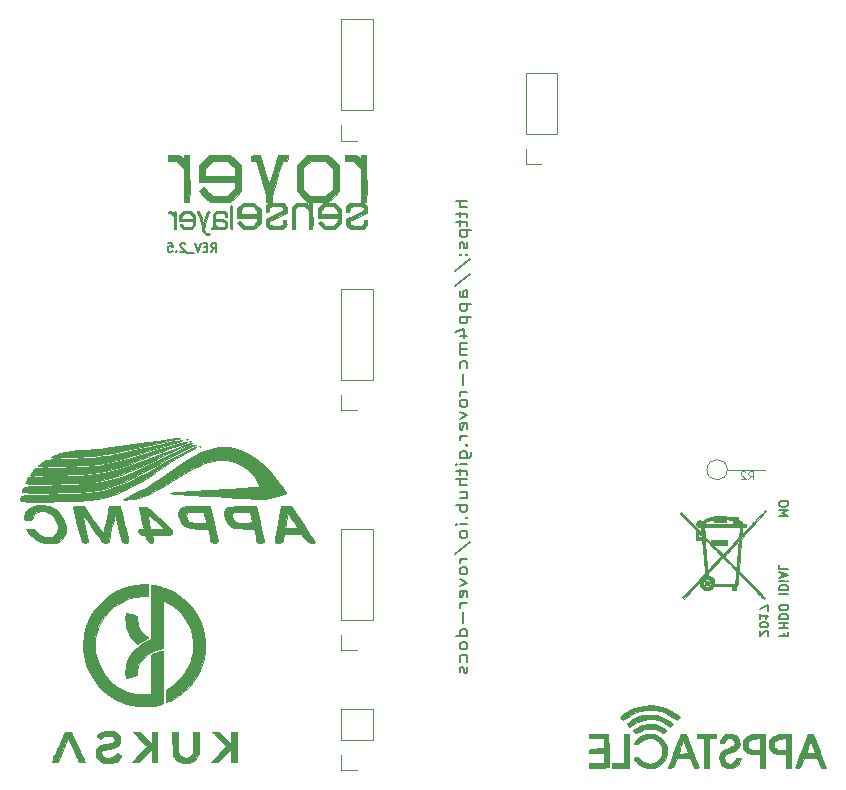
<source format=gbo>
G04 #@! TF.FileFunction,Legend,Bot*
%FSLAX46Y46*%
G04 Gerber Fmt 4.6, Leading zero omitted, Abs format (unit mm)*
G04 Created by KiCad (PCBNEW 4.0.5) date 11/27/17 15:22:54*
%MOMM*%
%LPD*%
G01*
G04 APERTURE LIST*
%ADD10C,0.100000*%
%ADD11C,0.200000*%
%ADD12C,0.187500*%
%ADD13C,0.010000*%
%ADD14C,0.120000*%
G04 APERTURE END LIST*
D10*
D11*
X138882381Y-77593145D02*
X137882381Y-77593145D01*
X138882381Y-78107431D02*
X138358571Y-78107431D01*
X138263333Y-78050288D01*
X138215714Y-77936002D01*
X138215714Y-77764574D01*
X138263333Y-77650288D01*
X138310952Y-77593145D01*
X138215714Y-78507431D02*
X138215714Y-78964574D01*
X137882381Y-78678859D02*
X138739524Y-78678859D01*
X138834762Y-78736002D01*
X138882381Y-78850288D01*
X138882381Y-78964574D01*
X138215714Y-79193145D02*
X138215714Y-79650288D01*
X137882381Y-79364573D02*
X138739524Y-79364573D01*
X138834762Y-79421716D01*
X138882381Y-79536002D01*
X138882381Y-79650288D01*
X138215714Y-80050287D02*
X139215714Y-80050287D01*
X138263333Y-80050287D02*
X138215714Y-80164573D01*
X138215714Y-80393144D01*
X138263333Y-80507430D01*
X138310952Y-80564573D01*
X138406190Y-80621716D01*
X138691905Y-80621716D01*
X138787143Y-80564573D01*
X138834762Y-80507430D01*
X138882381Y-80393144D01*
X138882381Y-80164573D01*
X138834762Y-80050287D01*
X138834762Y-81078858D02*
X138882381Y-81193144D01*
X138882381Y-81421716D01*
X138834762Y-81536001D01*
X138739524Y-81593144D01*
X138691905Y-81593144D01*
X138596667Y-81536001D01*
X138549048Y-81421716D01*
X138549048Y-81250287D01*
X138501429Y-81136001D01*
X138406190Y-81078858D01*
X138358571Y-81078858D01*
X138263333Y-81136001D01*
X138215714Y-81250287D01*
X138215714Y-81421716D01*
X138263333Y-81536001D01*
X138787143Y-82107430D02*
X138834762Y-82164573D01*
X138882381Y-82107430D01*
X138834762Y-82050287D01*
X138787143Y-82107430D01*
X138882381Y-82107430D01*
X138263333Y-82107430D02*
X138310952Y-82164573D01*
X138358571Y-82107430D01*
X138310952Y-82050287D01*
X138263333Y-82107430D01*
X138358571Y-82107430D01*
X137834762Y-83536002D02*
X139120476Y-82507431D01*
X137834762Y-84793145D02*
X139120476Y-83764574D01*
X138882381Y-85707431D02*
X138358571Y-85707431D01*
X138263333Y-85650288D01*
X138215714Y-85536002D01*
X138215714Y-85307431D01*
X138263333Y-85193145D01*
X138834762Y-85707431D02*
X138882381Y-85593145D01*
X138882381Y-85307431D01*
X138834762Y-85193145D01*
X138739524Y-85136002D01*
X138644286Y-85136002D01*
X138549048Y-85193145D01*
X138501429Y-85307431D01*
X138501429Y-85593145D01*
X138453810Y-85707431D01*
X138215714Y-86278859D02*
X139215714Y-86278859D01*
X138263333Y-86278859D02*
X138215714Y-86393145D01*
X138215714Y-86621716D01*
X138263333Y-86736002D01*
X138310952Y-86793145D01*
X138406190Y-86850288D01*
X138691905Y-86850288D01*
X138787143Y-86793145D01*
X138834762Y-86736002D01*
X138882381Y-86621716D01*
X138882381Y-86393145D01*
X138834762Y-86278859D01*
X138215714Y-87364573D02*
X139215714Y-87364573D01*
X138263333Y-87364573D02*
X138215714Y-87478859D01*
X138215714Y-87707430D01*
X138263333Y-87821716D01*
X138310952Y-87878859D01*
X138406190Y-87936002D01*
X138691905Y-87936002D01*
X138787143Y-87878859D01*
X138834762Y-87821716D01*
X138882381Y-87707430D01*
X138882381Y-87478859D01*
X138834762Y-87364573D01*
X138215714Y-88964573D02*
X138882381Y-88964573D01*
X137834762Y-88678859D02*
X138549048Y-88393144D01*
X138549048Y-89136002D01*
X138882381Y-89593144D02*
X138215714Y-89593144D01*
X138310952Y-89593144D02*
X138263333Y-89650287D01*
X138215714Y-89764573D01*
X138215714Y-89936001D01*
X138263333Y-90050287D01*
X138358571Y-90107430D01*
X138882381Y-90107430D01*
X138358571Y-90107430D02*
X138263333Y-90164573D01*
X138215714Y-90278859D01*
X138215714Y-90450287D01*
X138263333Y-90564573D01*
X138358571Y-90621716D01*
X138882381Y-90621716D01*
X138834762Y-91707430D02*
X138882381Y-91593144D01*
X138882381Y-91364573D01*
X138834762Y-91250287D01*
X138787143Y-91193144D01*
X138691905Y-91136001D01*
X138406190Y-91136001D01*
X138310952Y-91193144D01*
X138263333Y-91250287D01*
X138215714Y-91364573D01*
X138215714Y-91593144D01*
X138263333Y-91707430D01*
X138501429Y-92221715D02*
X138501429Y-93136001D01*
X138882381Y-93707429D02*
X138215714Y-93707429D01*
X138406190Y-93707429D02*
X138310952Y-93764572D01*
X138263333Y-93821715D01*
X138215714Y-93936001D01*
X138215714Y-94050286D01*
X138882381Y-94621715D02*
X138834762Y-94507429D01*
X138787143Y-94450286D01*
X138691905Y-94393143D01*
X138406190Y-94393143D01*
X138310952Y-94450286D01*
X138263333Y-94507429D01*
X138215714Y-94621715D01*
X138215714Y-94793143D01*
X138263333Y-94907429D01*
X138310952Y-94964572D01*
X138406190Y-95021715D01*
X138691905Y-95021715D01*
X138787143Y-94964572D01*
X138834762Y-94907429D01*
X138882381Y-94793143D01*
X138882381Y-94621715D01*
X138215714Y-95421715D02*
X138882381Y-95707429D01*
X138215714Y-95993143D01*
X138834762Y-96907429D02*
X138882381Y-96793143D01*
X138882381Y-96564572D01*
X138834762Y-96450286D01*
X138739524Y-96393143D01*
X138358571Y-96393143D01*
X138263333Y-96450286D01*
X138215714Y-96564572D01*
X138215714Y-96793143D01*
X138263333Y-96907429D01*
X138358571Y-96964572D01*
X138453810Y-96964572D01*
X138549048Y-96393143D01*
X138882381Y-97478857D02*
X138215714Y-97478857D01*
X138406190Y-97478857D02*
X138310952Y-97536000D01*
X138263333Y-97593143D01*
X138215714Y-97707429D01*
X138215714Y-97821714D01*
X138787143Y-98221714D02*
X138834762Y-98278857D01*
X138882381Y-98221714D01*
X138834762Y-98164571D01*
X138787143Y-98221714D01*
X138882381Y-98221714D01*
X138215714Y-99307429D02*
X139025238Y-99307429D01*
X139120476Y-99250286D01*
X139168095Y-99193143D01*
X139215714Y-99078858D01*
X139215714Y-98907429D01*
X139168095Y-98793143D01*
X138834762Y-99307429D02*
X138882381Y-99193143D01*
X138882381Y-98964572D01*
X138834762Y-98850286D01*
X138787143Y-98793143D01*
X138691905Y-98736000D01*
X138406190Y-98736000D01*
X138310952Y-98793143D01*
X138263333Y-98850286D01*
X138215714Y-98964572D01*
X138215714Y-99193143D01*
X138263333Y-99307429D01*
X138882381Y-99878857D02*
X138215714Y-99878857D01*
X137882381Y-99878857D02*
X137930000Y-99821714D01*
X137977619Y-99878857D01*
X137930000Y-99936000D01*
X137882381Y-99878857D01*
X137977619Y-99878857D01*
X138215714Y-100278858D02*
X138215714Y-100736001D01*
X137882381Y-100450286D02*
X138739524Y-100450286D01*
X138834762Y-100507429D01*
X138882381Y-100621715D01*
X138882381Y-100736001D01*
X138882381Y-101136000D02*
X137882381Y-101136000D01*
X138882381Y-101650286D02*
X138358571Y-101650286D01*
X138263333Y-101593143D01*
X138215714Y-101478857D01*
X138215714Y-101307429D01*
X138263333Y-101193143D01*
X138310952Y-101136000D01*
X138215714Y-102736000D02*
X138882381Y-102736000D01*
X138215714Y-102221714D02*
X138739524Y-102221714D01*
X138834762Y-102278857D01*
X138882381Y-102393143D01*
X138882381Y-102564571D01*
X138834762Y-102678857D01*
X138787143Y-102736000D01*
X138882381Y-103307428D02*
X137882381Y-103307428D01*
X138263333Y-103307428D02*
X138215714Y-103421714D01*
X138215714Y-103650285D01*
X138263333Y-103764571D01*
X138310952Y-103821714D01*
X138406190Y-103878857D01*
X138691905Y-103878857D01*
X138787143Y-103821714D01*
X138834762Y-103764571D01*
X138882381Y-103650285D01*
X138882381Y-103421714D01*
X138834762Y-103307428D01*
X138787143Y-104393142D02*
X138834762Y-104450285D01*
X138882381Y-104393142D01*
X138834762Y-104335999D01*
X138787143Y-104393142D01*
X138882381Y-104393142D01*
X138882381Y-104964571D02*
X138215714Y-104964571D01*
X137882381Y-104964571D02*
X137930000Y-104907428D01*
X137977619Y-104964571D01*
X137930000Y-105021714D01*
X137882381Y-104964571D01*
X137977619Y-104964571D01*
X138882381Y-105707429D02*
X138834762Y-105593143D01*
X138787143Y-105536000D01*
X138691905Y-105478857D01*
X138406190Y-105478857D01*
X138310952Y-105536000D01*
X138263333Y-105593143D01*
X138215714Y-105707429D01*
X138215714Y-105878857D01*
X138263333Y-105993143D01*
X138310952Y-106050286D01*
X138406190Y-106107429D01*
X138691905Y-106107429D01*
X138787143Y-106050286D01*
X138834762Y-105993143D01*
X138882381Y-105878857D01*
X138882381Y-105707429D01*
X137834762Y-107478857D02*
X139120476Y-106450286D01*
X138882381Y-107878857D02*
X138215714Y-107878857D01*
X138406190Y-107878857D02*
X138310952Y-107936000D01*
X138263333Y-107993143D01*
X138215714Y-108107429D01*
X138215714Y-108221714D01*
X138882381Y-108793143D02*
X138834762Y-108678857D01*
X138787143Y-108621714D01*
X138691905Y-108564571D01*
X138406190Y-108564571D01*
X138310952Y-108621714D01*
X138263333Y-108678857D01*
X138215714Y-108793143D01*
X138215714Y-108964571D01*
X138263333Y-109078857D01*
X138310952Y-109136000D01*
X138406190Y-109193143D01*
X138691905Y-109193143D01*
X138787143Y-109136000D01*
X138834762Y-109078857D01*
X138882381Y-108964571D01*
X138882381Y-108793143D01*
X138215714Y-109593143D02*
X138882381Y-109878857D01*
X138215714Y-110164571D01*
X138834762Y-111078857D02*
X138882381Y-110964571D01*
X138882381Y-110736000D01*
X138834762Y-110621714D01*
X138739524Y-110564571D01*
X138358571Y-110564571D01*
X138263333Y-110621714D01*
X138215714Y-110736000D01*
X138215714Y-110964571D01*
X138263333Y-111078857D01*
X138358571Y-111136000D01*
X138453810Y-111136000D01*
X138549048Y-110564571D01*
X138882381Y-111650285D02*
X138215714Y-111650285D01*
X138406190Y-111650285D02*
X138310952Y-111707428D01*
X138263333Y-111764571D01*
X138215714Y-111878857D01*
X138215714Y-111993142D01*
X138501429Y-112393142D02*
X138501429Y-113307428D01*
X138882381Y-114393142D02*
X137882381Y-114393142D01*
X138834762Y-114393142D02*
X138882381Y-114278856D01*
X138882381Y-114050285D01*
X138834762Y-113935999D01*
X138787143Y-113878856D01*
X138691905Y-113821713D01*
X138406190Y-113821713D01*
X138310952Y-113878856D01*
X138263333Y-113935999D01*
X138215714Y-114050285D01*
X138215714Y-114278856D01*
X138263333Y-114393142D01*
X138882381Y-115135999D02*
X138834762Y-115021713D01*
X138787143Y-114964570D01*
X138691905Y-114907427D01*
X138406190Y-114907427D01*
X138310952Y-114964570D01*
X138263333Y-115021713D01*
X138215714Y-115135999D01*
X138215714Y-115307427D01*
X138263333Y-115421713D01*
X138310952Y-115478856D01*
X138406190Y-115535999D01*
X138691905Y-115535999D01*
X138787143Y-115478856D01*
X138834762Y-115421713D01*
X138882381Y-115307427D01*
X138882381Y-115135999D01*
X138834762Y-116564570D02*
X138882381Y-116450284D01*
X138882381Y-116221713D01*
X138834762Y-116107427D01*
X138787143Y-116050284D01*
X138691905Y-115993141D01*
X138406190Y-115993141D01*
X138310952Y-116050284D01*
X138263333Y-116107427D01*
X138215714Y-116221713D01*
X138215714Y-116450284D01*
X138263333Y-116564570D01*
X138834762Y-117021712D02*
X138882381Y-117135998D01*
X138882381Y-117364570D01*
X138834762Y-117478855D01*
X138739524Y-117535998D01*
X138691905Y-117535998D01*
X138596667Y-117478855D01*
X138549048Y-117364570D01*
X138549048Y-117193141D01*
X138501429Y-117078855D01*
X138406190Y-117021712D01*
X138358571Y-117021712D01*
X138263333Y-117078855D01*
X138215714Y-117193141D01*
X138215714Y-117364570D01*
X138263333Y-117478855D01*
D12*
X164296286Y-114379215D02*
X164332000Y-114343501D01*
X164367714Y-114272072D01*
X164367714Y-114093501D01*
X164332000Y-114022072D01*
X164296286Y-113986358D01*
X164224857Y-113950643D01*
X164153429Y-113950643D01*
X164046286Y-113986358D01*
X163617714Y-114414929D01*
X163617714Y-113950643D01*
X164367714Y-113486357D02*
X164367714Y-113414929D01*
X164332000Y-113343500D01*
X164296286Y-113307786D01*
X164224857Y-113272072D01*
X164082000Y-113236357D01*
X163903429Y-113236357D01*
X163760571Y-113272072D01*
X163689143Y-113307786D01*
X163653429Y-113343500D01*
X163617714Y-113414929D01*
X163617714Y-113486357D01*
X163653429Y-113557786D01*
X163689143Y-113593500D01*
X163760571Y-113629215D01*
X163903429Y-113664929D01*
X164082000Y-113664929D01*
X164224857Y-113629215D01*
X164296286Y-113593500D01*
X164332000Y-113557786D01*
X164367714Y-113486357D01*
X163617714Y-112522071D02*
X163617714Y-112950643D01*
X163617714Y-112736357D02*
X164367714Y-112736357D01*
X164260571Y-112807786D01*
X164189143Y-112879214D01*
X164153429Y-112950643D01*
X164367714Y-112272071D02*
X164367714Y-111772071D01*
X163617714Y-112093500D01*
X165268714Y-104274857D02*
X166018714Y-104274857D01*
X165483000Y-104024857D01*
X166018714Y-103774857D01*
X165268714Y-103774857D01*
X166018714Y-103274856D02*
X166018714Y-103131999D01*
X165983000Y-103060571D01*
X165911571Y-102989142D01*
X165768714Y-102953428D01*
X165518714Y-102953428D01*
X165375857Y-102989142D01*
X165304429Y-103060571D01*
X165268714Y-103131999D01*
X165268714Y-103274856D01*
X165304429Y-103346285D01*
X165375857Y-103417714D01*
X165518714Y-103453428D01*
X165768714Y-103453428D01*
X165911571Y-103417714D01*
X165983000Y-103346285D01*
X166018714Y-103274856D01*
X165661571Y-114138929D02*
X165661571Y-114388929D01*
X165268714Y-114388929D02*
X166018714Y-114388929D01*
X166018714Y-114031786D01*
X165268714Y-113746072D02*
X166018714Y-113746072D01*
X165661571Y-113746072D02*
X165661571Y-113317500D01*
X165268714Y-113317500D02*
X166018714Y-113317500D01*
X165268714Y-112960358D02*
X166018714Y-112960358D01*
X166018714Y-112781786D01*
X165983000Y-112674643D01*
X165911571Y-112603215D01*
X165840143Y-112567500D01*
X165697286Y-112531786D01*
X165590143Y-112531786D01*
X165447286Y-112567500D01*
X165375857Y-112603215D01*
X165304429Y-112674643D01*
X165268714Y-112781786D01*
X165268714Y-112960358D01*
X166018714Y-112067500D02*
X166018714Y-111924643D01*
X165983000Y-111853215D01*
X165911571Y-111781786D01*
X165768714Y-111746072D01*
X165518714Y-111746072D01*
X165375857Y-111781786D01*
X165304429Y-111853215D01*
X165268714Y-111924643D01*
X165268714Y-112067500D01*
X165304429Y-112138929D01*
X165375857Y-112210358D01*
X165518714Y-112246072D01*
X165768714Y-112246072D01*
X165911571Y-112210358D01*
X165983000Y-112138929D01*
X166018714Y-112067500D01*
X165268714Y-110853215D02*
X166018714Y-110853215D01*
X165268714Y-110496072D02*
X166018714Y-110496072D01*
X166018714Y-110317500D01*
X165983000Y-110210357D01*
X165911571Y-110138929D01*
X165840143Y-110103214D01*
X165697286Y-110067500D01*
X165590143Y-110067500D01*
X165447286Y-110103214D01*
X165375857Y-110138929D01*
X165304429Y-110210357D01*
X165268714Y-110317500D01*
X165268714Y-110496072D01*
X165268714Y-109746072D02*
X165768714Y-109746072D01*
X166018714Y-109746072D02*
X165983000Y-109781786D01*
X165947286Y-109746072D01*
X165983000Y-109710357D01*
X166018714Y-109746072D01*
X165947286Y-109746072D01*
X165483000Y-109424643D02*
X165483000Y-109067500D01*
X165268714Y-109496071D02*
X166018714Y-109246071D01*
X165268714Y-108996071D01*
X165268714Y-108388929D02*
X165268714Y-108746072D01*
X166018714Y-108746072D01*
X117177143Y-81873286D02*
X117427143Y-81516143D01*
X117605715Y-81873286D02*
X117605715Y-81123286D01*
X117320000Y-81123286D01*
X117248572Y-81159000D01*
X117212857Y-81194714D01*
X117177143Y-81266143D01*
X117177143Y-81373286D01*
X117212857Y-81444714D01*
X117248572Y-81480429D01*
X117320000Y-81516143D01*
X117605715Y-81516143D01*
X116855715Y-81480429D02*
X116605715Y-81480429D01*
X116498572Y-81873286D02*
X116855715Y-81873286D01*
X116855715Y-81123286D01*
X116498572Y-81123286D01*
X116284286Y-81123286D02*
X116034286Y-81873286D01*
X115784286Y-81123286D01*
X115712858Y-81944714D02*
X115141429Y-81944714D01*
X114998572Y-81194714D02*
X114962858Y-81159000D01*
X114891429Y-81123286D01*
X114712858Y-81123286D01*
X114641429Y-81159000D01*
X114605715Y-81194714D01*
X114570000Y-81266143D01*
X114570000Y-81337571D01*
X114605715Y-81444714D01*
X115034286Y-81873286D01*
X114570000Y-81873286D01*
X114248572Y-81801857D02*
X114212857Y-81837571D01*
X114248572Y-81873286D01*
X114284286Y-81837571D01*
X114248572Y-81801857D01*
X114248572Y-81873286D01*
X113534286Y-81123286D02*
X113891429Y-81123286D01*
X113927143Y-81480429D01*
X113891429Y-81444714D01*
X113820000Y-81409000D01*
X113641429Y-81409000D01*
X113570000Y-81444714D01*
X113534286Y-81480429D01*
X113498571Y-81551857D01*
X113498571Y-81730429D01*
X113534286Y-81801857D01*
X113570000Y-81837571D01*
X113641429Y-81873286D01*
X113820000Y-81873286D01*
X113891429Y-81837571D01*
X113927143Y-81801857D01*
D13*
G36*
X108194872Y-122448907D02*
X107974902Y-122498404D01*
X107852465Y-122547826D01*
X107741411Y-122617761D01*
X107632337Y-122707181D01*
X107542013Y-122799784D01*
X107487210Y-122879264D01*
X107478286Y-122911600D01*
X107507932Y-122939209D01*
X107584541Y-122986448D01*
X107661988Y-123027866D01*
X107845689Y-123120955D01*
X107969424Y-123012314D01*
X108119501Y-122913384D01*
X108289493Y-122853698D01*
X108466413Y-122831240D01*
X108637272Y-122843995D01*
X108789080Y-122889949D01*
X108908849Y-122967086D01*
X108983590Y-123073391D01*
X109002286Y-123172559D01*
X108982742Y-123277857D01*
X108919381Y-123361206D01*
X108805114Y-123426635D01*
X108632847Y-123478169D01*
X108395490Y-123519838D01*
X108389261Y-123520705D01*
X108072671Y-123581052D01*
X107821403Y-123666993D01*
X107631814Y-123781529D01*
X107500262Y-123927658D01*
X107423104Y-124108380D01*
X107396697Y-124326695D01*
X107396643Y-124338113D01*
X107425409Y-124572082D01*
X107512756Y-124766713D01*
X107660260Y-124923702D01*
X107869496Y-125044742D01*
X108131920Y-125129169D01*
X108329200Y-125167834D01*
X108499386Y-125179218D01*
X108676216Y-125163419D01*
X108845045Y-125131297D01*
X108978654Y-125098286D01*
X109094466Y-125062842D01*
X109153474Y-125039114D01*
X109266292Y-124963502D01*
X109380851Y-124858352D01*
X109481938Y-124741328D01*
X109554339Y-124630093D01*
X109582839Y-124542313D01*
X109582857Y-124540576D01*
X109552696Y-124508953D01*
X109474925Y-124460945D01*
X109400201Y-124423139D01*
X109217544Y-124337588D01*
X109110819Y-124467064D01*
X108977593Y-124587361D01*
X108814936Y-124671344D01*
X108635056Y-124720163D01*
X108450159Y-124734971D01*
X108272450Y-124716919D01*
X108114136Y-124667160D01*
X107987424Y-124586844D01*
X107904518Y-124477124D01*
X107877429Y-124350679D01*
X107893211Y-124238523D01*
X107945702Y-124148704D01*
X108042622Y-124076617D01*
X108191690Y-124017659D01*
X108400624Y-123967223D01*
X108570767Y-123937058D01*
X108848116Y-123876212D01*
X109081604Y-123791841D01*
X109261694Y-123688199D01*
X109372099Y-123579375D01*
X109427881Y-123457284D01*
X109462508Y-123294292D01*
X109473150Y-123119717D01*
X109456975Y-122962880D01*
X109437725Y-122899740D01*
X109345957Y-122757900D01*
X109201724Y-122627235D01*
X109024985Y-122523564D01*
X108907829Y-122479780D01*
X108686407Y-122437978D01*
X108440398Y-122428226D01*
X108194872Y-122448907D01*
X108194872Y-122448907D01*
G37*
X108194872Y-122448907D02*
X107974902Y-122498404D01*
X107852465Y-122547826D01*
X107741411Y-122617761D01*
X107632337Y-122707181D01*
X107542013Y-122799784D01*
X107487210Y-122879264D01*
X107478286Y-122911600D01*
X107507932Y-122939209D01*
X107584541Y-122986448D01*
X107661988Y-123027866D01*
X107845689Y-123120955D01*
X107969424Y-123012314D01*
X108119501Y-122913384D01*
X108289493Y-122853698D01*
X108466413Y-122831240D01*
X108637272Y-122843995D01*
X108789080Y-122889949D01*
X108908849Y-122967086D01*
X108983590Y-123073391D01*
X109002286Y-123172559D01*
X108982742Y-123277857D01*
X108919381Y-123361206D01*
X108805114Y-123426635D01*
X108632847Y-123478169D01*
X108395490Y-123519838D01*
X108389261Y-123520705D01*
X108072671Y-123581052D01*
X107821403Y-123666993D01*
X107631814Y-123781529D01*
X107500262Y-123927658D01*
X107423104Y-124108380D01*
X107396697Y-124326695D01*
X107396643Y-124338113D01*
X107425409Y-124572082D01*
X107512756Y-124766713D01*
X107660260Y-124923702D01*
X107869496Y-125044742D01*
X108131920Y-125129169D01*
X108329200Y-125167834D01*
X108499386Y-125179218D01*
X108676216Y-125163419D01*
X108845045Y-125131297D01*
X108978654Y-125098286D01*
X109094466Y-125062842D01*
X109153474Y-125039114D01*
X109266292Y-124963502D01*
X109380851Y-124858352D01*
X109481938Y-124741328D01*
X109554339Y-124630093D01*
X109582839Y-124542313D01*
X109582857Y-124540576D01*
X109552696Y-124508953D01*
X109474925Y-124460945D01*
X109400201Y-124423139D01*
X109217544Y-124337588D01*
X109110819Y-124467064D01*
X108977593Y-124587361D01*
X108814936Y-124671344D01*
X108635056Y-124720163D01*
X108450159Y-124734971D01*
X108272450Y-124716919D01*
X108114136Y-124667160D01*
X107987424Y-124586844D01*
X107904518Y-124477124D01*
X107877429Y-124350679D01*
X107893211Y-124238523D01*
X107945702Y-124148704D01*
X108042622Y-124076617D01*
X108191690Y-124017659D01*
X108400624Y-123967223D01*
X108570767Y-123937058D01*
X108848116Y-123876212D01*
X109081604Y-123791841D01*
X109261694Y-123688199D01*
X109372099Y-123579375D01*
X109427881Y-123457284D01*
X109462508Y-123294292D01*
X109473150Y-123119717D01*
X109456975Y-122962880D01*
X109437725Y-122899740D01*
X109345957Y-122757900D01*
X109201724Y-122627235D01*
X109024985Y-122523564D01*
X108907829Y-122479780D01*
X108686407Y-122437978D01*
X108440398Y-122428226D01*
X108194872Y-122448907D01*
G36*
X115678857Y-123365722D02*
X115678577Y-123639379D01*
X115677178Y-123850702D01*
X115673826Y-124009925D01*
X115667683Y-124127286D01*
X115657914Y-124213021D01*
X115643684Y-124277364D01*
X115624156Y-124330553D01*
X115598494Y-124382822D01*
X115595301Y-124388879D01*
X115477000Y-124542270D01*
X115319626Y-124647476D01*
X115138226Y-124703891D01*
X114947848Y-124710911D01*
X114763540Y-124667929D01*
X114600349Y-124574341D01*
X114476014Y-124433914D01*
X114449521Y-124388716D01*
X114429014Y-124342438D01*
X114413579Y-124285314D01*
X114402306Y-124207576D01*
X114394281Y-124099457D01*
X114388593Y-123951190D01*
X114384331Y-123753008D01*
X114380581Y-123495144D01*
X114379343Y-123398643D01*
X114367972Y-122500572D01*
X113896464Y-122500572D01*
X113907732Y-123453072D01*
X113911386Y-123741633D01*
X113915258Y-123967278D01*
X113920187Y-124139658D01*
X113927011Y-124268425D01*
X113936568Y-124363231D01*
X113949696Y-124433729D01*
X113967234Y-124489570D01*
X113990020Y-124540407D01*
X114004635Y-124568857D01*
X114152567Y-124794572D01*
X114331417Y-124959902D01*
X114548796Y-125069419D01*
X114812312Y-125127694D01*
X114953143Y-125138637D01*
X115147973Y-125140306D01*
X115299755Y-125124725D01*
X115436624Y-125088754D01*
X115453706Y-125082803D01*
X115691782Y-124966548D01*
X115881846Y-124800885D01*
X116019744Y-124604240D01*
X116132429Y-124405572D01*
X116154965Y-122500572D01*
X115678857Y-122500572D01*
X115678857Y-123365722D01*
X115678857Y-123365722D01*
G37*
X115678857Y-123365722D02*
X115678577Y-123639379D01*
X115677178Y-123850702D01*
X115673826Y-124009925D01*
X115667683Y-124127286D01*
X115657914Y-124213021D01*
X115643684Y-124277364D01*
X115624156Y-124330553D01*
X115598494Y-124382822D01*
X115595301Y-124388879D01*
X115477000Y-124542270D01*
X115319626Y-124647476D01*
X115138226Y-124703891D01*
X114947848Y-124710911D01*
X114763540Y-124667929D01*
X114600349Y-124574341D01*
X114476014Y-124433914D01*
X114449521Y-124388716D01*
X114429014Y-124342438D01*
X114413579Y-124285314D01*
X114402306Y-124207576D01*
X114394281Y-124099457D01*
X114388593Y-123951190D01*
X114384331Y-123753008D01*
X114380581Y-123495144D01*
X114379343Y-123398643D01*
X114367972Y-122500572D01*
X113896464Y-122500572D01*
X113907732Y-123453072D01*
X113911386Y-123741633D01*
X113915258Y-123967278D01*
X113920187Y-124139658D01*
X113927011Y-124268425D01*
X113936568Y-124363231D01*
X113949696Y-124433729D01*
X113967234Y-124489570D01*
X113990020Y-124540407D01*
X114004635Y-124568857D01*
X114152567Y-124794572D01*
X114331417Y-124959902D01*
X114548796Y-125069419D01*
X114812312Y-125127694D01*
X114953143Y-125138637D01*
X115147973Y-125140306D01*
X115299755Y-125124725D01*
X115436624Y-125088754D01*
X115453706Y-125082803D01*
X115691782Y-124966548D01*
X115881846Y-124800885D01*
X116019744Y-124604240D01*
X116132429Y-124405572D01*
X116154965Y-122500572D01*
X115678857Y-122500572D01*
X115678857Y-123365722D01*
G36*
X118863874Y-123045339D02*
X118853857Y-123590106D01*
X117884471Y-122500572D01*
X117269000Y-122500572D01*
X117480857Y-122731395D01*
X117586182Y-122845763D01*
X117724444Y-122995344D01*
X117879096Y-123162267D01*
X118033596Y-123328657D01*
X118062197Y-123359412D01*
X118431679Y-123756606D01*
X117817268Y-124402827D01*
X117647471Y-124582667D01*
X117495663Y-124745856D01*
X117368653Y-124884874D01*
X117273255Y-124992203D01*
X117216279Y-125060322D01*
X117202857Y-125081095D01*
X117236235Y-125096143D01*
X117324781Y-125107399D01*
X117451115Y-125112898D01*
X117486077Y-125113143D01*
X117769296Y-125113143D01*
X118311577Y-124536404D01*
X118853857Y-123959665D01*
X118863828Y-124536404D01*
X118873798Y-125113143D01*
X119102709Y-125113143D01*
X119225640Y-125109570D01*
X119317761Y-125100263D01*
X119355810Y-125088953D01*
X119361422Y-125048272D01*
X119366574Y-124943401D01*
X119371110Y-124782717D01*
X119374875Y-124574601D01*
X119377714Y-124327431D01*
X119379471Y-124049588D01*
X119380000Y-123782667D01*
X119380000Y-122500572D01*
X118873890Y-122500572D01*
X118863874Y-123045339D01*
X118863874Y-123045339D01*
G37*
X118863874Y-123045339D02*
X118853857Y-123590106D01*
X117884471Y-122500572D01*
X117269000Y-122500572D01*
X117480857Y-122731395D01*
X117586182Y-122845763D01*
X117724444Y-122995344D01*
X117879096Y-123162267D01*
X118033596Y-123328657D01*
X118062197Y-123359412D01*
X118431679Y-123756606D01*
X117817268Y-124402827D01*
X117647471Y-124582667D01*
X117495663Y-124745856D01*
X117368653Y-124884874D01*
X117273255Y-124992203D01*
X117216279Y-125060322D01*
X117202857Y-125081095D01*
X117236235Y-125096143D01*
X117324781Y-125107399D01*
X117451115Y-125112898D01*
X117486077Y-125113143D01*
X117769296Y-125113143D01*
X118311577Y-124536404D01*
X118853857Y-123959665D01*
X118863828Y-124536404D01*
X118873798Y-125113143D01*
X119102709Y-125113143D01*
X119225640Y-125109570D01*
X119317761Y-125100263D01*
X119355810Y-125088953D01*
X119361422Y-125048272D01*
X119366574Y-124943401D01*
X119371110Y-124782717D01*
X119374875Y-124574601D01*
X119377714Y-124327431D01*
X119379471Y-124049588D01*
X119380000Y-123782667D01*
X119380000Y-122500572D01*
X118873890Y-122500572D01*
X118863874Y-123045339D01*
G36*
X112151017Y-123041503D02*
X112141000Y-123582434D01*
X111174424Y-122500572D01*
X110554398Y-122500572D01*
X110952613Y-122926929D01*
X111105908Y-123091384D01*
X111258248Y-123255388D01*
X111395361Y-123403536D01*
X111502975Y-123520427D01*
X111535207Y-123555686D01*
X111719586Y-123758087D01*
X111104793Y-124407753D01*
X110935203Y-124588048D01*
X110783529Y-124751375D01*
X110656549Y-124890265D01*
X110561038Y-124997252D01*
X110503774Y-125064866D01*
X110490000Y-125085281D01*
X110523393Y-125098315D01*
X110612030Y-125108087D01*
X110738603Y-125112909D01*
X110775610Y-125113143D01*
X111061220Y-125113143D01*
X112141000Y-123959407D01*
X112150970Y-124536275D01*
X112160941Y-125113143D01*
X112630857Y-125113143D01*
X112630857Y-122500572D01*
X112161033Y-122500572D01*
X112151017Y-123041503D01*
X112151017Y-123041503D01*
G37*
X112151017Y-123041503D02*
X112141000Y-123582434D01*
X111174424Y-122500572D01*
X110554398Y-122500572D01*
X110952613Y-122926929D01*
X111105908Y-123091384D01*
X111258248Y-123255388D01*
X111395361Y-123403536D01*
X111502975Y-123520427D01*
X111535207Y-123555686D01*
X111719586Y-123758087D01*
X111104793Y-124407753D01*
X110935203Y-124588048D01*
X110783529Y-124751375D01*
X110656549Y-124890265D01*
X110561038Y-124997252D01*
X110503774Y-125064866D01*
X110490000Y-125085281D01*
X110523393Y-125098315D01*
X110612030Y-125108087D01*
X110738603Y-125112909D01*
X110775610Y-125113143D01*
X111061220Y-125113143D01*
X112141000Y-123959407D01*
X112150970Y-124536275D01*
X112160941Y-125113143D01*
X112630857Y-125113143D01*
X112630857Y-122500572D01*
X112161033Y-122500572D01*
X112151017Y-123041503D01*
G36*
X104260650Y-123732675D02*
X104134917Y-124014921D01*
X104018000Y-124278471D01*
X103913348Y-124515460D01*
X103824416Y-124718024D01*
X103754654Y-124878298D01*
X103707516Y-124988419D01*
X103686453Y-125040522D01*
X103686181Y-125041353D01*
X103678178Y-125079975D01*
X103694287Y-125101469D01*
X103748547Y-125109653D01*
X103854994Y-125108348D01*
X103922726Y-125105721D01*
X104183103Y-125095000D01*
X104620266Y-124088072D01*
X104730157Y-123836621D01*
X104831408Y-123608114D01*
X104920309Y-123410676D01*
X104993150Y-123252428D01*
X105046220Y-123141497D01*
X105075810Y-123086005D01*
X105080154Y-123081143D01*
X105100335Y-123112981D01*
X105144776Y-123202371D01*
X105209229Y-123340126D01*
X105289449Y-123517061D01*
X105381186Y-123723989D01*
X105445038Y-123870357D01*
X105548576Y-124108502D01*
X105649001Y-124338257D01*
X105740581Y-124546597D01*
X105817580Y-124720498D01*
X105874264Y-124846932D01*
X105892305Y-124886357D01*
X105997412Y-125113143D01*
X106247992Y-125113143D01*
X106371977Y-125109542D01*
X106461102Y-125100075D01*
X106497033Y-125086745D01*
X106497101Y-125085929D01*
X106482392Y-125047822D01*
X106441099Y-124950908D01*
X106376463Y-124802541D01*
X106291723Y-124610073D01*
X106190119Y-124380859D01*
X106074892Y-124122251D01*
X105949281Y-123841603D01*
X105925549Y-123788714D01*
X105355468Y-122518714D01*
X105083377Y-122508901D01*
X104811286Y-122499087D01*
X104260650Y-123732675D01*
X104260650Y-123732675D01*
G37*
X104260650Y-123732675D02*
X104134917Y-124014921D01*
X104018000Y-124278471D01*
X103913348Y-124515460D01*
X103824416Y-124718024D01*
X103754654Y-124878298D01*
X103707516Y-124988419D01*
X103686453Y-125040522D01*
X103686181Y-125041353D01*
X103678178Y-125079975D01*
X103694287Y-125101469D01*
X103748547Y-125109653D01*
X103854994Y-125108348D01*
X103922726Y-125105721D01*
X104183103Y-125095000D01*
X104620266Y-124088072D01*
X104730157Y-123836621D01*
X104831408Y-123608114D01*
X104920309Y-123410676D01*
X104993150Y-123252428D01*
X105046220Y-123141497D01*
X105075810Y-123086005D01*
X105080154Y-123081143D01*
X105100335Y-123112981D01*
X105144776Y-123202371D01*
X105209229Y-123340126D01*
X105289449Y-123517061D01*
X105381186Y-123723989D01*
X105445038Y-123870357D01*
X105548576Y-124108502D01*
X105649001Y-124338257D01*
X105740581Y-124546597D01*
X105817580Y-124720498D01*
X105874264Y-124846932D01*
X105892305Y-124886357D01*
X105997412Y-125113143D01*
X106247992Y-125113143D01*
X106371977Y-125109542D01*
X106461102Y-125100075D01*
X106497033Y-125086745D01*
X106497101Y-125085929D01*
X106482392Y-125047822D01*
X106441099Y-124950908D01*
X106376463Y-124802541D01*
X106291723Y-124610073D01*
X106190119Y-124380859D01*
X106074892Y-124122251D01*
X105949281Y-123841603D01*
X105925549Y-123788714D01*
X105355468Y-122518714D01*
X105083377Y-122508901D01*
X104811286Y-122499087D01*
X104260650Y-123732675D01*
G36*
X111415286Y-110041674D02*
X110820153Y-110084917D01*
X110240340Y-110196509D01*
X109681042Y-110372937D01*
X109147453Y-110610690D01*
X108644768Y-110906253D01*
X108178179Y-111256115D01*
X107752883Y-111656762D01*
X107374072Y-112104684D01*
X107046941Y-112596365D01*
X106776685Y-113128296D01*
X106746558Y-113198883D01*
X106672870Y-113390538D01*
X106594896Y-113618308D01*
X106524165Y-113847477D01*
X106489878Y-113971675D01*
X106446990Y-114145574D01*
X106415861Y-114298882D01*
X106394050Y-114451520D01*
X106379121Y-114623409D01*
X106368634Y-114834471D01*
X106362824Y-115009556D01*
X106364475Y-115522029D01*
X106403563Y-115987650D01*
X106483539Y-116423687D01*
X106607853Y-116847410D01*
X106779957Y-117276088D01*
X106842627Y-117410755D01*
X107141921Y-117954198D01*
X107495027Y-118450141D01*
X107898849Y-118896116D01*
X108350286Y-119289654D01*
X108846241Y-119628284D01*
X109383616Y-119909539D01*
X109959313Y-120130949D01*
X110412727Y-120255867D01*
X110579852Y-120284875D01*
X110800758Y-120309299D01*
X111057354Y-120328473D01*
X111331547Y-120341726D01*
X111605244Y-120348392D01*
X111860354Y-120347801D01*
X112078784Y-120339285D01*
X112235998Y-120323220D01*
X112420080Y-120290368D01*
X112614859Y-120249533D01*
X112797230Y-120206070D01*
X112944088Y-120165334D01*
X113002786Y-120145488D01*
X113102572Y-120107511D01*
X113102572Y-117875041D01*
X113102343Y-117406278D01*
X113101587Y-117005233D01*
X113100196Y-116667054D01*
X113098066Y-116386890D01*
X113095090Y-116159888D01*
X113091163Y-115981197D01*
X113086178Y-115845964D01*
X113080030Y-115749337D01*
X113072612Y-115686465D01*
X113063818Y-115652496D01*
X113053824Y-115642572D01*
X112985261Y-115655660D01*
X112866171Y-115691171D01*
X112712956Y-115743473D01*
X112542020Y-115806933D01*
X112369763Y-115875920D01*
X112349643Y-115884361D01*
X112122857Y-115980030D01*
X112122857Y-117641588D01*
X112122402Y-118054708D01*
X112120952Y-118400121D01*
X112118379Y-118682687D01*
X112114555Y-118907267D01*
X112109353Y-119078720D01*
X112102645Y-119201905D01*
X112094303Y-119281684D01*
X112084199Y-119322914D01*
X112078472Y-119330577D01*
X112015725Y-119345459D01*
X111895444Y-119354457D01*
X111732391Y-119357977D01*
X111541331Y-119356425D01*
X111337026Y-119350208D01*
X111134241Y-119339731D01*
X110947739Y-119325400D01*
X110792284Y-119307621D01*
X110707715Y-119292880D01*
X110171181Y-119145111D01*
X109681646Y-118945220D01*
X109231897Y-118689335D01*
X108814723Y-118373581D01*
X108565389Y-118142179D01*
X108202377Y-117730312D01*
X107901014Y-117283353D01*
X107662787Y-116806804D01*
X107489187Y-116306161D01*
X107381701Y-115786925D01*
X107341819Y-115254595D01*
X107371029Y-114714668D01*
X107470822Y-114172645D01*
X107480399Y-114135112D01*
X107635219Y-113670736D01*
X107852185Y-113216354D01*
X108122406Y-112785709D01*
X108436988Y-112392541D01*
X108787038Y-112050593D01*
X108877893Y-111975640D01*
X109323373Y-111660109D01*
X109784193Y-111412359D01*
X110267769Y-111229626D01*
X110781520Y-111109142D01*
X111332863Y-111048144D01*
X111370917Y-111046135D01*
X111834548Y-111023240D01*
X111824488Y-110529835D01*
X111814429Y-110036429D01*
X111415286Y-110041674D01*
X111415286Y-110041674D01*
G37*
X111415286Y-110041674D02*
X110820153Y-110084917D01*
X110240340Y-110196509D01*
X109681042Y-110372937D01*
X109147453Y-110610690D01*
X108644768Y-110906253D01*
X108178179Y-111256115D01*
X107752883Y-111656762D01*
X107374072Y-112104684D01*
X107046941Y-112596365D01*
X106776685Y-113128296D01*
X106746558Y-113198883D01*
X106672870Y-113390538D01*
X106594896Y-113618308D01*
X106524165Y-113847477D01*
X106489878Y-113971675D01*
X106446990Y-114145574D01*
X106415861Y-114298882D01*
X106394050Y-114451520D01*
X106379121Y-114623409D01*
X106368634Y-114834471D01*
X106362824Y-115009556D01*
X106364475Y-115522029D01*
X106403563Y-115987650D01*
X106483539Y-116423687D01*
X106607853Y-116847410D01*
X106779957Y-117276088D01*
X106842627Y-117410755D01*
X107141921Y-117954198D01*
X107495027Y-118450141D01*
X107898849Y-118896116D01*
X108350286Y-119289654D01*
X108846241Y-119628284D01*
X109383616Y-119909539D01*
X109959313Y-120130949D01*
X110412727Y-120255867D01*
X110579852Y-120284875D01*
X110800758Y-120309299D01*
X111057354Y-120328473D01*
X111331547Y-120341726D01*
X111605244Y-120348392D01*
X111860354Y-120347801D01*
X112078784Y-120339285D01*
X112235998Y-120323220D01*
X112420080Y-120290368D01*
X112614859Y-120249533D01*
X112797230Y-120206070D01*
X112944088Y-120165334D01*
X113002786Y-120145488D01*
X113102572Y-120107511D01*
X113102572Y-117875041D01*
X113102343Y-117406278D01*
X113101587Y-117005233D01*
X113100196Y-116667054D01*
X113098066Y-116386890D01*
X113095090Y-116159888D01*
X113091163Y-115981197D01*
X113086178Y-115845964D01*
X113080030Y-115749337D01*
X113072612Y-115686465D01*
X113063818Y-115652496D01*
X113053824Y-115642572D01*
X112985261Y-115655660D01*
X112866171Y-115691171D01*
X112712956Y-115743473D01*
X112542020Y-115806933D01*
X112369763Y-115875920D01*
X112349643Y-115884361D01*
X112122857Y-115980030D01*
X112122857Y-117641588D01*
X112122402Y-118054708D01*
X112120952Y-118400121D01*
X112118379Y-118682687D01*
X112114555Y-118907267D01*
X112109353Y-119078720D01*
X112102645Y-119201905D01*
X112094303Y-119281684D01*
X112084199Y-119322914D01*
X112078472Y-119330577D01*
X112015725Y-119345459D01*
X111895444Y-119354457D01*
X111732391Y-119357977D01*
X111541331Y-119356425D01*
X111337026Y-119350208D01*
X111134241Y-119339731D01*
X110947739Y-119325400D01*
X110792284Y-119307621D01*
X110707715Y-119292880D01*
X110171181Y-119145111D01*
X109681646Y-118945220D01*
X109231897Y-118689335D01*
X108814723Y-118373581D01*
X108565389Y-118142179D01*
X108202377Y-117730312D01*
X107901014Y-117283353D01*
X107662787Y-116806804D01*
X107489187Y-116306161D01*
X107381701Y-115786925D01*
X107341819Y-115254595D01*
X107371029Y-114714668D01*
X107470822Y-114172645D01*
X107480399Y-114135112D01*
X107635219Y-113670736D01*
X107852185Y-113216354D01*
X108122406Y-112785709D01*
X108436988Y-112392541D01*
X108787038Y-112050593D01*
X108877893Y-111975640D01*
X109323373Y-111660109D01*
X109784193Y-111412359D01*
X110267769Y-111229626D01*
X110781520Y-111109142D01*
X111332863Y-111048144D01*
X111370917Y-111046135D01*
X111834548Y-111023240D01*
X111824488Y-110529835D01*
X111814429Y-110036429D01*
X111415286Y-110041674D01*
G36*
X112122857Y-114658241D02*
X111775604Y-114822736D01*
X111430611Y-115000711D01*
X111138900Y-115185406D01*
X110881479Y-115390106D01*
X110668256Y-115597313D01*
X110411605Y-115899626D01*
X110214227Y-116207483D01*
X110064177Y-116540380D01*
X110029118Y-116640429D01*
X109988592Y-116771281D01*
X109961023Y-116888396D01*
X109943878Y-117011898D01*
X109934628Y-117161911D01*
X109930742Y-117358558D01*
X109930261Y-117426524D01*
X109930537Y-117608663D01*
X109933164Y-117763414D01*
X109937726Y-117876995D01*
X109943810Y-117935622D01*
X109945715Y-117940298D01*
X109985763Y-117939106D01*
X110082795Y-117923267D01*
X110223291Y-117895329D01*
X110393727Y-117857838D01*
X110438809Y-117847416D01*
X110913760Y-117736569D01*
X110897820Y-117569499D01*
X110904603Y-117269868D01*
X110977901Y-116968177D01*
X111112554Y-116673745D01*
X111303401Y-116395890D01*
X111545282Y-116143930D01*
X111792735Y-115953361D01*
X111954181Y-115851226D01*
X112110929Y-115765153D01*
X112281711Y-115686515D01*
X112485259Y-115606686D01*
X112739714Y-115517240D01*
X113084429Y-115400217D01*
X113102572Y-113376844D01*
X113120714Y-111353471D01*
X113401319Y-111498687D01*
X113863457Y-111777574D01*
X114284653Y-112112359D01*
X114659346Y-112496611D01*
X114981972Y-112923903D01*
X115246971Y-113387805D01*
X115439707Y-113854890D01*
X115572477Y-114347858D01*
X115644756Y-114859292D01*
X115656557Y-115375887D01*
X115607896Y-115884340D01*
X115498785Y-116371345D01*
X115436830Y-116561035D01*
X115231893Y-117046237D01*
X114979858Y-117486914D01*
X114675940Y-117888682D01*
X114315351Y-118257162D01*
X113893307Y-118597972D01*
X113456357Y-118886054D01*
X113356572Y-118946245D01*
X113356572Y-119471551D01*
X113357651Y-119680845D01*
X113361579Y-119827730D01*
X113369388Y-119922348D01*
X113382112Y-119974838D01*
X113400784Y-119995341D01*
X113410097Y-119996857D01*
X113462228Y-119981057D01*
X113563534Y-119938132D01*
X113698991Y-119874798D01*
X113840706Y-119804360D01*
X114358917Y-119500591D01*
X114835851Y-119141483D01*
X115266732Y-118732538D01*
X115646788Y-118279255D01*
X115971244Y-117787136D01*
X116235325Y-117261682D01*
X116381932Y-116876286D01*
X116475201Y-116578868D01*
X116543528Y-116315753D01*
X116591238Y-116062339D01*
X116622656Y-115794029D01*
X116642108Y-115486223D01*
X116646686Y-115370429D01*
X116642854Y-114824810D01*
X116588830Y-114316919D01*
X116480972Y-113828807D01*
X116315635Y-113342524D01*
X116164539Y-112995283D01*
X115878530Y-112472051D01*
X115532985Y-111985994D01*
X115133478Y-111542234D01*
X114685580Y-111145892D01*
X114194867Y-110802090D01*
X113666910Y-110515948D01*
X113296281Y-110359479D01*
X113145183Y-110307838D01*
X112962358Y-110253203D01*
X112765803Y-110200077D01*
X112573518Y-110152962D01*
X112403500Y-110116360D01*
X112273749Y-110094775D01*
X112222643Y-110090904D01*
X112122857Y-110090857D01*
X112122857Y-114658241D01*
X112122857Y-114658241D01*
G37*
X112122857Y-114658241D02*
X111775604Y-114822736D01*
X111430611Y-115000711D01*
X111138900Y-115185406D01*
X110881479Y-115390106D01*
X110668256Y-115597313D01*
X110411605Y-115899626D01*
X110214227Y-116207483D01*
X110064177Y-116540380D01*
X110029118Y-116640429D01*
X109988592Y-116771281D01*
X109961023Y-116888396D01*
X109943878Y-117011898D01*
X109934628Y-117161911D01*
X109930742Y-117358558D01*
X109930261Y-117426524D01*
X109930537Y-117608663D01*
X109933164Y-117763414D01*
X109937726Y-117876995D01*
X109943810Y-117935622D01*
X109945715Y-117940298D01*
X109985763Y-117939106D01*
X110082795Y-117923267D01*
X110223291Y-117895329D01*
X110393727Y-117857838D01*
X110438809Y-117847416D01*
X110913760Y-117736569D01*
X110897820Y-117569499D01*
X110904603Y-117269868D01*
X110977901Y-116968177D01*
X111112554Y-116673745D01*
X111303401Y-116395890D01*
X111545282Y-116143930D01*
X111792735Y-115953361D01*
X111954181Y-115851226D01*
X112110929Y-115765153D01*
X112281711Y-115686515D01*
X112485259Y-115606686D01*
X112739714Y-115517240D01*
X113084429Y-115400217D01*
X113102572Y-113376844D01*
X113120714Y-111353471D01*
X113401319Y-111498687D01*
X113863457Y-111777574D01*
X114284653Y-112112359D01*
X114659346Y-112496611D01*
X114981972Y-112923903D01*
X115246971Y-113387805D01*
X115439707Y-113854890D01*
X115572477Y-114347858D01*
X115644756Y-114859292D01*
X115656557Y-115375887D01*
X115607896Y-115884340D01*
X115498785Y-116371345D01*
X115436830Y-116561035D01*
X115231893Y-117046237D01*
X114979858Y-117486914D01*
X114675940Y-117888682D01*
X114315351Y-118257162D01*
X113893307Y-118597972D01*
X113456357Y-118886054D01*
X113356572Y-118946245D01*
X113356572Y-119471551D01*
X113357651Y-119680845D01*
X113361579Y-119827730D01*
X113369388Y-119922348D01*
X113382112Y-119974838D01*
X113400784Y-119995341D01*
X113410097Y-119996857D01*
X113462228Y-119981057D01*
X113563534Y-119938132D01*
X113698991Y-119874798D01*
X113840706Y-119804360D01*
X114358917Y-119500591D01*
X114835851Y-119141483D01*
X115266732Y-118732538D01*
X115646788Y-118279255D01*
X115971244Y-117787136D01*
X116235325Y-117261682D01*
X116381932Y-116876286D01*
X116475201Y-116578868D01*
X116543528Y-116315753D01*
X116591238Y-116062339D01*
X116622656Y-115794029D01*
X116642108Y-115486223D01*
X116646686Y-115370429D01*
X116642854Y-114824810D01*
X116588830Y-114316919D01*
X116480972Y-113828807D01*
X116315635Y-113342524D01*
X116164539Y-112995283D01*
X115878530Y-112472051D01*
X115532985Y-111985994D01*
X115133478Y-111542234D01*
X114685580Y-111145892D01*
X114194867Y-110802090D01*
X113666910Y-110515948D01*
X113296281Y-110359479D01*
X113145183Y-110307838D01*
X112962358Y-110253203D01*
X112765803Y-110200077D01*
X112573518Y-110152962D01*
X112403500Y-110116360D01*
X112273749Y-110094775D01*
X112222643Y-110090904D01*
X112122857Y-110090857D01*
X112122857Y-114658241D01*
G36*
X109948926Y-112470606D02*
X109941250Y-112512890D01*
X109935060Y-112613825D01*
X109930885Y-112759497D01*
X109929253Y-112935991D01*
X109929319Y-112987865D01*
X109931261Y-113194838D01*
X109937266Y-113349322D01*
X109950142Y-113471390D01*
X109972694Y-113581114D01*
X110007728Y-113698565D01*
X110043065Y-113801479D01*
X110109754Y-113974075D01*
X110186956Y-114148879D01*
X110260468Y-114294242D01*
X110277175Y-114323227D01*
X110339950Y-114415984D01*
X110429587Y-114533285D01*
X110535244Y-114662682D01*
X110646078Y-114791730D01*
X110751245Y-114907981D01*
X110839903Y-114998988D01*
X110901207Y-115052306D01*
X110919942Y-115061056D01*
X110959630Y-115042416D01*
X111043935Y-114993777D01*
X111156586Y-114924626D01*
X111188637Y-114904377D01*
X111343513Y-114810740D01*
X111511237Y-114716679D01*
X111651280Y-114644649D01*
X111761247Y-114589185D01*
X111839161Y-114544336D01*
X111867922Y-114520114D01*
X111839796Y-114490538D01*
X111767626Y-114434359D01*
X111684247Y-114375588D01*
X111451638Y-114183434D01*
X111239831Y-113942884D01*
X111103425Y-113737572D01*
X111020864Y-113556465D01*
X110954012Y-113339439D01*
X110909562Y-113115376D01*
X110894207Y-112913156D01*
X110897357Y-112848423D01*
X110914217Y-112672962D01*
X110442249Y-112561008D01*
X110266843Y-112521283D01*
X110117684Y-112491058D01*
X110008432Y-112472837D01*
X109952745Y-112469121D01*
X109948926Y-112470606D01*
X109948926Y-112470606D01*
G37*
X109948926Y-112470606D02*
X109941250Y-112512890D01*
X109935060Y-112613825D01*
X109930885Y-112759497D01*
X109929253Y-112935991D01*
X109929319Y-112987865D01*
X109931261Y-113194838D01*
X109937266Y-113349322D01*
X109950142Y-113471390D01*
X109972694Y-113581114D01*
X110007728Y-113698565D01*
X110043065Y-113801479D01*
X110109754Y-113974075D01*
X110186956Y-114148879D01*
X110260468Y-114294242D01*
X110277175Y-114323227D01*
X110339950Y-114415984D01*
X110429587Y-114533285D01*
X110535244Y-114662682D01*
X110646078Y-114791730D01*
X110751245Y-114907981D01*
X110839903Y-114998988D01*
X110901207Y-115052306D01*
X110919942Y-115061056D01*
X110959630Y-115042416D01*
X111043935Y-114993777D01*
X111156586Y-114924626D01*
X111188637Y-114904377D01*
X111343513Y-114810740D01*
X111511237Y-114716679D01*
X111651280Y-114644649D01*
X111761247Y-114589185D01*
X111839161Y-114544336D01*
X111867922Y-114520114D01*
X111839796Y-114490538D01*
X111767626Y-114434359D01*
X111684247Y-114375588D01*
X111451638Y-114183434D01*
X111239831Y-113942884D01*
X111103425Y-113737572D01*
X111020864Y-113556465D01*
X110954012Y-113339439D01*
X110909562Y-113115376D01*
X110894207Y-112913156D01*
X110897357Y-112848423D01*
X110914217Y-112672962D01*
X110442249Y-112561008D01*
X110266843Y-112521283D01*
X110117684Y-112491058D01*
X110008432Y-112472837D01*
X109952745Y-112469121D01*
X109948926Y-112470606D01*
G36*
X160931270Y-122690163D02*
X160748650Y-122727817D01*
X160592229Y-122806687D01*
X160487179Y-122889985D01*
X160392419Y-123004214D01*
X160309847Y-123153206D01*
X160253807Y-123306814D01*
X160237714Y-123414300D01*
X160270680Y-123429965D01*
X160356366Y-123440726D01*
X160455429Y-123444000D01*
X160576708Y-123441530D01*
X160642230Y-123430210D01*
X160668750Y-123404178D01*
X160673143Y-123367800D01*
X160697724Y-123297711D01*
X160759895Y-123208296D01*
X160796514Y-123168229D01*
X160887937Y-123088951D01*
X160974679Y-123053075D01*
X161089591Y-123044857D01*
X161212325Y-123054862D01*
X161300333Y-123094053D01*
X161363505Y-123149065D01*
X161466909Y-123290580D01*
X161498047Y-123435796D01*
X161471870Y-123551793D01*
X161430444Y-123628316D01*
X161368644Y-123690981D01*
X161272756Y-123748781D01*
X161129067Y-123810709D01*
X161008574Y-123855621D01*
X160737271Y-123963956D01*
X160530729Y-124073646D01*
X160381478Y-124193049D01*
X160282046Y-124330524D01*
X160224961Y-124494428D01*
X160202753Y-124693120D01*
X160201769Y-124758192D01*
X160234893Y-124998548D01*
X160328386Y-125209224D01*
X160474557Y-125380948D01*
X160665719Y-125504449D01*
X160872714Y-125567180D01*
X160979416Y-125585433D01*
X161060729Y-125600372D01*
X161072286Y-125602719D01*
X161136864Y-125601156D01*
X161242858Y-125584592D01*
X161316358Y-125568653D01*
X161557807Y-125477998D01*
X161754961Y-125336440D01*
X161900790Y-125151180D01*
X161988264Y-124929415D01*
X162000335Y-124868214D01*
X162024990Y-124714000D01*
X161802638Y-124714000D01*
X161680252Y-124716005D01*
X161613604Y-124726321D01*
X161585886Y-124751400D01*
X161580288Y-124797694D01*
X161580286Y-124799348D01*
X161553541Y-124903687D01*
X161485902Y-125021290D01*
X161396265Y-125124288D01*
X161325197Y-125175579D01*
X161159458Y-125225168D01*
X160996639Y-125215042D01*
X160848800Y-125154577D01*
X160727997Y-125053145D01*
X160646290Y-124920122D01*
X160615736Y-124764879D01*
X160634010Y-124638264D01*
X160669770Y-124545253D01*
X160722930Y-124471287D01*
X160806055Y-124407080D01*
X160931709Y-124343345D01*
X161112458Y-124270797D01*
X161150415Y-124256605D01*
X161313653Y-124191971D01*
X161466707Y-124124369D01*
X161586068Y-124064467D01*
X161624926Y-124041294D01*
X161771873Y-123903300D01*
X161870369Y-123724756D01*
X161917164Y-123521888D01*
X161909006Y-123310921D01*
X161842646Y-123108083D01*
X161820185Y-123066623D01*
X161686949Y-122889635D01*
X161524151Y-122771432D01*
X161320526Y-122705544D01*
X161160229Y-122687671D01*
X160931270Y-122690163D01*
X160931270Y-122690163D01*
G37*
X160931270Y-122690163D02*
X160748650Y-122727817D01*
X160592229Y-122806687D01*
X160487179Y-122889985D01*
X160392419Y-123004214D01*
X160309847Y-123153206D01*
X160253807Y-123306814D01*
X160237714Y-123414300D01*
X160270680Y-123429965D01*
X160356366Y-123440726D01*
X160455429Y-123444000D01*
X160576708Y-123441530D01*
X160642230Y-123430210D01*
X160668750Y-123404178D01*
X160673143Y-123367800D01*
X160697724Y-123297711D01*
X160759895Y-123208296D01*
X160796514Y-123168229D01*
X160887937Y-123088951D01*
X160974679Y-123053075D01*
X161089591Y-123044857D01*
X161212325Y-123054862D01*
X161300333Y-123094053D01*
X161363505Y-123149065D01*
X161466909Y-123290580D01*
X161498047Y-123435796D01*
X161471870Y-123551793D01*
X161430444Y-123628316D01*
X161368644Y-123690981D01*
X161272756Y-123748781D01*
X161129067Y-123810709D01*
X161008574Y-123855621D01*
X160737271Y-123963956D01*
X160530729Y-124073646D01*
X160381478Y-124193049D01*
X160282046Y-124330524D01*
X160224961Y-124494428D01*
X160202753Y-124693120D01*
X160201769Y-124758192D01*
X160234893Y-124998548D01*
X160328386Y-125209224D01*
X160474557Y-125380948D01*
X160665719Y-125504449D01*
X160872714Y-125567180D01*
X160979416Y-125585433D01*
X161060729Y-125600372D01*
X161072286Y-125602719D01*
X161136864Y-125601156D01*
X161242858Y-125584592D01*
X161316358Y-125568653D01*
X161557807Y-125477998D01*
X161754961Y-125336440D01*
X161900790Y-125151180D01*
X161988264Y-124929415D01*
X162000335Y-124868214D01*
X162024990Y-124714000D01*
X161802638Y-124714000D01*
X161680252Y-124716005D01*
X161613604Y-124726321D01*
X161585886Y-124751400D01*
X161580288Y-124797694D01*
X161580286Y-124799348D01*
X161553541Y-124903687D01*
X161485902Y-125021290D01*
X161396265Y-125124288D01*
X161325197Y-125175579D01*
X161159458Y-125225168D01*
X160996639Y-125215042D01*
X160848800Y-125154577D01*
X160727997Y-125053145D01*
X160646290Y-124920122D01*
X160615736Y-124764879D01*
X160634010Y-124638264D01*
X160669770Y-124545253D01*
X160722930Y-124471287D01*
X160806055Y-124407080D01*
X160931709Y-124343345D01*
X161112458Y-124270797D01*
X161150415Y-124256605D01*
X161313653Y-124191971D01*
X161466707Y-124124369D01*
X161586068Y-124064467D01*
X161624926Y-124041294D01*
X161771873Y-123903300D01*
X161870369Y-123724756D01*
X161917164Y-123521888D01*
X161909006Y-123310921D01*
X161842646Y-123108083D01*
X161820185Y-123066623D01*
X161686949Y-122889635D01*
X161524151Y-122771432D01*
X161320526Y-122705544D01*
X161160229Y-122687671D01*
X160931270Y-122690163D01*
G36*
X154136407Y-122701621D02*
X154002738Y-122708130D01*
X153902658Y-122722781D01*
X153816689Y-122748688D01*
X153725351Y-122788961D01*
X153704934Y-122798912D01*
X153422473Y-122973704D01*
X153193708Y-123192460D01*
X153093796Y-123328338D01*
X153032506Y-123427701D01*
X152991391Y-123501735D01*
X152980572Y-123528820D01*
X153013408Y-123541941D01*
X153098168Y-123550672D01*
X153181727Y-123552857D01*
X153287649Y-123550152D01*
X153362964Y-123534545D01*
X153430356Y-123494803D01*
X153512507Y-123419688D01*
X153571799Y-123359636D01*
X153771925Y-123192462D01*
X153987822Y-123090611D01*
X154235455Y-123047395D01*
X154323143Y-123044857D01*
X154601913Y-123077204D01*
X154846596Y-123173458D01*
X155055207Y-123332443D01*
X155225758Y-123552980D01*
X155249585Y-123594266D01*
X155301002Y-123693671D01*
X155332887Y-123780743D01*
X155349824Y-123878429D01*
X155356397Y-124009674D01*
X155357286Y-124133429D01*
X155355232Y-124301705D01*
X155346013Y-124420402D01*
X155325047Y-124512466D01*
X155287749Y-124600843D01*
X155249585Y-124672591D01*
X155085419Y-124902972D01*
X154882960Y-125071865D01*
X154643931Y-125178249D01*
X154370057Y-125221105D01*
X154321241Y-125222000D01*
X154054480Y-125191194D01*
X153814544Y-125102559D01*
X153612827Y-124961771D01*
X153477746Y-124801979D01*
X153427060Y-124731852D01*
X153375364Y-124694955D01*
X153297777Y-124680610D01*
X153189214Y-124678163D01*
X153068234Y-124682474D01*
X153002072Y-124702606D01*
X152988538Y-124748394D01*
X153025442Y-124829674D01*
X153110595Y-124956279D01*
X153123319Y-124974102D01*
X153328324Y-125209129D01*
X153568878Y-125386823D01*
X153853732Y-125512717D01*
X154063919Y-125568784D01*
X154198086Y-125596945D01*
X154288898Y-125611382D01*
X154364139Y-125612016D01*
X154451590Y-125598766D01*
X154579036Y-125571552D01*
X154598849Y-125567232D01*
X154917635Y-125463876D01*
X155198166Y-125302549D01*
X155378357Y-125146422D01*
X155573961Y-124897841D01*
X155706396Y-124625828D01*
X155777351Y-124339514D01*
X155788516Y-124048027D01*
X155741579Y-123760498D01*
X155638228Y-123486056D01*
X155480153Y-123233830D01*
X155269042Y-123012949D01*
X155006584Y-122832545D01*
X154944396Y-122800310D01*
X154848637Y-122756255D01*
X154762905Y-122727369D01*
X154667647Y-122710498D01*
X154543310Y-122702491D01*
X154370341Y-122700195D01*
X154323143Y-122700143D01*
X154136407Y-122701621D01*
X154136407Y-122701621D01*
G37*
X154136407Y-122701621D02*
X154002738Y-122708130D01*
X153902658Y-122722781D01*
X153816689Y-122748688D01*
X153725351Y-122788961D01*
X153704934Y-122798912D01*
X153422473Y-122973704D01*
X153193708Y-123192460D01*
X153093796Y-123328338D01*
X153032506Y-123427701D01*
X152991391Y-123501735D01*
X152980572Y-123528820D01*
X153013408Y-123541941D01*
X153098168Y-123550672D01*
X153181727Y-123552857D01*
X153287649Y-123550152D01*
X153362964Y-123534545D01*
X153430356Y-123494803D01*
X153512507Y-123419688D01*
X153571799Y-123359636D01*
X153771925Y-123192462D01*
X153987822Y-123090611D01*
X154235455Y-123047395D01*
X154323143Y-123044857D01*
X154601913Y-123077204D01*
X154846596Y-123173458D01*
X155055207Y-123332443D01*
X155225758Y-123552980D01*
X155249585Y-123594266D01*
X155301002Y-123693671D01*
X155332887Y-123780743D01*
X155349824Y-123878429D01*
X155356397Y-124009674D01*
X155357286Y-124133429D01*
X155355232Y-124301705D01*
X155346013Y-124420402D01*
X155325047Y-124512466D01*
X155287749Y-124600843D01*
X155249585Y-124672591D01*
X155085419Y-124902972D01*
X154882960Y-125071865D01*
X154643931Y-125178249D01*
X154370057Y-125221105D01*
X154321241Y-125222000D01*
X154054480Y-125191194D01*
X153814544Y-125102559D01*
X153612827Y-124961771D01*
X153477746Y-124801979D01*
X153427060Y-124731852D01*
X153375364Y-124694955D01*
X153297777Y-124680610D01*
X153189214Y-124678163D01*
X153068234Y-124682474D01*
X153002072Y-124702606D01*
X152988538Y-124748394D01*
X153025442Y-124829674D01*
X153110595Y-124956279D01*
X153123319Y-124974102D01*
X153328324Y-125209129D01*
X153568878Y-125386823D01*
X153853732Y-125512717D01*
X154063919Y-125568784D01*
X154198086Y-125596945D01*
X154288898Y-125611382D01*
X154364139Y-125612016D01*
X154451590Y-125598766D01*
X154579036Y-125571552D01*
X154598849Y-125567232D01*
X154917635Y-125463876D01*
X155198166Y-125302549D01*
X155378357Y-125146422D01*
X155573961Y-124897841D01*
X155706396Y-124625828D01*
X155777351Y-124339514D01*
X155788516Y-124048027D01*
X155741579Y-123760498D01*
X155638228Y-123486056D01*
X155480153Y-123233830D01*
X155269042Y-123012949D01*
X155006584Y-122832545D01*
X154944396Y-122800310D01*
X154848637Y-122756255D01*
X154762905Y-122727369D01*
X154667647Y-122710498D01*
X154543310Y-122702491D01*
X154370341Y-122700195D01*
X154323143Y-122700143D01*
X154136407Y-122701621D01*
G36*
X167932131Y-122726583D02*
X167734404Y-122736428D01*
X167196993Y-124079000D01*
X167078468Y-124375429D01*
X166967962Y-124652427D01*
X166868492Y-124902384D01*
X166783078Y-125117689D01*
X166714736Y-125290731D01*
X166666484Y-125413897D01*
X166641341Y-125479577D01*
X166638772Y-125486881D01*
X166634474Y-125522188D01*
X166660077Y-125540349D01*
X166730154Y-125545211D01*
X166845039Y-125541310D01*
X167072118Y-125530428D01*
X167232299Y-125121287D01*
X167392480Y-124712145D01*
X168482086Y-124732143D01*
X168808684Y-125548571D01*
X169259706Y-125548571D01*
X168769311Y-124319455D01*
X168299671Y-124319455D01*
X168299660Y-124332530D01*
X168256240Y-124342315D01*
X168161857Y-124348389D01*
X168035186Y-124350971D01*
X167894906Y-124350280D01*
X167759691Y-124346535D01*
X167648219Y-124339956D01*
X167579165Y-124330760D01*
X167565849Y-124323929D01*
X167576096Y-124278307D01*
X167605305Y-124181240D01*
X167648541Y-124047091D01*
X167700872Y-123890223D01*
X167757365Y-123724999D01*
X167813087Y-123565783D01*
X167863106Y-123426938D01*
X167902488Y-123322828D01*
X167926301Y-123267816D01*
X167930286Y-123262771D01*
X167949336Y-123294922D01*
X167985447Y-123381874D01*
X168033663Y-123509275D01*
X168089029Y-123662774D01*
X168146589Y-123828021D01*
X168201389Y-123990663D01*
X168248472Y-124136350D01*
X168282885Y-124250731D01*
X168299671Y-124319455D01*
X168769311Y-124319455D01*
X168694781Y-124132655D01*
X168129857Y-122716738D01*
X167932131Y-122726583D01*
X167932131Y-122726583D01*
G37*
X167932131Y-122726583D02*
X167734404Y-122736428D01*
X167196993Y-124079000D01*
X167078468Y-124375429D01*
X166967962Y-124652427D01*
X166868492Y-124902384D01*
X166783078Y-125117689D01*
X166714736Y-125290731D01*
X166666484Y-125413897D01*
X166641341Y-125479577D01*
X166638772Y-125486881D01*
X166634474Y-125522188D01*
X166660077Y-125540349D01*
X166730154Y-125545211D01*
X166845039Y-125541310D01*
X167072118Y-125530428D01*
X167232299Y-125121287D01*
X167392480Y-124712145D01*
X168482086Y-124732143D01*
X168808684Y-125548571D01*
X169259706Y-125548571D01*
X168769311Y-124319455D01*
X168299671Y-124319455D01*
X168299660Y-124332530D01*
X168256240Y-124342315D01*
X168161857Y-124348389D01*
X168035186Y-124350971D01*
X167894906Y-124350280D01*
X167759691Y-124346535D01*
X167648219Y-124339956D01*
X167579165Y-124330760D01*
X167565849Y-124323929D01*
X167576096Y-124278307D01*
X167605305Y-124181240D01*
X167648541Y-124047091D01*
X167700872Y-123890223D01*
X167757365Y-123724999D01*
X167813087Y-123565783D01*
X167863106Y-123426938D01*
X167902488Y-123322828D01*
X167926301Y-123267816D01*
X167930286Y-123262771D01*
X167949336Y-123294922D01*
X167985447Y-123381874D01*
X168033663Y-123509275D01*
X168089029Y-123662774D01*
X168146589Y-123828021D01*
X168201389Y-123990663D01*
X168248472Y-124136350D01*
X168282885Y-124250731D01*
X168299671Y-124319455D01*
X168769311Y-124319455D01*
X168694781Y-124132655D01*
X168129857Y-122716738D01*
X167932131Y-122726583D01*
G36*
X165567785Y-122720995D02*
X165372361Y-122728417D01*
X165206116Y-122739496D01*
X165088368Y-122753175D01*
X165069071Y-122756812D01*
X164823774Y-122839941D01*
X164632281Y-122971498D01*
X164496163Y-123149531D01*
X164416987Y-123372090D01*
X164395630Y-123594252D01*
X164422849Y-123832435D01*
X164507056Y-124027494D01*
X164652076Y-124185705D01*
X164822091Y-124293904D01*
X164922980Y-124341959D01*
X165015257Y-124374298D01*
X165119117Y-124394896D01*
X165254754Y-124407732D01*
X165442362Y-124416783D01*
X165446811Y-124416954D01*
X165862000Y-124432846D01*
X165862000Y-125548571D01*
X166297429Y-125548571D01*
X166297429Y-123081143D01*
X165862000Y-123081143D01*
X165862000Y-124060857D01*
X165580786Y-124060655D01*
X165424866Y-124055841D01*
X165279720Y-124043369D01*
X165175244Y-124025866D01*
X165170509Y-124024599D01*
X165059487Y-123973568D01*
X164951490Y-123893808D01*
X164934652Y-123877276D01*
X164869196Y-123797058D01*
X164837370Y-123714581D01*
X164828016Y-123597841D01*
X164827857Y-123571000D01*
X164834525Y-123444164D01*
X164861710Y-123357685D01*
X164920182Y-123280006D01*
X164931151Y-123268378D01*
X165057782Y-123174985D01*
X165231037Y-123114641D01*
X165459049Y-123085091D01*
X165605925Y-123081143D01*
X165862000Y-123081143D01*
X166297429Y-123081143D01*
X166297429Y-122718286D01*
X165773072Y-122718286D01*
X165567785Y-122720995D01*
X165567785Y-122720995D01*
G37*
X165567785Y-122720995D02*
X165372361Y-122728417D01*
X165206116Y-122739496D01*
X165088368Y-122753175D01*
X165069071Y-122756812D01*
X164823774Y-122839941D01*
X164632281Y-122971498D01*
X164496163Y-123149531D01*
X164416987Y-123372090D01*
X164395630Y-123594252D01*
X164422849Y-123832435D01*
X164507056Y-124027494D01*
X164652076Y-124185705D01*
X164822091Y-124293904D01*
X164922980Y-124341959D01*
X165015257Y-124374298D01*
X165119117Y-124394896D01*
X165254754Y-124407732D01*
X165442362Y-124416783D01*
X165446811Y-124416954D01*
X165862000Y-124432846D01*
X165862000Y-125548571D01*
X166297429Y-125548571D01*
X166297429Y-123081143D01*
X165862000Y-123081143D01*
X165862000Y-124060857D01*
X165580786Y-124060655D01*
X165424866Y-124055841D01*
X165279720Y-124043369D01*
X165175244Y-124025866D01*
X165170509Y-124024599D01*
X165059487Y-123973568D01*
X164951490Y-123893808D01*
X164934652Y-123877276D01*
X164869196Y-123797058D01*
X164837370Y-123714581D01*
X164828016Y-123597841D01*
X164827857Y-123571000D01*
X164834525Y-123444164D01*
X164861710Y-123357685D01*
X164920182Y-123280006D01*
X164931151Y-123268378D01*
X165057782Y-123174985D01*
X165231037Y-123114641D01*
X165459049Y-123085091D01*
X165605925Y-123081143D01*
X165862000Y-123081143D01*
X166297429Y-123081143D01*
X166297429Y-122718286D01*
X165773072Y-122718286D01*
X165567785Y-122720995D01*
G36*
X163458072Y-122723767D02*
X163228941Y-122728919D01*
X163058656Y-122734997D01*
X162933499Y-122743895D01*
X162839751Y-122757512D01*
X162763693Y-122777743D01*
X162691607Y-122806485D01*
X162622743Y-122839253D01*
X162432002Y-122961236D01*
X162298383Y-123117239D01*
X162211692Y-123320408D01*
X162193128Y-123393337D01*
X162172620Y-123635463D01*
X162218367Y-123861206D01*
X162325537Y-124060250D01*
X162489293Y-124222277D01*
X162618074Y-124300087D01*
X162721152Y-124346343D01*
X162818762Y-124377458D01*
X162931471Y-124397320D01*
X163079847Y-124409820D01*
X163236781Y-124417084D01*
X163648572Y-124432846D01*
X163648572Y-125548571D01*
X164084000Y-125548571D01*
X164084000Y-123081143D01*
X163648572Y-123081143D01*
X163648572Y-124060857D01*
X163367357Y-124060655D01*
X163211437Y-124055841D01*
X163066291Y-124043369D01*
X162961816Y-124025866D01*
X162957080Y-124024599D01*
X162846058Y-123973568D01*
X162738061Y-123893808D01*
X162721223Y-123877276D01*
X162655767Y-123797058D01*
X162623942Y-123714581D01*
X162614587Y-123597841D01*
X162614429Y-123571000D01*
X162621097Y-123444164D01*
X162648281Y-123357685D01*
X162706753Y-123280006D01*
X162717723Y-123268378D01*
X162844353Y-123174985D01*
X163017608Y-123114641D01*
X163245620Y-123085091D01*
X163392497Y-123081143D01*
X163648572Y-123081143D01*
X164084000Y-123081143D01*
X164084000Y-122711105D01*
X163458072Y-122723767D01*
X163458072Y-122723767D01*
G37*
X163458072Y-122723767D02*
X163228941Y-122728919D01*
X163058656Y-122734997D01*
X162933499Y-122743895D01*
X162839751Y-122757512D01*
X162763693Y-122777743D01*
X162691607Y-122806485D01*
X162622743Y-122839253D01*
X162432002Y-122961236D01*
X162298383Y-123117239D01*
X162211692Y-123320408D01*
X162193128Y-123393337D01*
X162172620Y-123635463D01*
X162218367Y-123861206D01*
X162325537Y-124060250D01*
X162489293Y-124222277D01*
X162618074Y-124300087D01*
X162721152Y-124346343D01*
X162818762Y-124377458D01*
X162931471Y-124397320D01*
X163079847Y-124409820D01*
X163236781Y-124417084D01*
X163648572Y-124432846D01*
X163648572Y-125548571D01*
X164084000Y-125548571D01*
X164084000Y-123081143D01*
X163648572Y-123081143D01*
X163648572Y-124060857D01*
X163367357Y-124060655D01*
X163211437Y-124055841D01*
X163066291Y-124043369D01*
X162961816Y-124025866D01*
X162957080Y-124024599D01*
X162846058Y-123973568D01*
X162738061Y-123893808D01*
X162721223Y-123877276D01*
X162655767Y-123797058D01*
X162623942Y-123714581D01*
X162614587Y-123597841D01*
X162614429Y-123571000D01*
X162621097Y-123444164D01*
X162648281Y-123357685D01*
X162706753Y-123280006D01*
X162717723Y-123268378D01*
X162844353Y-123174985D01*
X163017608Y-123114641D01*
X163245620Y-123085091D01*
X163392497Y-123081143D01*
X163648572Y-123081143D01*
X164084000Y-123081143D01*
X164084000Y-122711105D01*
X163458072Y-122723767D01*
G36*
X158350857Y-123081143D02*
X158931429Y-123081143D01*
X158931429Y-125548571D01*
X159366857Y-125548571D01*
X159366857Y-123081143D01*
X159947429Y-123081143D01*
X159947429Y-122718286D01*
X158350857Y-122718286D01*
X158350857Y-123081143D01*
X158350857Y-123081143D01*
G37*
X158350857Y-123081143D02*
X158931429Y-123081143D01*
X158931429Y-125548571D01*
X159366857Y-125548571D01*
X159366857Y-123081143D01*
X159947429Y-123081143D01*
X159947429Y-122718286D01*
X158350857Y-122718286D01*
X158350857Y-123081143D01*
G36*
X157160232Y-122725773D02*
X156964510Y-122736428D01*
X156405827Y-124132966D01*
X156285972Y-124432829D01*
X156174926Y-124711160D01*
X156075497Y-124960883D01*
X155990495Y-125174919D01*
X155922728Y-125346189D01*
X155875006Y-125467614D01*
X155850138Y-125532117D01*
X155847143Y-125540769D01*
X155880136Y-125545031D01*
X155966194Y-125545002D01*
X156073929Y-125541231D01*
X156300715Y-125530428D01*
X156461164Y-125121303D01*
X156621614Y-124712177D01*
X157167183Y-124722160D01*
X157712751Y-124732143D01*
X158036987Y-125548571D01*
X158252583Y-125548571D01*
X158371939Y-125546481D01*
X158434022Y-125536393D01*
X158454096Y-125512585D01*
X158448924Y-125474943D01*
X158431553Y-125425890D01*
X158390157Y-125317159D01*
X158327747Y-125156418D01*
X158247334Y-124951338D01*
X158151929Y-124709589D01*
X158044541Y-124438839D01*
X157991030Y-124304516D01*
X157553071Y-124304516D01*
X157519600Y-124322251D01*
X157431679Y-124338206D01*
X157307426Y-124351392D01*
X157164959Y-124360818D01*
X157022394Y-124365494D01*
X156897851Y-124364430D01*
X156809445Y-124356636D01*
X156778991Y-124346819D01*
X156779471Y-124306294D01*
X156801425Y-124210757D01*
X156841273Y-124073309D01*
X156895439Y-123907050D01*
X156912927Y-123856423D01*
X156987957Y-123641975D01*
X157042899Y-123486505D01*
X157081792Y-123380546D01*
X157108679Y-123314634D01*
X157127597Y-123279304D01*
X157142589Y-123265089D01*
X157157695Y-123262525D01*
X157166382Y-123262654D01*
X157189547Y-123294730D01*
X157230141Y-123381298D01*
X157282817Y-123507949D01*
X157342225Y-123660271D01*
X157403017Y-123823853D01*
X157459844Y-123984285D01*
X157507358Y-124127155D01*
X157540210Y-124238053D01*
X157553052Y-124302567D01*
X157553071Y-124304516D01*
X157991030Y-124304516D01*
X157928182Y-124146758D01*
X157892812Y-124058216D01*
X157355953Y-122715117D01*
X157160232Y-122725773D01*
X157160232Y-122725773D01*
G37*
X157160232Y-122725773D02*
X156964510Y-122736428D01*
X156405827Y-124132966D01*
X156285972Y-124432829D01*
X156174926Y-124711160D01*
X156075497Y-124960883D01*
X155990495Y-125174919D01*
X155922728Y-125346189D01*
X155875006Y-125467614D01*
X155850138Y-125532117D01*
X155847143Y-125540769D01*
X155880136Y-125545031D01*
X155966194Y-125545002D01*
X156073929Y-125541231D01*
X156300715Y-125530428D01*
X156461164Y-125121303D01*
X156621614Y-124712177D01*
X157167183Y-124722160D01*
X157712751Y-124732143D01*
X158036987Y-125548571D01*
X158252583Y-125548571D01*
X158371939Y-125546481D01*
X158434022Y-125536393D01*
X158454096Y-125512585D01*
X158448924Y-125474943D01*
X158431553Y-125425890D01*
X158390157Y-125317159D01*
X158327747Y-125156418D01*
X158247334Y-124951338D01*
X158151929Y-124709589D01*
X158044541Y-124438839D01*
X157991030Y-124304516D01*
X157553071Y-124304516D01*
X157519600Y-124322251D01*
X157431679Y-124338206D01*
X157307426Y-124351392D01*
X157164959Y-124360818D01*
X157022394Y-124365494D01*
X156897851Y-124364430D01*
X156809445Y-124356636D01*
X156778991Y-124346819D01*
X156779471Y-124306294D01*
X156801425Y-124210757D01*
X156841273Y-124073309D01*
X156895439Y-123907050D01*
X156912927Y-123856423D01*
X156987957Y-123641975D01*
X157042899Y-123486505D01*
X157081792Y-123380546D01*
X157108679Y-123314634D01*
X157127597Y-123279304D01*
X157142589Y-123265089D01*
X157157695Y-123262525D01*
X157166382Y-123262654D01*
X157189547Y-123294730D01*
X157230141Y-123381298D01*
X157282817Y-123507949D01*
X157342225Y-123660271D01*
X157403017Y-123823853D01*
X157459844Y-123984285D01*
X157507358Y-124127155D01*
X157540210Y-124238053D01*
X157553052Y-124302567D01*
X157553071Y-124304516D01*
X157991030Y-124304516D01*
X157928182Y-124146758D01*
X157892812Y-124058216D01*
X157355953Y-122715117D01*
X157160232Y-122725773D01*
G36*
X152137411Y-123942929D02*
X152127857Y-125167571D01*
X151610786Y-125177639D01*
X151093714Y-125187707D01*
X151093714Y-125548571D01*
X152545143Y-125548571D01*
X152545143Y-122718286D01*
X152146966Y-122718286D01*
X152137411Y-123942929D01*
X152137411Y-123942929D01*
G37*
X152137411Y-123942929D02*
X152127857Y-125167571D01*
X151610786Y-125177639D01*
X151093714Y-125187707D01*
X151093714Y-125548571D01*
X152545143Y-125548571D01*
X152545143Y-122718286D01*
X152146966Y-122718286D01*
X152137411Y-123942929D01*
G36*
X149206857Y-123081143D02*
X150404286Y-123081143D01*
X150404286Y-123913917D01*
X149225000Y-123933857D01*
X149214033Y-124124357D01*
X149203065Y-124314857D01*
X150404286Y-124314857D01*
X150404286Y-125185714D01*
X149206857Y-125185714D01*
X149206857Y-125548571D01*
X150006282Y-125548571D01*
X150283661Y-125547542D01*
X150495395Y-125544199D01*
X150648381Y-125538157D01*
X150749522Y-125529032D01*
X150805714Y-125516441D01*
X150823161Y-125503085D01*
X150826856Y-125457595D01*
X150829784Y-125347828D01*
X150831899Y-125182072D01*
X150833153Y-124968620D01*
X150833500Y-124715761D01*
X150832893Y-124431785D01*
X150831286Y-124124983D01*
X150831094Y-124097014D01*
X150821572Y-122736428D01*
X150014214Y-122726663D01*
X149206857Y-122716897D01*
X149206857Y-123081143D01*
X149206857Y-123081143D01*
G37*
X149206857Y-123081143D02*
X150404286Y-123081143D01*
X150404286Y-123913917D01*
X149225000Y-123933857D01*
X149214033Y-124124357D01*
X149203065Y-124314857D01*
X150404286Y-124314857D01*
X150404286Y-125185714D01*
X149206857Y-125185714D01*
X149206857Y-125548571D01*
X150006282Y-125548571D01*
X150283661Y-125547542D01*
X150495395Y-125544199D01*
X150648381Y-125538157D01*
X150749522Y-125529032D01*
X150805714Y-125516441D01*
X150823161Y-125503085D01*
X150826856Y-125457595D01*
X150829784Y-125347828D01*
X150831899Y-125182072D01*
X150833153Y-124968620D01*
X150833500Y-124715761D01*
X150832893Y-124431785D01*
X150831286Y-124124983D01*
X150831094Y-124097014D01*
X150821572Y-122736428D01*
X150014214Y-122726663D01*
X149206857Y-122716897D01*
X149206857Y-123081143D01*
G36*
X154109222Y-121863874D02*
X153875459Y-121899380D01*
X153655391Y-121962811D01*
X153424685Y-122053621D01*
X153208751Y-122160259D01*
X153032997Y-122271177D01*
X152998714Y-122297892D01*
X152889857Y-122387386D01*
X153022068Y-122521156D01*
X153154279Y-122654927D01*
X153366783Y-122524396D01*
X153550381Y-122418026D01*
X153708481Y-122345451D01*
X153864084Y-122300519D01*
X154040191Y-122277077D01*
X154259801Y-122268976D01*
X154323143Y-122268629D01*
X154592805Y-122277574D01*
X154813449Y-122309256D01*
X155006641Y-122369560D01*
X155193953Y-122464371D01*
X155308365Y-122537470D01*
X155400804Y-122597846D01*
X155467048Y-122636920D01*
X155486239Y-122645054D01*
X155521010Y-122621645D01*
X155586931Y-122561343D01*
X155628656Y-122519511D01*
X155700262Y-122441919D01*
X155726523Y-122394007D01*
X155713877Y-122354612D01*
X155688177Y-122323916D01*
X155606612Y-122257614D01*
X155475368Y-122176893D01*
X155313143Y-122091645D01*
X155138636Y-122011763D01*
X154986275Y-121952544D01*
X154718065Y-121886145D01*
X154415850Y-121856116D01*
X154109222Y-121863874D01*
X154109222Y-121863874D01*
G37*
X154109222Y-121863874D02*
X153875459Y-121899380D01*
X153655391Y-121962811D01*
X153424685Y-122053621D01*
X153208751Y-122160259D01*
X153032997Y-122271177D01*
X152998714Y-122297892D01*
X152889857Y-122387386D01*
X153022068Y-122521156D01*
X153154279Y-122654927D01*
X153366783Y-122524396D01*
X153550381Y-122418026D01*
X153708481Y-122345451D01*
X153864084Y-122300519D01*
X154040191Y-122277077D01*
X154259801Y-122268976D01*
X154323143Y-122268629D01*
X154592805Y-122277574D01*
X154813449Y-122309256D01*
X155006641Y-122369560D01*
X155193953Y-122464371D01*
X155308365Y-122537470D01*
X155400804Y-122597846D01*
X155467048Y-122636920D01*
X155486239Y-122645054D01*
X155521010Y-122621645D01*
X155586931Y-122561343D01*
X155628656Y-122519511D01*
X155700262Y-122441919D01*
X155726523Y-122394007D01*
X155713877Y-122354612D01*
X155688177Y-122323916D01*
X155606612Y-122257614D01*
X155475368Y-122176893D01*
X155313143Y-122091645D01*
X155138636Y-122011763D01*
X154986275Y-121952544D01*
X154718065Y-121886145D01*
X154415850Y-121856116D01*
X154109222Y-121863874D01*
G36*
X153981495Y-121085827D02*
X153666880Y-121130869D01*
X153375202Y-121212776D01*
X153084222Y-121336547D01*
X153017355Y-121370272D01*
X152861250Y-121456599D01*
X152706964Y-121551545D01*
X152567352Y-121646043D01*
X152455266Y-121731024D01*
X152383562Y-121797421D01*
X152363909Y-121831239D01*
X152387939Y-121877348D01*
X152449025Y-121950325D01*
X152486468Y-121988455D01*
X152609221Y-122107432D01*
X152785825Y-121971940D01*
X153003432Y-121829241D01*
X153264075Y-121695822D01*
X153538329Y-121584948D01*
X153796770Y-121509888D01*
X153822685Y-121504445D01*
X154237799Y-121452763D01*
X154639794Y-121468400D01*
X155033126Y-121552478D01*
X155422253Y-121706117D01*
X155811633Y-121930437D01*
X155976125Y-122045854D01*
X156023382Y-122073613D01*
X156066111Y-122068983D01*
X156123857Y-122024147D01*
X156186556Y-121961714D01*
X156322434Y-121822563D01*
X156123455Y-121672332D01*
X155728734Y-121417237D01*
X155303807Y-121226800D01*
X155139572Y-121172513D01*
X154986076Y-121129267D01*
X154851333Y-121100546D01*
X154712231Y-121083458D01*
X154545658Y-121075113D01*
X154341286Y-121072650D01*
X153981495Y-121085827D01*
X153981495Y-121085827D01*
G37*
X153981495Y-121085827D02*
X153666880Y-121130869D01*
X153375202Y-121212776D01*
X153084222Y-121336547D01*
X153017355Y-121370272D01*
X152861250Y-121456599D01*
X152706964Y-121551545D01*
X152567352Y-121646043D01*
X152455266Y-121731024D01*
X152383562Y-121797421D01*
X152363909Y-121831239D01*
X152387939Y-121877348D01*
X152449025Y-121950325D01*
X152486468Y-121988455D01*
X152609221Y-122107432D01*
X152785825Y-121971940D01*
X153003432Y-121829241D01*
X153264075Y-121695822D01*
X153538329Y-121584948D01*
X153796770Y-121509888D01*
X153822685Y-121504445D01*
X154237799Y-121452763D01*
X154639794Y-121468400D01*
X155033126Y-121552478D01*
X155422253Y-121706117D01*
X155811633Y-121930437D01*
X155976125Y-122045854D01*
X156023382Y-122073613D01*
X156066111Y-122068983D01*
X156123857Y-122024147D01*
X156186556Y-121961714D01*
X156322434Y-121822563D01*
X156123455Y-121672332D01*
X155728734Y-121417237D01*
X155303807Y-121226800D01*
X155139572Y-121172513D01*
X154986076Y-121129267D01*
X154851333Y-121100546D01*
X154712231Y-121083458D01*
X154545658Y-121075113D01*
X154341286Y-121072650D01*
X153981495Y-121085827D01*
G36*
X153926289Y-120303956D02*
X153440648Y-120386570D01*
X152970865Y-120535465D01*
X152963327Y-120538473D01*
X152791943Y-120614724D01*
X152606386Y-120710051D01*
X152417804Y-120817213D01*
X152237346Y-120928971D01*
X152076163Y-121038085D01*
X151945402Y-121137315D01*
X151856214Y-121219421D01*
X151819747Y-121277164D01*
X151819429Y-121281287D01*
X151843517Y-121330256D01*
X151901104Y-121401060D01*
X151970170Y-121470416D01*
X152028697Y-121515044D01*
X152045995Y-121520857D01*
X152083558Y-121500990D01*
X152165694Y-121447589D01*
X152278395Y-121369959D01*
X152352438Y-121317358D01*
X152755108Y-121062621D01*
X153166647Y-120873717D01*
X153603106Y-120744260D01*
X153945131Y-120683832D01*
X154364012Y-120661858D01*
X154798782Y-120701051D01*
X155234104Y-120797070D01*
X155654639Y-120945573D01*
X156045048Y-121142217D01*
X156377345Y-121372325D01*
X156599118Y-121552326D01*
X156867616Y-121277360D01*
X156683519Y-121123225D01*
X156286339Y-120837009D01*
X155852559Y-120608830D01*
X155390921Y-120440060D01*
X154910168Y-120332075D01*
X154419043Y-120286249D01*
X153926289Y-120303956D01*
X153926289Y-120303956D01*
G37*
X153926289Y-120303956D02*
X153440648Y-120386570D01*
X152970865Y-120535465D01*
X152963327Y-120538473D01*
X152791943Y-120614724D01*
X152606386Y-120710051D01*
X152417804Y-120817213D01*
X152237346Y-120928971D01*
X152076163Y-121038085D01*
X151945402Y-121137315D01*
X151856214Y-121219421D01*
X151819747Y-121277164D01*
X151819429Y-121281287D01*
X151843517Y-121330256D01*
X151901104Y-121401060D01*
X151970170Y-121470416D01*
X152028697Y-121515044D01*
X152045995Y-121520857D01*
X152083558Y-121500990D01*
X152165694Y-121447589D01*
X152278395Y-121369959D01*
X152352438Y-121317358D01*
X152755108Y-121062621D01*
X153166647Y-120873717D01*
X153603106Y-120744260D01*
X153945131Y-120683832D01*
X154364012Y-120661858D01*
X154798782Y-120701051D01*
X155234104Y-120797070D01*
X155654639Y-120945573D01*
X156045048Y-121142217D01*
X156377345Y-121372325D01*
X156599118Y-121552326D01*
X156867616Y-121277360D01*
X156683519Y-121123225D01*
X156286339Y-120837009D01*
X155852559Y-120608830D01*
X155390921Y-120440060D01*
X154910168Y-120332075D01*
X154419043Y-120286249D01*
X153926289Y-120303956D01*
G36*
X115982383Y-78458495D02*
X115951486Y-78511121D01*
X115951000Y-78523395D01*
X115985398Y-78599297D01*
X116026136Y-78622773D01*
X116064929Y-78654355D01*
X116108449Y-78735727D01*
X116160487Y-78876400D01*
X116224835Y-79085886D01*
X116260122Y-79209794D01*
X116319025Y-79432856D01*
X116367863Y-79641988D01*
X116402161Y-79816190D01*
X116417439Y-79934460D01*
X116417819Y-79949387D01*
X116436110Y-80092617D01*
X116502848Y-80229131D01*
X116552726Y-80298637D01*
X116641822Y-80404507D01*
X116717783Y-80457101D01*
X116813038Y-80474500D01*
X116870226Y-80475666D01*
X116985782Y-80469532D01*
X117038981Y-80444333D01*
X117051667Y-80391000D01*
X117034675Y-80332166D01*
X116968736Y-80308808D01*
X116906573Y-80306333D01*
X116761945Y-80267981D01*
X116650524Y-80166370D01*
X116591071Y-80021666D01*
X116586000Y-79961750D01*
X116597691Y-79875599D01*
X116630497Y-79721850D01*
X116681016Y-79513946D01*
X116745845Y-79265329D01*
X116821585Y-78989443D01*
X116904833Y-78699728D01*
X116908554Y-78687083D01*
X116955713Y-78624227D01*
X116991020Y-78613000D01*
X117040189Y-78577748D01*
X117051667Y-78528333D01*
X117029520Y-78464279D01*
X116949716Y-78443873D01*
X116935094Y-78443666D01*
X116886927Y-78447101D01*
X116849213Y-78466030D01*
X116815503Y-78513393D01*
X116779344Y-78602128D01*
X116734286Y-78745173D01*
X116673877Y-78955467D01*
X116665974Y-78983416D01*
X116513426Y-79523166D01*
X116425525Y-79226833D01*
X116368518Y-79033168D01*
X116309260Y-78829549D01*
X116268308Y-78687083D01*
X116226085Y-78551071D01*
X116188252Y-78478059D01*
X116139456Y-78448717D01*
X116074996Y-78443666D01*
X115982383Y-78458495D01*
X115982383Y-78458495D01*
G37*
X115982383Y-78458495D02*
X115951486Y-78511121D01*
X115951000Y-78523395D01*
X115985398Y-78599297D01*
X116026136Y-78622773D01*
X116064929Y-78654355D01*
X116108449Y-78735727D01*
X116160487Y-78876400D01*
X116224835Y-79085886D01*
X116260122Y-79209794D01*
X116319025Y-79432856D01*
X116367863Y-79641988D01*
X116402161Y-79816190D01*
X116417439Y-79934460D01*
X116417819Y-79949387D01*
X116436110Y-80092617D01*
X116502848Y-80229131D01*
X116552726Y-80298637D01*
X116641822Y-80404507D01*
X116717783Y-80457101D01*
X116813038Y-80474500D01*
X116870226Y-80475666D01*
X116985782Y-80469532D01*
X117038981Y-80444333D01*
X117051667Y-80391000D01*
X117034675Y-80332166D01*
X116968736Y-80308808D01*
X116906573Y-80306333D01*
X116761945Y-80267981D01*
X116650524Y-80166370D01*
X116591071Y-80021666D01*
X116586000Y-79961750D01*
X116597691Y-79875599D01*
X116630497Y-79721850D01*
X116681016Y-79513946D01*
X116745845Y-79265329D01*
X116821585Y-78989443D01*
X116904833Y-78699728D01*
X116908554Y-78687083D01*
X116955713Y-78624227D01*
X116991020Y-78613000D01*
X117040189Y-78577748D01*
X117051667Y-78528333D01*
X117029520Y-78464279D01*
X116949716Y-78443873D01*
X116935094Y-78443666D01*
X116886927Y-78447101D01*
X116849213Y-78466030D01*
X116815503Y-78513393D01*
X116779344Y-78602128D01*
X116734286Y-78745173D01*
X116673877Y-78955467D01*
X116665974Y-78983416D01*
X116513426Y-79523166D01*
X116425525Y-79226833D01*
X116368518Y-79033168D01*
X116309260Y-78829549D01*
X116268308Y-78687083D01*
X116226085Y-78551071D01*
X116188252Y-78478059D01*
X116139456Y-78448717D01*
X116074996Y-78443666D01*
X115982383Y-78458495D01*
G36*
X128743971Y-77863598D02*
X128664486Y-77956069D01*
X128623979Y-78044277D01*
X128609818Y-78163800D01*
X128608667Y-78244598D01*
X128608667Y-78486000D01*
X128756833Y-78486000D01*
X128849340Y-78481543D01*
X128892117Y-78452464D01*
X128904346Y-78375196D01*
X128905000Y-78303966D01*
X128916173Y-78179222D01*
X128944112Y-78087715D01*
X128955800Y-78071133D01*
X129028688Y-78044861D01*
X129184862Y-78028015D01*
X129423458Y-78020675D01*
X129500950Y-78020333D01*
X129738868Y-78023224D01*
X129904276Y-78035514D01*
X130009241Y-78062624D01*
X130065827Y-78109978D01*
X130086098Y-78183000D01*
X130082639Y-78281796D01*
X130075532Y-78331909D01*
X130058000Y-78374206D01*
X130019491Y-78415338D01*
X129949453Y-78461953D01*
X129837334Y-78520701D01*
X129672582Y-78598232D01*
X129444645Y-78701195D01*
X129349500Y-78743794D01*
X128629833Y-79065798D01*
X128618390Y-79357982D01*
X128614791Y-79515344D01*
X128625156Y-79617712D01*
X128658349Y-79694602D01*
X128723236Y-79775534D01*
X128753815Y-79808916D01*
X128900684Y-79967666D01*
X130100081Y-79967666D01*
X130245181Y-79809254D01*
X130329874Y-79708295D01*
X130370980Y-79622067D01*
X130381300Y-79512803D01*
X130377890Y-79417671D01*
X130368317Y-79284179D01*
X130348961Y-79213271D01*
X130306430Y-79182939D01*
X130227917Y-79171234D01*
X130142783Y-79167265D01*
X130102883Y-79191641D01*
X130091071Y-79265966D01*
X130090333Y-79344590D01*
X130082080Y-79474068D01*
X130048957Y-79564416D01*
X129978419Y-79622466D01*
X129857924Y-79655049D01*
X129674927Y-79668995D01*
X129490311Y-79671333D01*
X129254270Y-79666063D01*
X129090176Y-79646279D01*
X128985743Y-79606018D01*
X128928686Y-79539321D01*
X128906718Y-79440223D01*
X128905000Y-79387318D01*
X128907527Y-79341478D01*
X128921919Y-79302089D01*
X128958398Y-79262821D01*
X129027185Y-79217350D01*
X129138498Y-79159347D01*
X129302559Y-79082486D01*
X129529587Y-78980440D01*
X129645833Y-78928701D01*
X130386667Y-78599265D01*
X130386667Y-78296937D01*
X130384029Y-78135836D01*
X130370286Y-78031963D01*
X130336697Y-77957912D01*
X130274519Y-77886278D01*
X130247068Y-77859304D01*
X130107469Y-77724000D01*
X128879276Y-77724000D01*
X128743971Y-77863598D01*
X128743971Y-77863598D01*
G37*
X128743971Y-77863598D02*
X128664486Y-77956069D01*
X128623979Y-78044277D01*
X128609818Y-78163800D01*
X128608667Y-78244598D01*
X128608667Y-78486000D01*
X128756833Y-78486000D01*
X128849340Y-78481543D01*
X128892117Y-78452464D01*
X128904346Y-78375196D01*
X128905000Y-78303966D01*
X128916173Y-78179222D01*
X128944112Y-78087715D01*
X128955800Y-78071133D01*
X129028688Y-78044861D01*
X129184862Y-78028015D01*
X129423458Y-78020675D01*
X129500950Y-78020333D01*
X129738868Y-78023224D01*
X129904276Y-78035514D01*
X130009241Y-78062624D01*
X130065827Y-78109978D01*
X130086098Y-78183000D01*
X130082639Y-78281796D01*
X130075532Y-78331909D01*
X130058000Y-78374206D01*
X130019491Y-78415338D01*
X129949453Y-78461953D01*
X129837334Y-78520701D01*
X129672582Y-78598232D01*
X129444645Y-78701195D01*
X129349500Y-78743794D01*
X128629833Y-79065798D01*
X128618390Y-79357982D01*
X128614791Y-79515344D01*
X128625156Y-79617712D01*
X128658349Y-79694602D01*
X128723236Y-79775534D01*
X128753815Y-79808916D01*
X128900684Y-79967666D01*
X130100081Y-79967666D01*
X130245181Y-79809254D01*
X130329874Y-79708295D01*
X130370980Y-79622067D01*
X130381300Y-79512803D01*
X130377890Y-79417671D01*
X130368317Y-79284179D01*
X130348961Y-79213271D01*
X130306430Y-79182939D01*
X130227917Y-79171234D01*
X130142783Y-79167265D01*
X130102883Y-79191641D01*
X130091071Y-79265966D01*
X130090333Y-79344590D01*
X130082080Y-79474068D01*
X130048957Y-79564416D01*
X129978419Y-79622466D01*
X129857924Y-79655049D01*
X129674927Y-79668995D01*
X129490311Y-79671333D01*
X129254270Y-79666063D01*
X129090176Y-79646279D01*
X128985743Y-79606018D01*
X128928686Y-79539321D01*
X128906718Y-79440223D01*
X128905000Y-79387318D01*
X128907527Y-79341478D01*
X128921919Y-79302089D01*
X128958398Y-79262821D01*
X129027185Y-79217350D01*
X129138498Y-79159347D01*
X129302559Y-79082486D01*
X129529587Y-78980440D01*
X129645833Y-78928701D01*
X130386667Y-78599265D01*
X130386667Y-78296937D01*
X130384029Y-78135836D01*
X130370286Y-78031963D01*
X130336697Y-77957912D01*
X130274519Y-77886278D01*
X130247068Y-77859304D01*
X130107469Y-77724000D01*
X128879276Y-77724000D01*
X128743971Y-77863598D01*
G36*
X126195667Y-78208182D02*
X126195667Y-78994000D01*
X127889000Y-78994000D01*
X127889000Y-79151147D01*
X127876337Y-79258306D01*
X127828313Y-79355134D01*
X127729879Y-79470239D01*
X127710853Y-79489814D01*
X127532705Y-79671333D01*
X126854496Y-79671333D01*
X126630671Y-79450288D01*
X126406846Y-79229244D01*
X126198184Y-79438500D01*
X126455786Y-79703083D01*
X126713389Y-79967666D01*
X127663913Y-79967666D01*
X127924623Y-79696164D01*
X128185333Y-79424661D01*
X128185333Y-78537147D01*
X127889000Y-78537147D01*
X127889000Y-78697666D01*
X126492000Y-78697666D01*
X126492000Y-78519534D01*
X126503374Y-78396591D01*
X126548709Y-78297161D01*
X126644826Y-78184904D01*
X126648758Y-78180868D01*
X126805516Y-78020333D01*
X127525962Y-78020333D01*
X127707481Y-78198480D01*
X127814902Y-78313915D01*
X127870069Y-78407160D01*
X127888378Y-78506939D01*
X127889000Y-78537147D01*
X128185333Y-78537147D01*
X128185333Y-78250720D01*
X127653889Y-77724000D01*
X126684955Y-77724000D01*
X126195667Y-78208182D01*
X126195667Y-78208182D01*
G37*
X126195667Y-78208182D02*
X126195667Y-78994000D01*
X127889000Y-78994000D01*
X127889000Y-79151147D01*
X127876337Y-79258306D01*
X127828313Y-79355134D01*
X127729879Y-79470239D01*
X127710853Y-79489814D01*
X127532705Y-79671333D01*
X126854496Y-79671333D01*
X126630671Y-79450288D01*
X126406846Y-79229244D01*
X126198184Y-79438500D01*
X126455786Y-79703083D01*
X126713389Y-79967666D01*
X127663913Y-79967666D01*
X127924623Y-79696164D01*
X128185333Y-79424661D01*
X128185333Y-78537147D01*
X127889000Y-78537147D01*
X127889000Y-78697666D01*
X126492000Y-78697666D01*
X126492000Y-78519534D01*
X126503374Y-78396591D01*
X126548709Y-78297161D01*
X126644826Y-78184904D01*
X126648758Y-78180868D01*
X126805516Y-78020333D01*
X127525962Y-78020333D01*
X127707481Y-78198480D01*
X127814902Y-78313915D01*
X127870069Y-78407160D01*
X127888378Y-78506939D01*
X127889000Y-78537147D01*
X128185333Y-78537147D01*
X128185333Y-78250720D01*
X127653889Y-77724000D01*
X126684955Y-77724000D01*
X126195667Y-78208182D01*
G36*
X124192960Y-77927416D02*
X123992602Y-78130833D01*
X124004051Y-79038666D01*
X124015500Y-79946500D01*
X124153083Y-79959765D01*
X124290667Y-79973031D01*
X124290667Y-78257799D01*
X124404420Y-78139066D01*
X124472645Y-78076109D01*
X124543377Y-78040383D01*
X124643035Y-78024321D01*
X124798039Y-78020356D01*
X124818940Y-78020333D01*
X124977432Y-78022401D01*
X125080671Y-78036039D01*
X125158068Y-78072394D01*
X125239038Y-78142614D01*
X125297853Y-78201852D01*
X125476000Y-78383371D01*
X125476000Y-79967666D01*
X125604329Y-79967666D01*
X125701371Y-79951768D01*
X125753256Y-79913986D01*
X125758481Y-79858340D01*
X125762315Y-79730154D01*
X125764658Y-79541545D01*
X125765410Y-79304632D01*
X125764469Y-79031531D01*
X125762511Y-78802736D01*
X125751167Y-77745166D01*
X125613583Y-77731901D01*
X125517909Y-77731551D01*
X125480461Y-77764679D01*
X125476000Y-77805984D01*
X125458454Y-77880760D01*
X125406133Y-77878550D01*
X125327833Y-77808666D01*
X125282536Y-77769519D01*
X125220024Y-77744539D01*
X125122089Y-77730677D01*
X124970527Y-77724885D01*
X124822264Y-77724000D01*
X124393317Y-77724000D01*
X124192960Y-77927416D01*
X124192960Y-77927416D01*
G37*
X124192960Y-77927416D02*
X123992602Y-78130833D01*
X124004051Y-79038666D01*
X124015500Y-79946500D01*
X124153083Y-79959765D01*
X124290667Y-79973031D01*
X124290667Y-78257799D01*
X124404420Y-78139066D01*
X124472645Y-78076109D01*
X124543377Y-78040383D01*
X124643035Y-78024321D01*
X124798039Y-78020356D01*
X124818940Y-78020333D01*
X124977432Y-78022401D01*
X125080671Y-78036039D01*
X125158068Y-78072394D01*
X125239038Y-78142614D01*
X125297853Y-78201852D01*
X125476000Y-78383371D01*
X125476000Y-79967666D01*
X125604329Y-79967666D01*
X125701371Y-79951768D01*
X125753256Y-79913986D01*
X125758481Y-79858340D01*
X125762315Y-79730154D01*
X125764658Y-79541545D01*
X125765410Y-79304632D01*
X125764469Y-79031531D01*
X125762511Y-78802736D01*
X125751167Y-77745166D01*
X125613583Y-77731901D01*
X125517909Y-77731551D01*
X125480461Y-77764679D01*
X125476000Y-77805984D01*
X125458454Y-77880760D01*
X125406133Y-77878550D01*
X125327833Y-77808666D01*
X125282536Y-77769519D01*
X125220024Y-77744539D01*
X125122089Y-77730677D01*
X124970527Y-77724885D01*
X124822264Y-77724000D01*
X124393317Y-77724000D01*
X124192960Y-77927416D01*
G36*
X121928305Y-77863598D02*
X121848819Y-77956069D01*
X121808313Y-78044277D01*
X121794151Y-78163800D01*
X121793000Y-78244598D01*
X121793000Y-78486000D01*
X121941167Y-78486000D01*
X122033673Y-78481543D01*
X122076450Y-78452464D01*
X122088679Y-78375196D01*
X122089333Y-78303966D01*
X122100506Y-78179222D01*
X122128445Y-78087715D01*
X122140134Y-78071133D01*
X122213021Y-78044861D01*
X122369195Y-78028015D01*
X122607791Y-78020675D01*
X122685283Y-78020333D01*
X122923201Y-78023224D01*
X123088610Y-78035514D01*
X123193575Y-78062624D01*
X123250160Y-78109978D01*
X123270431Y-78183000D01*
X123266972Y-78281796D01*
X123259865Y-78331909D01*
X123242333Y-78374206D01*
X123203824Y-78415338D01*
X123133786Y-78461953D01*
X123021667Y-78520701D01*
X122856915Y-78598232D01*
X122628978Y-78701195D01*
X122533833Y-78743794D01*
X121814167Y-79065798D01*
X121802878Y-79357982D01*
X121799238Y-79514794D01*
X121809409Y-79616408D01*
X121842516Y-79692162D01*
X121907682Y-79771396D01*
X121943127Y-79808916D01*
X122094666Y-79967666D01*
X123284414Y-79967666D01*
X123429514Y-79809254D01*
X123514207Y-79708295D01*
X123555314Y-79622067D01*
X123565633Y-79512803D01*
X123562224Y-79417671D01*
X123552650Y-79284179D01*
X123533294Y-79213271D01*
X123490763Y-79182939D01*
X123412250Y-79171234D01*
X123327116Y-79167265D01*
X123287216Y-79191641D01*
X123275404Y-79265966D01*
X123274667Y-79344590D01*
X123266413Y-79474068D01*
X123233290Y-79564416D01*
X123162753Y-79622466D01*
X123042257Y-79655049D01*
X122859260Y-79668995D01*
X122674645Y-79671333D01*
X122438603Y-79666063D01*
X122274509Y-79646279D01*
X122170077Y-79606018D01*
X122113020Y-79539321D01*
X122091052Y-79440223D01*
X122089333Y-79387318D01*
X122091860Y-79341478D01*
X122106253Y-79302089D01*
X122142732Y-79262821D01*
X122211518Y-79217350D01*
X122322831Y-79159347D01*
X122486892Y-79082486D01*
X122713920Y-78980440D01*
X122830167Y-78928701D01*
X123571000Y-78599265D01*
X123571000Y-78296937D01*
X123568362Y-78135836D01*
X123554619Y-78031963D01*
X123521030Y-77957912D01*
X123458852Y-77886278D01*
X123431401Y-77859304D01*
X123291803Y-77724000D01*
X122063609Y-77724000D01*
X121928305Y-77863598D01*
X121928305Y-77863598D01*
G37*
X121928305Y-77863598D02*
X121848819Y-77956069D01*
X121808313Y-78044277D01*
X121794151Y-78163800D01*
X121793000Y-78244598D01*
X121793000Y-78486000D01*
X121941167Y-78486000D01*
X122033673Y-78481543D01*
X122076450Y-78452464D01*
X122088679Y-78375196D01*
X122089333Y-78303966D01*
X122100506Y-78179222D01*
X122128445Y-78087715D01*
X122140134Y-78071133D01*
X122213021Y-78044861D01*
X122369195Y-78028015D01*
X122607791Y-78020675D01*
X122685283Y-78020333D01*
X122923201Y-78023224D01*
X123088610Y-78035514D01*
X123193575Y-78062624D01*
X123250160Y-78109978D01*
X123270431Y-78183000D01*
X123266972Y-78281796D01*
X123259865Y-78331909D01*
X123242333Y-78374206D01*
X123203824Y-78415338D01*
X123133786Y-78461953D01*
X123021667Y-78520701D01*
X122856915Y-78598232D01*
X122628978Y-78701195D01*
X122533833Y-78743794D01*
X121814167Y-79065798D01*
X121802878Y-79357982D01*
X121799238Y-79514794D01*
X121809409Y-79616408D01*
X121842516Y-79692162D01*
X121907682Y-79771396D01*
X121943127Y-79808916D01*
X122094666Y-79967666D01*
X123284414Y-79967666D01*
X123429514Y-79809254D01*
X123514207Y-79708295D01*
X123555314Y-79622067D01*
X123565633Y-79512803D01*
X123562224Y-79417671D01*
X123552650Y-79284179D01*
X123533294Y-79213271D01*
X123490763Y-79182939D01*
X123412250Y-79171234D01*
X123327116Y-79167265D01*
X123287216Y-79191641D01*
X123275404Y-79265966D01*
X123274667Y-79344590D01*
X123266413Y-79474068D01*
X123233290Y-79564416D01*
X123162753Y-79622466D01*
X123042257Y-79655049D01*
X122859260Y-79668995D01*
X122674645Y-79671333D01*
X122438603Y-79666063D01*
X122274509Y-79646279D01*
X122170077Y-79606018D01*
X122113020Y-79539321D01*
X122091052Y-79440223D01*
X122089333Y-79387318D01*
X122091860Y-79341478D01*
X122106253Y-79302089D01*
X122142732Y-79262821D01*
X122211518Y-79217350D01*
X122322831Y-79159347D01*
X122486892Y-79082486D01*
X122713920Y-78980440D01*
X122830167Y-78928701D01*
X123571000Y-78599265D01*
X123571000Y-78296937D01*
X123568362Y-78135836D01*
X123554619Y-78031963D01*
X123521030Y-77957912D01*
X123458852Y-77886278D01*
X123431401Y-77859304D01*
X123291803Y-77724000D01*
X122063609Y-77724000D01*
X121928305Y-77863598D01*
G36*
X119624644Y-77966091D02*
X119380000Y-78208182D01*
X119380000Y-78994000D01*
X121073333Y-78994000D01*
X121073333Y-79151147D01*
X121060670Y-79258306D01*
X121012646Y-79355134D01*
X120914212Y-79470239D01*
X120895186Y-79489814D01*
X120717039Y-79671333D01*
X120038829Y-79671333D01*
X119815005Y-79450288D01*
X119591180Y-79229244D01*
X119382518Y-79438500D01*
X119897722Y-79967666D01*
X120848247Y-79967666D01*
X121108957Y-79696164D01*
X121369667Y-79424661D01*
X121369667Y-78537147D01*
X121073333Y-78537147D01*
X121073333Y-78697666D01*
X119676333Y-78697666D01*
X119676333Y-78519534D01*
X119687707Y-78396591D01*
X119733042Y-78297161D01*
X119829160Y-78184904D01*
X119833092Y-78180868D01*
X119989850Y-78020333D01*
X120710295Y-78020333D01*
X120891814Y-78198480D01*
X120999235Y-78313915D01*
X121054403Y-78407160D01*
X121072711Y-78506939D01*
X121073333Y-78537147D01*
X121369667Y-78537147D01*
X121369667Y-78250720D01*
X121103945Y-77987360D01*
X120838222Y-77724000D01*
X119869289Y-77724000D01*
X119624644Y-77966091D01*
X119624644Y-77966091D01*
G37*
X119624644Y-77966091D02*
X119380000Y-78208182D01*
X119380000Y-78994000D01*
X121073333Y-78994000D01*
X121073333Y-79151147D01*
X121060670Y-79258306D01*
X121012646Y-79355134D01*
X120914212Y-79470239D01*
X120895186Y-79489814D01*
X120717039Y-79671333D01*
X120038829Y-79671333D01*
X119815005Y-79450288D01*
X119591180Y-79229244D01*
X119382518Y-79438500D01*
X119897722Y-79967666D01*
X120848247Y-79967666D01*
X121108957Y-79696164D01*
X121369667Y-79424661D01*
X121369667Y-78537147D01*
X121073333Y-78537147D01*
X121073333Y-78697666D01*
X119676333Y-78697666D01*
X119676333Y-78519534D01*
X119687707Y-78396591D01*
X119733042Y-78297161D01*
X119829160Y-78184904D01*
X119833092Y-78180868D01*
X119989850Y-78020333D01*
X120710295Y-78020333D01*
X120891814Y-78198480D01*
X120999235Y-78313915D01*
X121054403Y-78407160D01*
X121072711Y-78506939D01*
X121073333Y-78537147D01*
X121369667Y-78537147D01*
X121369667Y-78250720D01*
X121103945Y-77987360D01*
X120838222Y-77724000D01*
X119869289Y-77724000D01*
X119624644Y-77966091D01*
G36*
X118845443Y-77938572D02*
X118825111Y-77953934D01*
X118810174Y-77991716D01*
X118799801Y-78061884D01*
X118793162Y-78174404D01*
X118789426Y-78339241D01*
X118787763Y-78566360D01*
X118787342Y-78865726D01*
X118787333Y-78951666D01*
X118787576Y-79270350D01*
X118788856Y-79514333D01*
X118792004Y-79693580D01*
X118797852Y-79818057D01*
X118807228Y-79897729D01*
X118820965Y-79942561D01*
X118839891Y-79962518D01*
X118864838Y-79967566D01*
X118872000Y-79967666D01*
X118898557Y-79964760D01*
X118918889Y-79949399D01*
X118933826Y-79911616D01*
X118944199Y-79841448D01*
X118950839Y-79728928D01*
X118954575Y-79564091D01*
X118956238Y-79336973D01*
X118956658Y-79037607D01*
X118956667Y-78951666D01*
X118956425Y-78632982D01*
X118955145Y-78388999D01*
X118951996Y-78209752D01*
X118946149Y-78085275D01*
X118936772Y-78005604D01*
X118923036Y-77960772D01*
X118904109Y-77940814D01*
X118879162Y-77935766D01*
X118872000Y-77935666D01*
X118845443Y-77938572D01*
X118845443Y-77938572D01*
G37*
X118845443Y-77938572D02*
X118825111Y-77953934D01*
X118810174Y-77991716D01*
X118799801Y-78061884D01*
X118793162Y-78174404D01*
X118789426Y-78339241D01*
X118787763Y-78566360D01*
X118787342Y-78865726D01*
X118787333Y-78951666D01*
X118787576Y-79270350D01*
X118788856Y-79514333D01*
X118792004Y-79693580D01*
X118797852Y-79818057D01*
X118807228Y-79897729D01*
X118820965Y-79942561D01*
X118839891Y-79962518D01*
X118864838Y-79967566D01*
X118872000Y-79967666D01*
X118898557Y-79964760D01*
X118918889Y-79949399D01*
X118933826Y-79911616D01*
X118944199Y-79841448D01*
X118950839Y-79728928D01*
X118954575Y-79564091D01*
X118956238Y-79336973D01*
X118956658Y-79037607D01*
X118956667Y-78951666D01*
X118956425Y-78632982D01*
X118955145Y-78388999D01*
X118951996Y-78209752D01*
X118946149Y-78085275D01*
X118936772Y-78005604D01*
X118923036Y-77960772D01*
X118904109Y-77940814D01*
X118879162Y-77935766D01*
X118872000Y-77935666D01*
X118845443Y-77938572D01*
G36*
X117724487Y-78444541D02*
X117572344Y-78454875D01*
X117467913Y-78486231D01*
X117402229Y-78550171D01*
X117366324Y-78658258D01*
X117351231Y-78822054D01*
X117347984Y-79053124D01*
X117348000Y-79198416D01*
X117347386Y-79434597D01*
X117344325Y-79599048D01*
X117336994Y-79704701D01*
X117323566Y-79764492D01*
X117302216Y-79791354D01*
X117271118Y-79798221D01*
X117263333Y-79798333D01*
X117192581Y-79828267D01*
X117178667Y-79883000D01*
X117192867Y-79938392D01*
X117250261Y-79962873D01*
X117348000Y-79967666D01*
X117458022Y-79961161D01*
X117507373Y-79932929D01*
X117519554Y-79872416D01*
X117521774Y-79777166D01*
X117588217Y-79872416D01*
X117629759Y-79919977D01*
X117686278Y-79948500D01*
X117778380Y-79962729D01*
X117926669Y-79967406D01*
X118001951Y-79967666D01*
X118179160Y-79965043D01*
X118293984Y-79953873D01*
X118368628Y-79929204D01*
X118425297Y-79886083D01*
X118441288Y-79869688D01*
X118517820Y-79732029D01*
X118536125Y-79589700D01*
X118364000Y-79589700D01*
X118357183Y-79690036D01*
X118325298Y-79750352D01*
X118251199Y-79781165D01*
X118117738Y-79792993D01*
X118029329Y-79794991D01*
X117868926Y-79787078D01*
X117751292Y-79750103D01*
X117658913Y-79690345D01*
X117561009Y-79597904D01*
X117521508Y-79500569D01*
X117517333Y-79436345D01*
X117517333Y-79290333D01*
X117863250Y-79290333D01*
X118080204Y-79298533D01*
X118226178Y-79328128D01*
X118313707Y-79386615D01*
X118355330Y-79481488D01*
X118364000Y-79589700D01*
X118536125Y-79589700D01*
X118539765Y-79561401D01*
X118508187Y-79388644D01*
X118424148Y-79244597D01*
X118419580Y-79239733D01*
X118361278Y-79183905D01*
X118302547Y-79149028D01*
X118222379Y-79130191D01*
X118099767Y-79122485D01*
X117913703Y-79121000D01*
X117517333Y-79121000D01*
X117517333Y-78892695D01*
X117521171Y-78767619D01*
X117542781Y-78686775D01*
X117597308Y-78640526D01*
X117699898Y-78619234D01*
X117865695Y-78613260D01*
X117956829Y-78613000D01*
X118148609Y-78620232D01*
X118270701Y-78647025D01*
X118337243Y-78701022D01*
X118362369Y-78789864D01*
X118364000Y-78833133D01*
X118379504Y-78922239D01*
X118435741Y-78951238D01*
X118448667Y-78951666D01*
X118502303Y-78938716D01*
X118527186Y-78885358D01*
X118533333Y-78769829D01*
X118533333Y-78767727D01*
X118524944Y-78639269D01*
X118491424Y-78549625D01*
X118420248Y-78492030D01*
X118298891Y-78459719D01*
X118114826Y-78445927D01*
X117933311Y-78443666D01*
X117724487Y-78444541D01*
X117724487Y-78444541D01*
G37*
X117724487Y-78444541D02*
X117572344Y-78454875D01*
X117467913Y-78486231D01*
X117402229Y-78550171D01*
X117366324Y-78658258D01*
X117351231Y-78822054D01*
X117347984Y-79053124D01*
X117348000Y-79198416D01*
X117347386Y-79434597D01*
X117344325Y-79599048D01*
X117336994Y-79704701D01*
X117323566Y-79764492D01*
X117302216Y-79791354D01*
X117271118Y-79798221D01*
X117263333Y-79798333D01*
X117192581Y-79828267D01*
X117178667Y-79883000D01*
X117192867Y-79938392D01*
X117250261Y-79962873D01*
X117348000Y-79967666D01*
X117458022Y-79961161D01*
X117507373Y-79932929D01*
X117519554Y-79872416D01*
X117521774Y-79777166D01*
X117588217Y-79872416D01*
X117629759Y-79919977D01*
X117686278Y-79948500D01*
X117778380Y-79962729D01*
X117926669Y-79967406D01*
X118001951Y-79967666D01*
X118179160Y-79965043D01*
X118293984Y-79953873D01*
X118368628Y-79929204D01*
X118425297Y-79886083D01*
X118441288Y-79869688D01*
X118517820Y-79732029D01*
X118536125Y-79589700D01*
X118364000Y-79589700D01*
X118357183Y-79690036D01*
X118325298Y-79750352D01*
X118251199Y-79781165D01*
X118117738Y-79792993D01*
X118029329Y-79794991D01*
X117868926Y-79787078D01*
X117751292Y-79750103D01*
X117658913Y-79690345D01*
X117561009Y-79597904D01*
X117521508Y-79500569D01*
X117517333Y-79436345D01*
X117517333Y-79290333D01*
X117863250Y-79290333D01*
X118080204Y-79298533D01*
X118226178Y-79328128D01*
X118313707Y-79386615D01*
X118355330Y-79481488D01*
X118364000Y-79589700D01*
X118536125Y-79589700D01*
X118539765Y-79561401D01*
X118508187Y-79388644D01*
X118424148Y-79244597D01*
X118419580Y-79239733D01*
X118361278Y-79183905D01*
X118302547Y-79149028D01*
X118222379Y-79130191D01*
X118099767Y-79122485D01*
X117913703Y-79121000D01*
X117517333Y-79121000D01*
X117517333Y-78892695D01*
X117521171Y-78767619D01*
X117542781Y-78686775D01*
X117597308Y-78640526D01*
X117699898Y-78619234D01*
X117865695Y-78613260D01*
X117956829Y-78613000D01*
X118148609Y-78620232D01*
X118270701Y-78647025D01*
X118337243Y-78701022D01*
X118362369Y-78789864D01*
X118364000Y-78833133D01*
X118379504Y-78922239D01*
X118435741Y-78951238D01*
X118448667Y-78951666D01*
X118502303Y-78938716D01*
X118527186Y-78885358D01*
X118533333Y-78769829D01*
X118533333Y-78767727D01*
X118524944Y-78639269D01*
X118491424Y-78549625D01*
X118420248Y-78492030D01*
X118298891Y-78459719D01*
X118114826Y-78445927D01*
X117933311Y-78443666D01*
X117724487Y-78444541D01*
G36*
X114626092Y-78604201D02*
X114538724Y-78700398D01*
X114491756Y-78782553D01*
X114472769Y-78884207D01*
X114469333Y-79027534D01*
X114469333Y-79290333D01*
X115654667Y-79290333D01*
X115654667Y-79430579D01*
X115621469Y-79574878D01*
X115535934Y-79684579D01*
X115452935Y-79751407D01*
X115362695Y-79785757D01*
X115232801Y-79797633D01*
X115167302Y-79798333D01*
X115019230Y-79793454D01*
X114920524Y-79770108D01*
X114836054Y-79715231D01*
X114763670Y-79648216D01*
X114670188Y-79562165D01*
X114613502Y-79530431D01*
X114573170Y-79544941D01*
X114554053Y-79565436D01*
X114529740Y-79612914D01*
X114546567Y-79667805D01*
X114613669Y-79750036D01*
X114661676Y-79800219D01*
X114825183Y-79967666D01*
X115521998Y-79967666D01*
X115672999Y-79783390D01*
X115741710Y-79696847D01*
X115785587Y-79624877D01*
X115810200Y-79545158D01*
X115821118Y-79435367D01*
X115823911Y-79273181D01*
X115824000Y-79178148D01*
X115824000Y-79002304D01*
X115654667Y-79002304D01*
X115654667Y-79121000D01*
X114638667Y-79121000D01*
X114638667Y-79006598D01*
X114674689Y-78885477D01*
X114773971Y-78752598D01*
X114864293Y-78669789D01*
X114950047Y-78628158D01*
X115067325Y-78614030D01*
X115142373Y-78613000D01*
X115288658Y-78619571D01*
X115387816Y-78648264D01*
X115476942Y-78712546D01*
X115515068Y-78748304D01*
X115625553Y-78890786D01*
X115654667Y-79002304D01*
X115824000Y-79002304D01*
X115824000Y-78757182D01*
X115663465Y-78600424D01*
X115582641Y-78524464D01*
X115514878Y-78478133D01*
X115435851Y-78454105D01*
X115321241Y-78445058D01*
X115146722Y-78443666D01*
X114782850Y-78443666D01*
X114626092Y-78604201D01*
X114626092Y-78604201D01*
G37*
X114626092Y-78604201D02*
X114538724Y-78700398D01*
X114491756Y-78782553D01*
X114472769Y-78884207D01*
X114469333Y-79027534D01*
X114469333Y-79290333D01*
X115654667Y-79290333D01*
X115654667Y-79430579D01*
X115621469Y-79574878D01*
X115535934Y-79684579D01*
X115452935Y-79751407D01*
X115362695Y-79785757D01*
X115232801Y-79797633D01*
X115167302Y-79798333D01*
X115019230Y-79793454D01*
X114920524Y-79770108D01*
X114836054Y-79715231D01*
X114763670Y-79648216D01*
X114670188Y-79562165D01*
X114613502Y-79530431D01*
X114573170Y-79544941D01*
X114554053Y-79565436D01*
X114529740Y-79612914D01*
X114546567Y-79667805D01*
X114613669Y-79750036D01*
X114661676Y-79800219D01*
X114825183Y-79967666D01*
X115521998Y-79967666D01*
X115672999Y-79783390D01*
X115741710Y-79696847D01*
X115785587Y-79624877D01*
X115810200Y-79545158D01*
X115821118Y-79435367D01*
X115823911Y-79273181D01*
X115824000Y-79178148D01*
X115824000Y-79002304D01*
X115654667Y-79002304D01*
X115654667Y-79121000D01*
X114638667Y-79121000D01*
X114638667Y-79006598D01*
X114674689Y-78885477D01*
X114773971Y-78752598D01*
X114864293Y-78669789D01*
X114950047Y-78628158D01*
X115067325Y-78614030D01*
X115142373Y-78613000D01*
X115288658Y-78619571D01*
X115387816Y-78648264D01*
X115476942Y-78712546D01*
X115515068Y-78748304D01*
X115625553Y-78890786D01*
X115654667Y-79002304D01*
X115824000Y-79002304D01*
X115824000Y-78757182D01*
X115663465Y-78600424D01*
X115582641Y-78524464D01*
X115514878Y-78478133D01*
X115435851Y-78454105D01*
X115321241Y-78445058D01*
X115146722Y-78443666D01*
X114782850Y-78443666D01*
X114626092Y-78604201D01*
G36*
X113606271Y-78449533D02*
X113551734Y-78473748D01*
X113538008Y-78526232D01*
X113538000Y-78528333D01*
X113557844Y-78590193D01*
X113631800Y-78612080D01*
X113665597Y-78613000D01*
X113790620Y-78644297D01*
X113914045Y-78745877D01*
X113918356Y-78750583D01*
X113969805Y-78809556D01*
X114004815Y-78864410D01*
X114026595Y-78932346D01*
X114038356Y-79030565D01*
X114043308Y-79176267D01*
X114044661Y-79386654D01*
X114044759Y-79427916D01*
X114046020Y-79650080D01*
X114050042Y-79801198D01*
X114058994Y-79894892D01*
X114075042Y-79944779D01*
X114100354Y-79964481D01*
X114130667Y-79967666D01*
X114160766Y-79964057D01*
X114182736Y-79945567D01*
X114197853Y-79900701D01*
X114207393Y-79817964D01*
X114212635Y-79685863D01*
X114214856Y-79492903D01*
X114215332Y-79227588D01*
X114215333Y-79205666D01*
X114214932Y-78934769D01*
X114212878Y-78737044D01*
X114207893Y-78600995D01*
X114198700Y-78515128D01*
X114184022Y-78467949D01*
X114162582Y-78447963D01*
X114133103Y-78443675D01*
X114130667Y-78443666D01*
X114060850Y-78472476D01*
X114043780Y-78538916D01*
X114041559Y-78634166D01*
X113975116Y-78538916D01*
X113906976Y-78474047D01*
X113804132Y-78446830D01*
X113723337Y-78443666D01*
X113606271Y-78449533D01*
X113606271Y-78449533D01*
G37*
X113606271Y-78449533D02*
X113551734Y-78473748D01*
X113538008Y-78526232D01*
X113538000Y-78528333D01*
X113557844Y-78590193D01*
X113631800Y-78612080D01*
X113665597Y-78613000D01*
X113790620Y-78644297D01*
X113914045Y-78745877D01*
X113918356Y-78750583D01*
X113969805Y-78809556D01*
X114004815Y-78864410D01*
X114026595Y-78932346D01*
X114038356Y-79030565D01*
X114043308Y-79176267D01*
X114044661Y-79386654D01*
X114044759Y-79427916D01*
X114046020Y-79650080D01*
X114050042Y-79801198D01*
X114058994Y-79894892D01*
X114075042Y-79944779D01*
X114100354Y-79964481D01*
X114130667Y-79967666D01*
X114160766Y-79964057D01*
X114182736Y-79945567D01*
X114197853Y-79900701D01*
X114207393Y-79817964D01*
X114212635Y-79685863D01*
X114214856Y-79492903D01*
X114215332Y-79227588D01*
X114215333Y-79205666D01*
X114214932Y-78934769D01*
X114212878Y-78737044D01*
X114207893Y-78600995D01*
X114198700Y-78515128D01*
X114184022Y-78467949D01*
X114162582Y-78447963D01*
X114133103Y-78443675D01*
X114130667Y-78443666D01*
X114060850Y-78472476D01*
X114043780Y-78538916D01*
X114041559Y-78634166D01*
X113975116Y-78538916D01*
X113906976Y-78474047D01*
X113804132Y-78446830D01*
X113723337Y-78443666D01*
X113606271Y-78449533D01*
G36*
X128986625Y-73669019D02*
X128545167Y-73681166D01*
X128532471Y-73924583D01*
X128519775Y-74167999D01*
X128850964Y-74167999D01*
X129182153Y-74168000D01*
X129509243Y-74497019D01*
X129836333Y-74826039D01*
X129836333Y-77681666D01*
X130070495Y-77681666D01*
X130225068Y-77671991D01*
X130311686Y-77644486D01*
X130324945Y-77628750D01*
X130328860Y-77576748D01*
X130332054Y-77448744D01*
X130334488Y-77253399D01*
X130336122Y-76999374D01*
X130336917Y-76695331D01*
X130336831Y-76349932D01*
X130335824Y-75971837D01*
X130334200Y-75628500D01*
X130323167Y-73681166D01*
X129857500Y-73681166D01*
X129844175Y-73867374D01*
X129830850Y-74053583D01*
X129428082Y-73656871D01*
X128986625Y-73669019D01*
X128986625Y-73669019D01*
G37*
X128986625Y-73669019D02*
X128545167Y-73681166D01*
X128532471Y-73924583D01*
X128519775Y-74167999D01*
X128850964Y-74167999D01*
X129182153Y-74168000D01*
X129509243Y-74497019D01*
X129836333Y-74826039D01*
X129836333Y-77681666D01*
X130070495Y-77681666D01*
X130225068Y-77671991D01*
X130311686Y-77644486D01*
X130324945Y-77628750D01*
X130328860Y-77576748D01*
X130332054Y-77448744D01*
X130334488Y-77253399D01*
X130336122Y-76999374D01*
X130336917Y-76695331D01*
X130336831Y-76349932D01*
X130335824Y-75971837D01*
X130334200Y-75628500D01*
X130323167Y-73681166D01*
X129857500Y-73681166D01*
X129844175Y-73867374D01*
X129830850Y-74053583D01*
X129428082Y-73656871D01*
X128986625Y-73669019D01*
G36*
X126236587Y-73660000D02*
X125368723Y-73660000D01*
X124914362Y-74115774D01*
X124460000Y-74571549D01*
X124460000Y-76756846D01*
X125324180Y-77681666D01*
X127107277Y-77681666D01*
X127561639Y-77225892D01*
X128016000Y-76770117D01*
X128016000Y-76559833D01*
X127510630Y-76559833D01*
X127181232Y-76865531D01*
X126851833Y-77171229D01*
X126215774Y-77172448D01*
X125579715Y-77173666D01*
X125273857Y-76865754D01*
X124968000Y-76557842D01*
X124968000Y-74796954D01*
X125296083Y-74484200D01*
X125624167Y-74171447D01*
X126243364Y-74169723D01*
X126862562Y-74168000D01*
X127184608Y-74496083D01*
X127506655Y-74824166D01*
X127508642Y-75692000D01*
X127510630Y-76559833D01*
X128016000Y-76559833D01*
X128016000Y-74568722D01*
X127560226Y-74114361D01*
X127104451Y-73659999D01*
X126236587Y-73660000D01*
X126236587Y-73660000D01*
G37*
X126236587Y-73660000D02*
X125368723Y-73660000D01*
X124914362Y-74115774D01*
X124460000Y-74571549D01*
X124460000Y-76756846D01*
X125324180Y-77681666D01*
X127107277Y-77681666D01*
X127561639Y-77225892D01*
X128016000Y-76770117D01*
X128016000Y-76559833D01*
X127510630Y-76559833D01*
X127181232Y-76865531D01*
X126851833Y-77171229D01*
X126215774Y-77172448D01*
X125579715Y-77173666D01*
X125273857Y-76865754D01*
X124968000Y-76557842D01*
X124968000Y-74796954D01*
X125296083Y-74484200D01*
X125624167Y-74171447D01*
X126243364Y-74169723D01*
X126862562Y-74168000D01*
X127184608Y-74496083D01*
X127506655Y-74824166D01*
X127508642Y-75692000D01*
X127510630Y-76559833D01*
X128016000Y-76559833D01*
X128016000Y-74568722D01*
X127560226Y-74114361D01*
X127104451Y-73659999D01*
X126236587Y-73660000D01*
G36*
X120932913Y-73711365D02*
X120544167Y-73723500D01*
X120544167Y-74189166D01*
X120975923Y-74214316D01*
X121394018Y-75535241D01*
X121511287Y-75907519D01*
X121604992Y-76210319D01*
X121677939Y-76454620D01*
X121732933Y-76651399D01*
X121772779Y-76811634D01*
X121800282Y-76946303D01*
X121818247Y-77066384D01*
X121829479Y-77182855D01*
X121834306Y-77258333D01*
X121856500Y-77660500D01*
X122099917Y-77673195D01*
X122343333Y-77685891D01*
X122343333Y-77344526D01*
X122345055Y-77245860D01*
X122351893Y-77149065D01*
X122366363Y-77043939D01*
X122390978Y-76920282D01*
X122428251Y-76767892D01*
X122480695Y-76576568D01*
X122550825Y-76336110D01*
X122641153Y-76036316D01*
X122754193Y-75666986D01*
X122766667Y-75626406D01*
X122866613Y-75300869D01*
X122958149Y-75001775D01*
X123038406Y-74738566D01*
X123104520Y-74520683D01*
X123153622Y-74357568D01*
X123182847Y-74258662D01*
X123190000Y-74232205D01*
X123228182Y-74220259D01*
X123326256Y-74208279D01*
X123412250Y-74201962D01*
X123634500Y-74189166D01*
X123647196Y-73945750D01*
X123659892Y-73702333D01*
X122864912Y-73702333D01*
X122492547Y-74898250D01*
X122397577Y-75202203D01*
X122310060Y-75480285D01*
X122233315Y-75722108D01*
X122170662Y-75917285D01*
X122125419Y-76055427D01*
X122100906Y-76126147D01*
X122098115Y-76132621D01*
X122079691Y-76106524D01*
X122041581Y-76010924D01*
X121987894Y-75857577D01*
X121922736Y-75658236D01*
X121850213Y-75424653D01*
X121846669Y-75412954D01*
X121760733Y-75129558D01*
X121670584Y-74833348D01*
X121584049Y-74549977D01*
X121508958Y-74305092D01*
X121469475Y-74177032D01*
X121321660Y-73699231D01*
X120932913Y-73711365D01*
X120932913Y-73711365D01*
G37*
X120932913Y-73711365D02*
X120544167Y-73723500D01*
X120544167Y-74189166D01*
X120975923Y-74214316D01*
X121394018Y-75535241D01*
X121511287Y-75907519D01*
X121604992Y-76210319D01*
X121677939Y-76454620D01*
X121732933Y-76651399D01*
X121772779Y-76811634D01*
X121800282Y-76946303D01*
X121818247Y-77066384D01*
X121829479Y-77182855D01*
X121834306Y-77258333D01*
X121856500Y-77660500D01*
X122099917Y-77673195D01*
X122343333Y-77685891D01*
X122343333Y-77344526D01*
X122345055Y-77245860D01*
X122351893Y-77149065D01*
X122366363Y-77043939D01*
X122390978Y-76920282D01*
X122428251Y-76767892D01*
X122480695Y-76576568D01*
X122550825Y-76336110D01*
X122641153Y-76036316D01*
X122754193Y-75666986D01*
X122766667Y-75626406D01*
X122866613Y-75300869D01*
X122958149Y-75001775D01*
X123038406Y-74738566D01*
X123104520Y-74520683D01*
X123153622Y-74357568D01*
X123182847Y-74258662D01*
X123190000Y-74232205D01*
X123228182Y-74220259D01*
X123326256Y-74208279D01*
X123412250Y-74201962D01*
X123634500Y-74189166D01*
X123647196Y-73945750D01*
X123659892Y-73702333D01*
X122864912Y-73702333D01*
X122492547Y-74898250D01*
X122397577Y-75202203D01*
X122310060Y-75480285D01*
X122233315Y-75722108D01*
X122170662Y-75917285D01*
X122125419Y-76055427D01*
X122100906Y-76126147D01*
X122098115Y-76132621D01*
X122079691Y-76106524D01*
X122041581Y-76010924D01*
X121987894Y-75857577D01*
X121922736Y-75658236D01*
X121850213Y-75424653D01*
X121846669Y-75412954D01*
X121760733Y-75129558D01*
X121670584Y-74833348D01*
X121584049Y-74549977D01*
X121508958Y-74305092D01*
X121469475Y-74177032D01*
X121321660Y-73699231D01*
X120932913Y-73711365D01*
G36*
X117939254Y-73660000D02*
X117071390Y-73660000D01*
X116615909Y-74116897D01*
X116160428Y-74573795D01*
X116172131Y-75249314D01*
X116183833Y-75924833D01*
X119210667Y-75947069D01*
X119210667Y-76519486D01*
X118552627Y-77173666D01*
X117328424Y-77173666D01*
X116936517Y-76783389D01*
X116544611Y-76393112D01*
X116353096Y-76581069D01*
X116161581Y-76769027D01*
X116616485Y-77225347D01*
X117071390Y-77681666D01*
X118809944Y-77681666D01*
X119264305Y-77225892D01*
X119718667Y-76770117D01*
X119718667Y-74822180D01*
X119210667Y-74822180D01*
X119210667Y-75438000D01*
X116670667Y-75438000D01*
X116670667Y-74826039D01*
X116997757Y-74497019D01*
X117324847Y-74168000D01*
X118552627Y-74168000D01*
X119210667Y-74822180D01*
X119718667Y-74822180D01*
X119718667Y-74568722D01*
X119262892Y-74114361D01*
X118807118Y-73659999D01*
X117939254Y-73660000D01*
X117939254Y-73660000D01*
G37*
X117939254Y-73660000D02*
X117071390Y-73660000D01*
X116615909Y-74116897D01*
X116160428Y-74573795D01*
X116172131Y-75249314D01*
X116183833Y-75924833D01*
X119210667Y-75947069D01*
X119210667Y-76519486D01*
X118552627Y-77173666D01*
X117328424Y-77173666D01*
X116936517Y-76783389D01*
X116544611Y-76393112D01*
X116353096Y-76581069D01*
X116161581Y-76769027D01*
X116616485Y-77225347D01*
X117071390Y-77681666D01*
X118809944Y-77681666D01*
X119264305Y-77225892D01*
X119718667Y-76770117D01*
X119718667Y-74822180D01*
X119210667Y-74822180D01*
X119210667Y-75438000D01*
X116670667Y-75438000D01*
X116670667Y-74826039D01*
X116997757Y-74497019D01*
X117324847Y-74168000D01*
X118552627Y-74168000D01*
X119210667Y-74822180D01*
X119718667Y-74822180D01*
X119718667Y-74568722D01*
X119262892Y-74114361D01*
X118807118Y-73659999D01*
X117939254Y-73660000D01*
G36*
X114000625Y-73669019D02*
X113559167Y-73681166D01*
X113546471Y-73924583D01*
X113533775Y-74167999D01*
X113864964Y-74167999D01*
X114196153Y-74168000D01*
X114523243Y-74497019D01*
X114850333Y-74826039D01*
X114850333Y-77681666D01*
X115084495Y-77681666D01*
X115239068Y-77671991D01*
X115325686Y-77644486D01*
X115338945Y-77628750D01*
X115342860Y-77576748D01*
X115346054Y-77448744D01*
X115348488Y-77253399D01*
X115350122Y-76999374D01*
X115350917Y-76695331D01*
X115350831Y-76349932D01*
X115349824Y-75971837D01*
X115348200Y-75628500D01*
X115337167Y-73681166D01*
X114871500Y-73681166D01*
X114858175Y-73867374D01*
X114844850Y-74053583D01*
X114442082Y-73656871D01*
X114000625Y-73669019D01*
X114000625Y-73669019D01*
G37*
X114000625Y-73669019D02*
X113559167Y-73681166D01*
X113546471Y-73924583D01*
X113533775Y-74167999D01*
X113864964Y-74167999D01*
X114196153Y-74168000D01*
X114523243Y-74497019D01*
X114850333Y-74826039D01*
X114850333Y-77681666D01*
X115084495Y-77681666D01*
X115239068Y-77671991D01*
X115325686Y-77644486D01*
X115338945Y-77628750D01*
X115342860Y-77576748D01*
X115346054Y-77448744D01*
X115348488Y-77253399D01*
X115350122Y-76999374D01*
X115350917Y-76695331D01*
X115350831Y-76349932D01*
X115349824Y-75971837D01*
X115348200Y-75628500D01*
X115337167Y-73681166D01*
X114871500Y-73681166D01*
X114858175Y-73867374D01*
X114844850Y-74053583D01*
X114442082Y-73656871D01*
X114000625Y-73669019D01*
G36*
X164055812Y-103772266D02*
X164018532Y-103809538D01*
X163960202Y-103869157D01*
X163882756Y-103949109D01*
X163788128Y-104047381D01*
X163678252Y-104161958D01*
X163555062Y-104290826D01*
X163420494Y-104431971D01*
X163276482Y-104583380D01*
X163124959Y-104743037D01*
X163095494Y-104774124D01*
X162942959Y-104934908D01*
X162797708Y-105087663D01*
X162661658Y-105230395D01*
X162536725Y-105361110D01*
X162424828Y-105477813D01*
X162327883Y-105578507D01*
X162247808Y-105661199D01*
X162186520Y-105723894D01*
X162145936Y-105764595D01*
X162127973Y-105781310D01*
X162127267Y-105781601D01*
X162126354Y-105762249D01*
X162128305Y-105714256D01*
X162132536Y-105645105D01*
X162138465Y-105562277D01*
X162145509Y-105473254D01*
X162153084Y-105385516D01*
X162160608Y-105306547D01*
X162167498Y-105243827D01*
X162171415Y-105214965D01*
X162177804Y-105174143D01*
X161961977Y-105174143D01*
X161953351Y-105214965D01*
X161949427Y-105244559D01*
X161943289Y-105304452D01*
X161935475Y-105388759D01*
X161926523Y-105491599D01*
X161916969Y-105607088D01*
X161913146Y-105654929D01*
X161881567Y-106054072D01*
X161572176Y-106379918D01*
X161471963Y-106485546D01*
X161354441Y-106609553D01*
X161227202Y-106743924D01*
X161097833Y-106880641D01*
X160973925Y-107011687D01*
X160890857Y-107099613D01*
X160797040Y-107198692D01*
X160711299Y-107288732D01*
X160636775Y-107366473D01*
X160576611Y-107428656D01*
X160533948Y-107472023D01*
X160511929Y-107493315D01*
X160509705Y-107494946D01*
X160495115Y-107482956D01*
X160458073Y-107448269D01*
X160401705Y-107393930D01*
X160329132Y-107322984D01*
X160243477Y-107238476D01*
X160147864Y-107143450D01*
X160092571Y-107088215D01*
X159684659Y-106680000D01*
X160836428Y-106680000D01*
X160836428Y-106244572D01*
X159511999Y-106244572D01*
X159511999Y-106489031D01*
X159026210Y-106004108D01*
X158717888Y-106004108D01*
X158715636Y-106049536D01*
X158698005Y-106056050D01*
X158653131Y-106060863D01*
X158590048Y-106063087D01*
X158577642Y-106063143D01*
X158441571Y-106063143D01*
X158441571Y-105872005D01*
X158442136Y-105782546D01*
X158446542Y-105725502D01*
X158458858Y-105699637D01*
X158483151Y-105703715D01*
X158523489Y-105736501D01*
X158583939Y-105796757D01*
X158607996Y-105821434D01*
X158669457Y-105890792D01*
X158704726Y-105948799D01*
X158717888Y-106004108D01*
X159026210Y-106004108D01*
X158985857Y-105963827D01*
X158985857Y-105500715D01*
X158941322Y-105500715D01*
X158919863Y-105498738D01*
X158904557Y-105488854D01*
X158893465Y-105465138D01*
X158884653Y-105421660D01*
X158876184Y-105352494D01*
X158868723Y-105278465D01*
X158858540Y-105174143D01*
X161961977Y-105174143D01*
X162177804Y-105174143D01*
X162180644Y-105156000D01*
X162433000Y-105156000D01*
X162433000Y-104938286D01*
X162202653Y-104938286D01*
X162195168Y-104921685D01*
X161961285Y-104921685D01*
X161944879Y-104930777D01*
X161902559Y-104936807D01*
X161861499Y-104938286D01*
X161761714Y-104938286D01*
X161761714Y-104847572D01*
X161764518Y-104795819D01*
X161768639Y-104776942D01*
X161380714Y-104776942D01*
X161380714Y-104938286D01*
X160128857Y-104938286D01*
X159919359Y-104938134D01*
X159720850Y-104937693D01*
X159536252Y-104936990D01*
X159368490Y-104936050D01*
X159220488Y-104934897D01*
X159095170Y-104933557D01*
X158995461Y-104932055D01*
X158924284Y-104930417D01*
X158884564Y-104928667D01*
X158876999Y-104927480D01*
X158890741Y-104895364D01*
X158926672Y-104851394D01*
X158976849Y-104803933D01*
X159033333Y-104761345D01*
X159037009Y-104758960D01*
X159142110Y-104702400D01*
X159272284Y-104652398D01*
X159432293Y-104607222D01*
X159493857Y-104592763D01*
X159589038Y-104571748D01*
X159654394Y-104560095D01*
X159695531Y-104559332D01*
X159718055Y-104570988D01*
X159727572Y-104596592D01*
X159729685Y-104637671D01*
X159729714Y-104657072D01*
X159729714Y-104756858D01*
X160800142Y-104756858D01*
X160800142Y-104539143D01*
X160582428Y-104539143D01*
X159945018Y-104539143D01*
X159950759Y-104489250D01*
X159956499Y-104439358D01*
X160269464Y-104434394D01*
X160582428Y-104429429D01*
X160582428Y-104539143D01*
X160800142Y-104539143D01*
X160800142Y-104524453D01*
X160877250Y-104532889D01*
X160945526Y-104541150D01*
X161027793Y-104552279D01*
X161115685Y-104564999D01*
X161200838Y-104578030D01*
X161274886Y-104590092D01*
X161329465Y-104599908D01*
X161355922Y-104606083D01*
X161368760Y-104621800D01*
X161376617Y-104660459D01*
X161380246Y-104727261D01*
X161380714Y-104776942D01*
X161768639Y-104776942D01*
X161771689Y-104762974D01*
X161777302Y-104756858D01*
X161799626Y-104768346D01*
X161837516Y-104797316D01*
X161881775Y-104835528D01*
X161923204Y-104874741D01*
X161952604Y-104906714D01*
X161961285Y-104921685D01*
X162195168Y-104921685D01*
X162169794Y-104865417D01*
X162123314Y-104790276D01*
X162053146Y-104710431D01*
X161968996Y-104635363D01*
X161880576Y-104574554D01*
X161860771Y-104563642D01*
X161806338Y-104533897D01*
X161776739Y-104510493D01*
X161764410Y-104483439D01*
X161761783Y-104442742D01*
X161761757Y-104432864D01*
X161761714Y-104353799D01*
X161548535Y-104362191D01*
X161414232Y-104363571D01*
X161281811Y-104357989D01*
X161172071Y-104346678D01*
X161083135Y-104334155D01*
X160993189Y-104322307D01*
X160918641Y-104313276D01*
X160904464Y-104311724D01*
X160845540Y-104304094D01*
X160814246Y-104294182D01*
X160801997Y-104277429D01*
X160800142Y-104256350D01*
X160800142Y-104212024D01*
X160269464Y-104216834D01*
X159738785Y-104221643D01*
X159733266Y-104278375D01*
X159728068Y-104310410D01*
X159714339Y-104328722D01*
X159682974Y-104338954D01*
X159624870Y-104346746D01*
X159622513Y-104347013D01*
X159481039Y-104370203D01*
X159334094Y-104406971D01*
X159189807Y-104454285D01*
X159056309Y-104509110D01*
X158941728Y-104568414D01*
X158854195Y-104629165D01*
X158845248Y-104636991D01*
X158803068Y-104673462D01*
X158772118Y-104697217D01*
X158762213Y-104702429D01*
X158742157Y-104693058D01*
X158703659Y-104669358D01*
X158682769Y-104655420D01*
X158634356Y-104627099D01*
X158588047Y-104614867D01*
X158526478Y-104614634D01*
X158513318Y-104615488D01*
X158419190Y-104632720D01*
X158347825Y-104672958D01*
X158290080Y-104741922D01*
X158277372Y-104763137D01*
X158250309Y-104825998D01*
X158244144Y-104892135D01*
X158246044Y-104919569D01*
X158271394Y-105020402D01*
X158324041Y-105098692D01*
X158400950Y-105151805D01*
X158499083Y-105177105D01*
X158544993Y-105178823D01*
X158639343Y-105176972D01*
X158648456Y-105252665D01*
X158656468Y-105320726D01*
X158665090Y-105396121D01*
X158667152Y-105414536D01*
X158676734Y-105500715D01*
X158606042Y-105500715D01*
X158590969Y-105500111D01*
X158575585Y-105497030D01*
X158557850Y-105489571D01*
X158535723Y-105475831D01*
X158507165Y-105453906D01*
X158470136Y-105421896D01*
X158422597Y-105377896D01*
X158362506Y-105320006D01*
X158287824Y-105246322D01*
X158196512Y-105154941D01*
X158086529Y-105043962D01*
X157955835Y-104911482D01*
X157802391Y-104755598D01*
X157750108Y-104702452D01*
X156964866Y-103904189D01*
X156913433Y-103953465D01*
X156881655Y-103990487D01*
X156867051Y-104020801D01*
X156867107Y-104025952D01*
X156880454Y-104042915D01*
X156916974Y-104083252D01*
X156974332Y-104144527D01*
X157050196Y-104224304D01*
X157142230Y-104320150D01*
X157248100Y-104429628D01*
X157365473Y-104550304D01*
X157492015Y-104679743D01*
X157568158Y-104757331D01*
X158264102Y-105465500D01*
X158258300Y-106244572D01*
X158745819Y-106244572D01*
X158757144Y-106339822D01*
X158762194Y-106386396D01*
X158769953Y-106463430D01*
X158780097Y-106567394D01*
X158792304Y-106694758D01*
X158806249Y-106841990D01*
X158821610Y-107005559D01*
X158838061Y-107181936D01*
X158855279Y-107367589D01*
X158872942Y-107558987D01*
X158890725Y-107752600D01*
X158908304Y-107944897D01*
X158925357Y-108132347D01*
X158941559Y-108311420D01*
X158956586Y-108478584D01*
X158970116Y-108630309D01*
X158981823Y-108763064D01*
X158991386Y-108873319D01*
X158998480Y-108957542D01*
X159002781Y-109012204D01*
X159003999Y-109032870D01*
X159002526Y-109046710D01*
X158996947Y-109063161D01*
X158985525Y-109084184D01*
X158966522Y-109111738D01*
X158938200Y-109147783D01*
X158898821Y-109194281D01*
X158846647Y-109253192D01*
X158779941Y-109326475D01*
X158696965Y-109416092D01*
X158595980Y-109524002D01*
X158475250Y-109652167D01*
X158333036Y-109802545D01*
X158167600Y-109977099D01*
X158157596Y-109987647D01*
X158010580Y-110142604D01*
X157867948Y-110292838D01*
X157732145Y-110435780D01*
X157605619Y-110568859D01*
X157490814Y-110689507D01*
X157390178Y-110795152D01*
X157306155Y-110883224D01*
X157241193Y-110951154D01*
X157197736Y-110996372D01*
X157186675Y-111007779D01*
X157062157Y-111135486D01*
X157123198Y-111194649D01*
X157184240Y-111253813D01*
X157862798Y-110536471D01*
X158541357Y-109819129D01*
X158554825Y-109950458D01*
X158586650Y-110106121D01*
X158646592Y-110240665D01*
X158732267Y-110351899D01*
X158841292Y-110437636D01*
X158971285Y-110495684D01*
X159119862Y-110523856D01*
X159181573Y-110526272D01*
X159265560Y-110523561D01*
X159330437Y-110513098D01*
X159393131Y-110491362D01*
X159430357Y-110474497D01*
X159487429Y-110441306D01*
X159550091Y-110395453D01*
X159611086Y-110343539D01*
X159663160Y-110292164D01*
X159699058Y-110247929D01*
X159711571Y-110218635D01*
X159728013Y-110213369D01*
X159777691Y-110208981D01*
X159861135Y-110205456D01*
X159978873Y-110202783D01*
X160131436Y-110200948D01*
X160319352Y-110199938D01*
X160482642Y-110199715D01*
X161253714Y-110199715D01*
X161253714Y-110526286D01*
X161652857Y-110526286D01*
X161652857Y-110371202D01*
X161653775Y-110294219D01*
X161657929Y-110244264D01*
X161667419Y-110212100D01*
X161684342Y-110188486D01*
X161697169Y-110176166D01*
X161710369Y-110163025D01*
X161721132Y-110147138D01*
X161730132Y-110124199D01*
X161738045Y-110089902D01*
X161745548Y-110039942D01*
X161753316Y-109970012D01*
X161762026Y-109875807D01*
X161772352Y-109753021D01*
X161781749Y-109637286D01*
X161792669Y-109506335D01*
X161803268Y-109387287D01*
X161813067Y-109284919D01*
X161821586Y-109204004D01*
X161828346Y-109149319D01*
X161832869Y-109125639D01*
X161833132Y-109125213D01*
X161847351Y-109135602D01*
X161884771Y-109169926D01*
X161943297Y-109226104D01*
X162020836Y-109302055D01*
X162115293Y-109395698D01*
X162224575Y-109504951D01*
X162346587Y-109627733D01*
X162479236Y-109761964D01*
X162620427Y-109905561D01*
X162700203Y-109986999D01*
X162852014Y-110142089D01*
X163001516Y-110294655D01*
X163145929Y-110441872D01*
X163282472Y-110580911D01*
X163408365Y-110708946D01*
X163520829Y-110823150D01*
X163617082Y-110920696D01*
X163694344Y-110998757D01*
X163749835Y-111054506D01*
X163761432Y-111066069D01*
X163966704Y-111270208D01*
X164082078Y-111154834D01*
X163189503Y-110249757D01*
X163033634Y-110091589D01*
X162879751Y-109935217D01*
X162730640Y-109783485D01*
X162589085Y-109639237D01*
X162457872Y-109505316D01*
X162339785Y-109384566D01*
X162237610Y-109279830D01*
X162154132Y-109193952D01*
X162092136Y-109129776D01*
X162072196Y-109108953D01*
X161881454Y-108908878D01*
X161635832Y-108908878D01*
X161589916Y-109427640D01*
X161578102Y-109562023D01*
X161567414Y-109685352D01*
X161558259Y-109792793D01*
X161551044Y-109879511D01*
X161546174Y-109940672D01*
X161544057Y-109971441D01*
X161543999Y-109973447D01*
X161540482Y-109979696D01*
X161527997Y-109984866D01*
X161503643Y-109989030D01*
X161464518Y-109992263D01*
X161407721Y-109994638D01*
X161330352Y-109996229D01*
X161229509Y-109997111D01*
X161102291Y-109997358D01*
X160945796Y-109997043D01*
X160757124Y-109996241D01*
X160668607Y-109995782D01*
X159793214Y-109991072D01*
X159798955Y-109949864D01*
X159797883Y-109889090D01*
X159795562Y-109875870D01*
X159488561Y-109875870D01*
X159485861Y-109978000D01*
X159452078Y-110073469D01*
X159389366Y-110155063D01*
X159331091Y-110199064D01*
X159250337Y-110228477D01*
X159156404Y-110234248D01*
X159062832Y-110217290D01*
X158983162Y-110178511D01*
X158978944Y-110175377D01*
X158904418Y-110097936D01*
X158860452Y-110006685D01*
X158847795Y-109908310D01*
X158867198Y-109809498D01*
X158919412Y-109716937D01*
X158926522Y-109708216D01*
X159002215Y-109643880D01*
X159091436Y-109608128D01*
X159186669Y-109600026D01*
X159280397Y-109618640D01*
X159365104Y-109663034D01*
X159433272Y-109732275D01*
X159458022Y-109774290D01*
X159488561Y-109875870D01*
X159795562Y-109875870D01*
X159783805Y-109808919D01*
X159759966Y-109722396D01*
X159729606Y-109642569D01*
X159715400Y-109613636D01*
X159633724Y-109499401D01*
X159524843Y-109406066D01*
X159393397Y-109337148D01*
X159316862Y-109311909D01*
X159268710Y-109296414D01*
X159246371Y-109277627D01*
X159240077Y-109245139D01*
X159239857Y-109229856D01*
X159236820Y-109179086D01*
X159229490Y-109141539D01*
X159229256Y-109140914D01*
X159237414Y-109122438D01*
X159268033Y-109081807D01*
X159321600Y-109018475D01*
X159398604Y-108931898D01*
X159499532Y-108821533D01*
X159624873Y-108686834D01*
X159775115Y-108527256D01*
X159857589Y-108440220D01*
X159981627Y-108309927D01*
X160098244Y-108188145D01*
X160205049Y-108077321D01*
X160299650Y-107979905D01*
X160379652Y-107898345D01*
X160442664Y-107835090D01*
X160486294Y-107792590D01*
X160508147Y-107773292D01*
X160510111Y-107772397D01*
X160525290Y-107786042D01*
X160563211Y-107822947D01*
X160621220Y-107880452D01*
X160696664Y-107955900D01*
X160786890Y-108046630D01*
X160889246Y-108149986D01*
X161001078Y-108263307D01*
X161079765Y-108343261D01*
X161635832Y-108908878D01*
X161881454Y-108908878D01*
X161847464Y-108873226D01*
X162064522Y-106359009D01*
X161845913Y-106359009D01*
X161845563Y-106377625D01*
X161842384Y-106428622D01*
X161836689Y-106508230D01*
X161828790Y-106612681D01*
X161819002Y-106738207D01*
X161807638Y-106881037D01*
X161795010Y-107037404D01*
X161781432Y-107203538D01*
X161767217Y-107375671D01*
X161752679Y-107550034D01*
X161738131Y-107722858D01*
X161723886Y-107890374D01*
X161710257Y-108048813D01*
X161697558Y-108194407D01*
X161686102Y-108323387D01*
X161676201Y-108431983D01*
X161668170Y-108516428D01*
X161662322Y-108572951D01*
X161660873Y-108585242D01*
X161650633Y-108667127D01*
X161148280Y-108162693D01*
X161037404Y-108050746D01*
X160935007Y-107946181D01*
X160843849Y-107851906D01*
X160766688Y-107770826D01*
X160706284Y-107705848D01*
X160665395Y-107659876D01*
X160646779Y-107635818D01*
X160646438Y-107634896D01*
X160380712Y-107634896D01*
X159796901Y-108249382D01*
X159213090Y-108863869D01*
X159200429Y-108783399D01*
X159196615Y-108751806D01*
X159189805Y-108687301D01*
X159180311Y-108593104D01*
X159168443Y-108472439D01*
X159154513Y-108328527D01*
X159138830Y-108164591D01*
X159121708Y-107983852D01*
X159103455Y-107789532D01*
X159084384Y-107584853D01*
X159075777Y-107491953D01*
X159056890Y-107285428D01*
X159039349Y-107089112D01*
X159023399Y-106906057D01*
X159009287Y-106739317D01*
X158997260Y-106591945D01*
X158987565Y-106466995D01*
X158980447Y-106367520D01*
X158976155Y-106296573D01*
X158974933Y-106257208D01*
X158975524Y-106250388D01*
X158978786Y-106243332D01*
X158983653Y-106239412D01*
X158991986Y-106240415D01*
X159005648Y-106248127D01*
X159026501Y-106264336D01*
X159056407Y-106290829D01*
X159097228Y-106329391D01*
X159150826Y-106381811D01*
X159219063Y-106449874D01*
X159303802Y-106535369D01*
X159406905Y-106640081D01*
X159530233Y-106765798D01*
X159675649Y-106914306D01*
X159802612Y-107044055D01*
X160380712Y-107634896D01*
X160646438Y-107634896D01*
X160645928Y-107633521D01*
X160657873Y-107616395D01*
X160691761Y-107576521D01*
X160744668Y-107517004D01*
X160813674Y-107440947D01*
X160895855Y-107351453D01*
X160988289Y-107251626D01*
X161088054Y-107144571D01*
X161192228Y-107033391D01*
X161297889Y-106921189D01*
X161402113Y-106811070D01*
X161501980Y-106706137D01*
X161594566Y-106609493D01*
X161676950Y-106524244D01*
X161746209Y-106453492D01*
X161799421Y-106400340D01*
X161833664Y-106367894D01*
X161845913Y-106359009D01*
X162064522Y-106359009D01*
X162088912Y-106076506D01*
X162349558Y-105802217D01*
X162409808Y-105738783D01*
X162491893Y-105652310D01*
X162592688Y-105546095D01*
X162709063Y-105423436D01*
X162837894Y-105287627D01*
X162976051Y-105141967D01*
X163120409Y-104989751D01*
X163267840Y-104834275D01*
X163401450Y-104693358D01*
X164192696Y-103858786D01*
X164138062Y-103808893D01*
X164100709Y-103777588D01*
X164074296Y-103760468D01*
X164070106Y-103759357D01*
X164055812Y-103772266D01*
X164055812Y-103772266D01*
G37*
X164055812Y-103772266D02*
X164018532Y-103809538D01*
X163960202Y-103869157D01*
X163882756Y-103949109D01*
X163788128Y-104047381D01*
X163678252Y-104161958D01*
X163555062Y-104290826D01*
X163420494Y-104431971D01*
X163276482Y-104583380D01*
X163124959Y-104743037D01*
X163095494Y-104774124D01*
X162942959Y-104934908D01*
X162797708Y-105087663D01*
X162661658Y-105230395D01*
X162536725Y-105361110D01*
X162424828Y-105477813D01*
X162327883Y-105578507D01*
X162247808Y-105661199D01*
X162186520Y-105723894D01*
X162145936Y-105764595D01*
X162127973Y-105781310D01*
X162127267Y-105781601D01*
X162126354Y-105762249D01*
X162128305Y-105714256D01*
X162132536Y-105645105D01*
X162138465Y-105562277D01*
X162145509Y-105473254D01*
X162153084Y-105385516D01*
X162160608Y-105306547D01*
X162167498Y-105243827D01*
X162171415Y-105214965D01*
X162177804Y-105174143D01*
X161961977Y-105174143D01*
X161953351Y-105214965D01*
X161949427Y-105244559D01*
X161943289Y-105304452D01*
X161935475Y-105388759D01*
X161926523Y-105491599D01*
X161916969Y-105607088D01*
X161913146Y-105654929D01*
X161881567Y-106054072D01*
X161572176Y-106379918D01*
X161471963Y-106485546D01*
X161354441Y-106609553D01*
X161227202Y-106743924D01*
X161097833Y-106880641D01*
X160973925Y-107011687D01*
X160890857Y-107099613D01*
X160797040Y-107198692D01*
X160711299Y-107288732D01*
X160636775Y-107366473D01*
X160576611Y-107428656D01*
X160533948Y-107472023D01*
X160511929Y-107493315D01*
X160509705Y-107494946D01*
X160495115Y-107482956D01*
X160458073Y-107448269D01*
X160401705Y-107393930D01*
X160329132Y-107322984D01*
X160243477Y-107238476D01*
X160147864Y-107143450D01*
X160092571Y-107088215D01*
X159684659Y-106680000D01*
X160836428Y-106680000D01*
X160836428Y-106244572D01*
X159511999Y-106244572D01*
X159511999Y-106489031D01*
X159026210Y-106004108D01*
X158717888Y-106004108D01*
X158715636Y-106049536D01*
X158698005Y-106056050D01*
X158653131Y-106060863D01*
X158590048Y-106063087D01*
X158577642Y-106063143D01*
X158441571Y-106063143D01*
X158441571Y-105872005D01*
X158442136Y-105782546D01*
X158446542Y-105725502D01*
X158458858Y-105699637D01*
X158483151Y-105703715D01*
X158523489Y-105736501D01*
X158583939Y-105796757D01*
X158607996Y-105821434D01*
X158669457Y-105890792D01*
X158704726Y-105948799D01*
X158717888Y-106004108D01*
X159026210Y-106004108D01*
X158985857Y-105963827D01*
X158985857Y-105500715D01*
X158941322Y-105500715D01*
X158919863Y-105498738D01*
X158904557Y-105488854D01*
X158893465Y-105465138D01*
X158884653Y-105421660D01*
X158876184Y-105352494D01*
X158868723Y-105278465D01*
X158858540Y-105174143D01*
X161961977Y-105174143D01*
X162177804Y-105174143D01*
X162180644Y-105156000D01*
X162433000Y-105156000D01*
X162433000Y-104938286D01*
X162202653Y-104938286D01*
X162195168Y-104921685D01*
X161961285Y-104921685D01*
X161944879Y-104930777D01*
X161902559Y-104936807D01*
X161861499Y-104938286D01*
X161761714Y-104938286D01*
X161761714Y-104847572D01*
X161764518Y-104795819D01*
X161768639Y-104776942D01*
X161380714Y-104776942D01*
X161380714Y-104938286D01*
X160128857Y-104938286D01*
X159919359Y-104938134D01*
X159720850Y-104937693D01*
X159536252Y-104936990D01*
X159368490Y-104936050D01*
X159220488Y-104934897D01*
X159095170Y-104933557D01*
X158995461Y-104932055D01*
X158924284Y-104930417D01*
X158884564Y-104928667D01*
X158876999Y-104927480D01*
X158890741Y-104895364D01*
X158926672Y-104851394D01*
X158976849Y-104803933D01*
X159033333Y-104761345D01*
X159037009Y-104758960D01*
X159142110Y-104702400D01*
X159272284Y-104652398D01*
X159432293Y-104607222D01*
X159493857Y-104592763D01*
X159589038Y-104571748D01*
X159654394Y-104560095D01*
X159695531Y-104559332D01*
X159718055Y-104570988D01*
X159727572Y-104596592D01*
X159729685Y-104637671D01*
X159729714Y-104657072D01*
X159729714Y-104756858D01*
X160800142Y-104756858D01*
X160800142Y-104539143D01*
X160582428Y-104539143D01*
X159945018Y-104539143D01*
X159950759Y-104489250D01*
X159956499Y-104439358D01*
X160269464Y-104434394D01*
X160582428Y-104429429D01*
X160582428Y-104539143D01*
X160800142Y-104539143D01*
X160800142Y-104524453D01*
X160877250Y-104532889D01*
X160945526Y-104541150D01*
X161027793Y-104552279D01*
X161115685Y-104564999D01*
X161200838Y-104578030D01*
X161274886Y-104590092D01*
X161329465Y-104599908D01*
X161355922Y-104606083D01*
X161368760Y-104621800D01*
X161376617Y-104660459D01*
X161380246Y-104727261D01*
X161380714Y-104776942D01*
X161768639Y-104776942D01*
X161771689Y-104762974D01*
X161777302Y-104756858D01*
X161799626Y-104768346D01*
X161837516Y-104797316D01*
X161881775Y-104835528D01*
X161923204Y-104874741D01*
X161952604Y-104906714D01*
X161961285Y-104921685D01*
X162195168Y-104921685D01*
X162169794Y-104865417D01*
X162123314Y-104790276D01*
X162053146Y-104710431D01*
X161968996Y-104635363D01*
X161880576Y-104574554D01*
X161860771Y-104563642D01*
X161806338Y-104533897D01*
X161776739Y-104510493D01*
X161764410Y-104483439D01*
X161761783Y-104442742D01*
X161761757Y-104432864D01*
X161761714Y-104353799D01*
X161548535Y-104362191D01*
X161414232Y-104363571D01*
X161281811Y-104357989D01*
X161172071Y-104346678D01*
X161083135Y-104334155D01*
X160993189Y-104322307D01*
X160918641Y-104313276D01*
X160904464Y-104311724D01*
X160845540Y-104304094D01*
X160814246Y-104294182D01*
X160801997Y-104277429D01*
X160800142Y-104256350D01*
X160800142Y-104212024D01*
X160269464Y-104216834D01*
X159738785Y-104221643D01*
X159733266Y-104278375D01*
X159728068Y-104310410D01*
X159714339Y-104328722D01*
X159682974Y-104338954D01*
X159624870Y-104346746D01*
X159622513Y-104347013D01*
X159481039Y-104370203D01*
X159334094Y-104406971D01*
X159189807Y-104454285D01*
X159056309Y-104509110D01*
X158941728Y-104568414D01*
X158854195Y-104629165D01*
X158845248Y-104636991D01*
X158803068Y-104673462D01*
X158772118Y-104697217D01*
X158762213Y-104702429D01*
X158742157Y-104693058D01*
X158703659Y-104669358D01*
X158682769Y-104655420D01*
X158634356Y-104627099D01*
X158588047Y-104614867D01*
X158526478Y-104614634D01*
X158513318Y-104615488D01*
X158419190Y-104632720D01*
X158347825Y-104672958D01*
X158290080Y-104741922D01*
X158277372Y-104763137D01*
X158250309Y-104825998D01*
X158244144Y-104892135D01*
X158246044Y-104919569D01*
X158271394Y-105020402D01*
X158324041Y-105098692D01*
X158400950Y-105151805D01*
X158499083Y-105177105D01*
X158544993Y-105178823D01*
X158639343Y-105176972D01*
X158648456Y-105252665D01*
X158656468Y-105320726D01*
X158665090Y-105396121D01*
X158667152Y-105414536D01*
X158676734Y-105500715D01*
X158606042Y-105500715D01*
X158590969Y-105500111D01*
X158575585Y-105497030D01*
X158557850Y-105489571D01*
X158535723Y-105475831D01*
X158507165Y-105453906D01*
X158470136Y-105421896D01*
X158422597Y-105377896D01*
X158362506Y-105320006D01*
X158287824Y-105246322D01*
X158196512Y-105154941D01*
X158086529Y-105043962D01*
X157955835Y-104911482D01*
X157802391Y-104755598D01*
X157750108Y-104702452D01*
X156964866Y-103904189D01*
X156913433Y-103953465D01*
X156881655Y-103990487D01*
X156867051Y-104020801D01*
X156867107Y-104025952D01*
X156880454Y-104042915D01*
X156916974Y-104083252D01*
X156974332Y-104144527D01*
X157050196Y-104224304D01*
X157142230Y-104320150D01*
X157248100Y-104429628D01*
X157365473Y-104550304D01*
X157492015Y-104679743D01*
X157568158Y-104757331D01*
X158264102Y-105465500D01*
X158258300Y-106244572D01*
X158745819Y-106244572D01*
X158757144Y-106339822D01*
X158762194Y-106386396D01*
X158769953Y-106463430D01*
X158780097Y-106567394D01*
X158792304Y-106694758D01*
X158806249Y-106841990D01*
X158821610Y-107005559D01*
X158838061Y-107181936D01*
X158855279Y-107367589D01*
X158872942Y-107558987D01*
X158890725Y-107752600D01*
X158908304Y-107944897D01*
X158925357Y-108132347D01*
X158941559Y-108311420D01*
X158956586Y-108478584D01*
X158970116Y-108630309D01*
X158981823Y-108763064D01*
X158991386Y-108873319D01*
X158998480Y-108957542D01*
X159002781Y-109012204D01*
X159003999Y-109032870D01*
X159002526Y-109046710D01*
X158996947Y-109063161D01*
X158985525Y-109084184D01*
X158966522Y-109111738D01*
X158938200Y-109147783D01*
X158898821Y-109194281D01*
X158846647Y-109253192D01*
X158779941Y-109326475D01*
X158696965Y-109416092D01*
X158595980Y-109524002D01*
X158475250Y-109652167D01*
X158333036Y-109802545D01*
X158167600Y-109977099D01*
X158157596Y-109987647D01*
X158010580Y-110142604D01*
X157867948Y-110292838D01*
X157732145Y-110435780D01*
X157605619Y-110568859D01*
X157490814Y-110689507D01*
X157390178Y-110795152D01*
X157306155Y-110883224D01*
X157241193Y-110951154D01*
X157197736Y-110996372D01*
X157186675Y-111007779D01*
X157062157Y-111135486D01*
X157123198Y-111194649D01*
X157184240Y-111253813D01*
X157862798Y-110536471D01*
X158541357Y-109819129D01*
X158554825Y-109950458D01*
X158586650Y-110106121D01*
X158646592Y-110240665D01*
X158732267Y-110351899D01*
X158841292Y-110437636D01*
X158971285Y-110495684D01*
X159119862Y-110523856D01*
X159181573Y-110526272D01*
X159265560Y-110523561D01*
X159330437Y-110513098D01*
X159393131Y-110491362D01*
X159430357Y-110474497D01*
X159487429Y-110441306D01*
X159550091Y-110395453D01*
X159611086Y-110343539D01*
X159663160Y-110292164D01*
X159699058Y-110247929D01*
X159711571Y-110218635D01*
X159728013Y-110213369D01*
X159777691Y-110208981D01*
X159861135Y-110205456D01*
X159978873Y-110202783D01*
X160131436Y-110200948D01*
X160319352Y-110199938D01*
X160482642Y-110199715D01*
X161253714Y-110199715D01*
X161253714Y-110526286D01*
X161652857Y-110526286D01*
X161652857Y-110371202D01*
X161653775Y-110294219D01*
X161657929Y-110244264D01*
X161667419Y-110212100D01*
X161684342Y-110188486D01*
X161697169Y-110176166D01*
X161710369Y-110163025D01*
X161721132Y-110147138D01*
X161730132Y-110124199D01*
X161738045Y-110089902D01*
X161745548Y-110039942D01*
X161753316Y-109970012D01*
X161762026Y-109875807D01*
X161772352Y-109753021D01*
X161781749Y-109637286D01*
X161792669Y-109506335D01*
X161803268Y-109387287D01*
X161813067Y-109284919D01*
X161821586Y-109204004D01*
X161828346Y-109149319D01*
X161832869Y-109125639D01*
X161833132Y-109125213D01*
X161847351Y-109135602D01*
X161884771Y-109169926D01*
X161943297Y-109226104D01*
X162020836Y-109302055D01*
X162115293Y-109395698D01*
X162224575Y-109504951D01*
X162346587Y-109627733D01*
X162479236Y-109761964D01*
X162620427Y-109905561D01*
X162700203Y-109986999D01*
X162852014Y-110142089D01*
X163001516Y-110294655D01*
X163145929Y-110441872D01*
X163282472Y-110580911D01*
X163408365Y-110708946D01*
X163520829Y-110823150D01*
X163617082Y-110920696D01*
X163694344Y-110998757D01*
X163749835Y-111054506D01*
X163761432Y-111066069D01*
X163966704Y-111270208D01*
X164082078Y-111154834D01*
X163189503Y-110249757D01*
X163033634Y-110091589D01*
X162879751Y-109935217D01*
X162730640Y-109783485D01*
X162589085Y-109639237D01*
X162457872Y-109505316D01*
X162339785Y-109384566D01*
X162237610Y-109279830D01*
X162154132Y-109193952D01*
X162092136Y-109129776D01*
X162072196Y-109108953D01*
X161881454Y-108908878D01*
X161635832Y-108908878D01*
X161589916Y-109427640D01*
X161578102Y-109562023D01*
X161567414Y-109685352D01*
X161558259Y-109792793D01*
X161551044Y-109879511D01*
X161546174Y-109940672D01*
X161544057Y-109971441D01*
X161543999Y-109973447D01*
X161540482Y-109979696D01*
X161527997Y-109984866D01*
X161503643Y-109989030D01*
X161464518Y-109992263D01*
X161407721Y-109994638D01*
X161330352Y-109996229D01*
X161229509Y-109997111D01*
X161102291Y-109997358D01*
X160945796Y-109997043D01*
X160757124Y-109996241D01*
X160668607Y-109995782D01*
X159793214Y-109991072D01*
X159798955Y-109949864D01*
X159797883Y-109889090D01*
X159795562Y-109875870D01*
X159488561Y-109875870D01*
X159485861Y-109978000D01*
X159452078Y-110073469D01*
X159389366Y-110155063D01*
X159331091Y-110199064D01*
X159250337Y-110228477D01*
X159156404Y-110234248D01*
X159062832Y-110217290D01*
X158983162Y-110178511D01*
X158978944Y-110175377D01*
X158904418Y-110097936D01*
X158860452Y-110006685D01*
X158847795Y-109908310D01*
X158867198Y-109809498D01*
X158919412Y-109716937D01*
X158926522Y-109708216D01*
X159002215Y-109643880D01*
X159091436Y-109608128D01*
X159186669Y-109600026D01*
X159280397Y-109618640D01*
X159365104Y-109663034D01*
X159433272Y-109732275D01*
X159458022Y-109774290D01*
X159488561Y-109875870D01*
X159795562Y-109875870D01*
X159783805Y-109808919D01*
X159759966Y-109722396D01*
X159729606Y-109642569D01*
X159715400Y-109613636D01*
X159633724Y-109499401D01*
X159524843Y-109406066D01*
X159393397Y-109337148D01*
X159316862Y-109311909D01*
X159268710Y-109296414D01*
X159246371Y-109277627D01*
X159240077Y-109245139D01*
X159239857Y-109229856D01*
X159236820Y-109179086D01*
X159229490Y-109141539D01*
X159229256Y-109140914D01*
X159237414Y-109122438D01*
X159268033Y-109081807D01*
X159321600Y-109018475D01*
X159398604Y-108931898D01*
X159499532Y-108821533D01*
X159624873Y-108686834D01*
X159775115Y-108527256D01*
X159857589Y-108440220D01*
X159981627Y-108309927D01*
X160098244Y-108188145D01*
X160205049Y-108077321D01*
X160299650Y-107979905D01*
X160379652Y-107898345D01*
X160442664Y-107835090D01*
X160486294Y-107792590D01*
X160508147Y-107773292D01*
X160510111Y-107772397D01*
X160525290Y-107786042D01*
X160563211Y-107822947D01*
X160621220Y-107880452D01*
X160696664Y-107955900D01*
X160786890Y-108046630D01*
X160889246Y-108149986D01*
X161001078Y-108263307D01*
X161079765Y-108343261D01*
X161635832Y-108908878D01*
X161881454Y-108908878D01*
X161847464Y-108873226D01*
X162064522Y-106359009D01*
X161845913Y-106359009D01*
X161845563Y-106377625D01*
X161842384Y-106428622D01*
X161836689Y-106508230D01*
X161828790Y-106612681D01*
X161819002Y-106738207D01*
X161807638Y-106881037D01*
X161795010Y-107037404D01*
X161781432Y-107203538D01*
X161767217Y-107375671D01*
X161752679Y-107550034D01*
X161738131Y-107722858D01*
X161723886Y-107890374D01*
X161710257Y-108048813D01*
X161697558Y-108194407D01*
X161686102Y-108323387D01*
X161676201Y-108431983D01*
X161668170Y-108516428D01*
X161662322Y-108572951D01*
X161660873Y-108585242D01*
X161650633Y-108667127D01*
X161148280Y-108162693D01*
X161037404Y-108050746D01*
X160935007Y-107946181D01*
X160843849Y-107851906D01*
X160766688Y-107770826D01*
X160706284Y-107705848D01*
X160665395Y-107659876D01*
X160646779Y-107635818D01*
X160646438Y-107634896D01*
X160380712Y-107634896D01*
X159796901Y-108249382D01*
X159213090Y-108863869D01*
X159200429Y-108783399D01*
X159196615Y-108751806D01*
X159189805Y-108687301D01*
X159180311Y-108593104D01*
X159168443Y-108472439D01*
X159154513Y-108328527D01*
X159138830Y-108164591D01*
X159121708Y-107983852D01*
X159103455Y-107789532D01*
X159084384Y-107584853D01*
X159075777Y-107491953D01*
X159056890Y-107285428D01*
X159039349Y-107089112D01*
X159023399Y-106906057D01*
X159009287Y-106739317D01*
X158997260Y-106591945D01*
X158987565Y-106466995D01*
X158980447Y-106367520D01*
X158976155Y-106296573D01*
X158974933Y-106257208D01*
X158975524Y-106250388D01*
X158978786Y-106243332D01*
X158983653Y-106239412D01*
X158991986Y-106240415D01*
X159005648Y-106248127D01*
X159026501Y-106264336D01*
X159056407Y-106290829D01*
X159097228Y-106329391D01*
X159150826Y-106381811D01*
X159219063Y-106449874D01*
X159303802Y-106535369D01*
X159406905Y-106640081D01*
X159530233Y-106765798D01*
X159675649Y-106914306D01*
X159802612Y-107044055D01*
X160380712Y-107634896D01*
X160646438Y-107634896D01*
X160645928Y-107633521D01*
X160657873Y-107616395D01*
X160691761Y-107576521D01*
X160744668Y-107517004D01*
X160813674Y-107440947D01*
X160895855Y-107351453D01*
X160988289Y-107251626D01*
X161088054Y-107144571D01*
X161192228Y-107033391D01*
X161297889Y-106921189D01*
X161402113Y-106811070D01*
X161501980Y-106706137D01*
X161594566Y-106609493D01*
X161676950Y-106524244D01*
X161746209Y-106453492D01*
X161799421Y-106400340D01*
X161833664Y-106367894D01*
X161845913Y-106359009D01*
X162064522Y-106359009D01*
X162088912Y-106076506D01*
X162349558Y-105802217D01*
X162409808Y-105738783D01*
X162491893Y-105652310D01*
X162592688Y-105546095D01*
X162709063Y-105423436D01*
X162837894Y-105287627D01*
X162976051Y-105141967D01*
X163120409Y-104989751D01*
X163267840Y-104834275D01*
X163401450Y-104693358D01*
X164192696Y-103858786D01*
X164138062Y-103808893D01*
X164100709Y-103777588D01*
X164074296Y-103760468D01*
X164070106Y-103759357D01*
X164055812Y-103772266D01*
G36*
X159113084Y-109717717D02*
X159040962Y-109760626D01*
X159029399Y-109771543D01*
X158989626Y-109817527D01*
X158971692Y-109861165D01*
X158967714Y-109916400D01*
X158982800Y-110002862D01*
X159026065Y-110068066D01*
X159094522Y-110108667D01*
X159149731Y-110120154D01*
X159227753Y-110117690D01*
X159278293Y-110100898D01*
X159320452Y-110062628D01*
X159358125Y-110005322D01*
X159381610Y-109945454D01*
X159384999Y-109919712D01*
X159371407Y-109856637D01*
X159336949Y-109793350D01*
X159291104Y-109745996D01*
X159278473Y-109738277D01*
X159192596Y-109710221D01*
X159113084Y-109717717D01*
X159113084Y-109717717D01*
G37*
X159113084Y-109717717D02*
X159040962Y-109760626D01*
X159029399Y-109771543D01*
X158989626Y-109817527D01*
X158971692Y-109861165D01*
X158967714Y-109916400D01*
X158982800Y-110002862D01*
X159026065Y-110068066D01*
X159094522Y-110108667D01*
X159149731Y-110120154D01*
X159227753Y-110117690D01*
X159278293Y-110100898D01*
X159320452Y-110062628D01*
X159358125Y-110005322D01*
X159381610Y-109945454D01*
X159384999Y-109919712D01*
X159371407Y-109856637D01*
X159336949Y-109793350D01*
X159291104Y-109745996D01*
X159278473Y-109738277D01*
X159192596Y-109710221D01*
X159113084Y-109717717D01*
G36*
X102404807Y-103334366D02*
X101986413Y-103452927D01*
X101655063Y-103662905D01*
X101434017Y-103953775D01*
X101346533Y-104315012D01*
X101346000Y-104347462D01*
X101364332Y-104487454D01*
X101451409Y-104548965D01*
X101655352Y-104563288D01*
X101677940Y-104563333D01*
X101897588Y-104549208D01*
X102006586Y-104481389D01*
X102062907Y-104321711D01*
X102065990Y-104307861D01*
X102197979Y-104061939D01*
X102443066Y-103896898D01*
X102762160Y-103819370D01*
X103116170Y-103835990D01*
X103466007Y-103953392D01*
X103617001Y-104044652D01*
X103868691Y-104304045D01*
X104075626Y-104661467D01*
X104202160Y-105045859D01*
X104224667Y-105255979D01*
X104156808Y-105602604D01*
X103973452Y-105857084D01*
X103704933Y-106013341D01*
X103381584Y-106065298D01*
X103033738Y-106006878D01*
X102691727Y-105832002D01*
X102449281Y-105611708D01*
X102265058Y-105426170D01*
X102100635Y-105346640D01*
X101880340Y-105339277D01*
X101845571Y-105341710D01*
X101501711Y-105367666D01*
X101768394Y-105734872D01*
X102099961Y-106064666D01*
X102539793Y-106324458D01*
X103038810Y-106498308D01*
X103547932Y-106570277D01*
X104018079Y-106524426D01*
X104113172Y-106496347D01*
X104484778Y-106289689D01*
X104742145Y-105975390D01*
X104877519Y-105577466D01*
X104883151Y-105119934D01*
X104751288Y-104626811D01*
X104731716Y-104579886D01*
X104427601Y-104076712D01*
X104004612Y-103690576D01*
X103477461Y-103434457D01*
X103409694Y-103413597D01*
X102886987Y-103317748D01*
X102404807Y-103334366D01*
X102404807Y-103334366D01*
G37*
X102404807Y-103334366D02*
X101986413Y-103452927D01*
X101655063Y-103662905D01*
X101434017Y-103953775D01*
X101346533Y-104315012D01*
X101346000Y-104347462D01*
X101364332Y-104487454D01*
X101451409Y-104548965D01*
X101655352Y-104563288D01*
X101677940Y-104563333D01*
X101897588Y-104549208D01*
X102006586Y-104481389D01*
X102062907Y-104321711D01*
X102065990Y-104307861D01*
X102197979Y-104061939D01*
X102443066Y-103896898D01*
X102762160Y-103819370D01*
X103116170Y-103835990D01*
X103466007Y-103953392D01*
X103617001Y-104044652D01*
X103868691Y-104304045D01*
X104075626Y-104661467D01*
X104202160Y-105045859D01*
X104224667Y-105255979D01*
X104156808Y-105602604D01*
X103973452Y-105857084D01*
X103704933Y-106013341D01*
X103381584Y-106065298D01*
X103033738Y-106006878D01*
X102691727Y-105832002D01*
X102449281Y-105611708D01*
X102265058Y-105426170D01*
X102100635Y-105346640D01*
X101880340Y-105339277D01*
X101845571Y-105341710D01*
X101501711Y-105367666D01*
X101768394Y-105734872D01*
X102099961Y-106064666D01*
X102539793Y-106324458D01*
X103038810Y-106498308D01*
X103547932Y-106570277D01*
X104018079Y-106524426D01*
X104113172Y-106496347D01*
X104484778Y-106289689D01*
X104742145Y-105975390D01*
X104877519Y-105577466D01*
X104883151Y-105119934D01*
X104751288Y-104626811D01*
X104731716Y-104579886D01*
X104427601Y-104076712D01*
X104004612Y-103690576D01*
X103477461Y-103434457D01*
X103409694Y-103413597D01*
X102886987Y-103317748D01*
X102404807Y-103334366D01*
G36*
X122825430Y-104877889D02*
X122728637Y-105368359D01*
X122652733Y-105797873D01*
X122601772Y-106139576D01*
X122579814Y-106366614D01*
X122587857Y-106450389D01*
X122715176Y-106492675D01*
X122926374Y-106497230D01*
X122944199Y-106495667D01*
X123126271Y-106462012D01*
X123224177Y-106373629D01*
X123284011Y-106180165D01*
X123298614Y-106108500D01*
X123369299Y-105748666D01*
X124108062Y-105748666D01*
X124463849Y-105750936D01*
X124690193Y-105765270D01*
X124826981Y-105802950D01*
X124914101Y-105875260D01*
X124991440Y-105993485D01*
X124995046Y-105999585D01*
X125137584Y-106214523D01*
X125272845Y-106380081D01*
X125273348Y-106380585D01*
X125407212Y-106453128D01*
X125600657Y-106497944D01*
X125796428Y-106510787D01*
X125937274Y-106487409D01*
X125969889Y-106432260D01*
X125915580Y-106341847D01*
X125779782Y-106133612D01*
X125576979Y-105829242D01*
X125321655Y-105450425D01*
X125149607Y-105197318D01*
X124460000Y-105197318D01*
X124383030Y-105220109D01*
X124182847Y-105235810D01*
X123948164Y-105240666D01*
X123436327Y-105240666D01*
X123485617Y-104965500D01*
X123531991Y-104699378D01*
X123584743Y-104386967D01*
X123596063Y-104318515D01*
X123657218Y-103946697D01*
X124058609Y-104550334D01*
X124240329Y-104828341D01*
X124379170Y-105049749D01*
X124453321Y-105179401D01*
X124460000Y-105197318D01*
X125149607Y-105197318D01*
X125028294Y-105018850D01*
X124925667Y-104868639D01*
X123909667Y-103383422D01*
X123522641Y-103380711D01*
X123135614Y-103378000D01*
X122825430Y-104877889D01*
X122825430Y-104877889D01*
G37*
X122825430Y-104877889D02*
X122728637Y-105368359D01*
X122652733Y-105797873D01*
X122601772Y-106139576D01*
X122579814Y-106366614D01*
X122587857Y-106450389D01*
X122715176Y-106492675D01*
X122926374Y-106497230D01*
X122944199Y-106495667D01*
X123126271Y-106462012D01*
X123224177Y-106373629D01*
X123284011Y-106180165D01*
X123298614Y-106108500D01*
X123369299Y-105748666D01*
X124108062Y-105748666D01*
X124463849Y-105750936D01*
X124690193Y-105765270D01*
X124826981Y-105802950D01*
X124914101Y-105875260D01*
X124991440Y-105993485D01*
X124995046Y-105999585D01*
X125137584Y-106214523D01*
X125272845Y-106380081D01*
X125273348Y-106380585D01*
X125407212Y-106453128D01*
X125600657Y-106497944D01*
X125796428Y-106510787D01*
X125937274Y-106487409D01*
X125969889Y-106432260D01*
X125915580Y-106341847D01*
X125779782Y-106133612D01*
X125576979Y-105829242D01*
X125321655Y-105450425D01*
X125149607Y-105197318D01*
X124460000Y-105197318D01*
X124383030Y-105220109D01*
X124182847Y-105235810D01*
X123948164Y-105240666D01*
X123436327Y-105240666D01*
X123485617Y-104965500D01*
X123531991Y-104699378D01*
X123584743Y-104386967D01*
X123596063Y-104318515D01*
X123657218Y-103946697D01*
X124058609Y-104550334D01*
X124240329Y-104828341D01*
X124379170Y-105049749D01*
X124453321Y-105179401D01*
X124460000Y-105197318D01*
X125149607Y-105197318D01*
X125028294Y-105018850D01*
X124925667Y-104868639D01*
X123909667Y-103383422D01*
X123522641Y-103380711D01*
X123135614Y-103378000D01*
X122825430Y-104877889D01*
G36*
X119795801Y-103393048D02*
X119251562Y-103412428D01*
X118854085Y-103447887D01*
X118580909Y-103509492D01*
X118409568Y-103607310D01*
X118317601Y-103751409D01*
X118282544Y-103951854D01*
X118279334Y-104072660D01*
X118356422Y-104518597D01*
X118585697Y-104891007D01*
X118805703Y-105084413D01*
X118959965Y-105177720D01*
X119136807Y-105239618D01*
X119378495Y-105278578D01*
X119727291Y-105303072D01*
X119941253Y-105312034D01*
X120801879Y-105343892D01*
X120854134Y-105605167D01*
X120938784Y-106004633D01*
X121012507Y-106265941D01*
X121091878Y-106418020D01*
X121193471Y-106489796D01*
X121333859Y-106510199D01*
X121372931Y-106510666D01*
X121583190Y-106482875D01*
X121666950Y-106408661D01*
X121667130Y-106404833D01*
X121648300Y-106291533D01*
X121595350Y-106042454D01*
X121514736Y-105686213D01*
X121412918Y-105251430D01*
X121312315Y-104832382D01*
X121290761Y-104743569D01*
X120622652Y-104743569D01*
X120562089Y-104788029D01*
X120404875Y-104810025D01*
X120119684Y-104817034D01*
X119997212Y-104817333D01*
X119567288Y-104800791D01*
X119279604Y-104748684D01*
X119144839Y-104685532D01*
X119014431Y-104521571D01*
X118954557Y-104301982D01*
X118969824Y-104090304D01*
X119064840Y-103950074D01*
X119090592Y-103937391D01*
X119238197Y-103911988D01*
X119500193Y-103893618D01*
X119821667Y-103886030D01*
X119843169Y-103886000D01*
X120461822Y-103886000D01*
X120518092Y-104203500D01*
X120566957Y-104454069D01*
X120612781Y-104651027D01*
X120617887Y-104669166D01*
X120622652Y-104743569D01*
X121290761Y-104743569D01*
X120956370Y-103365764D01*
X119795801Y-103393048D01*
X119795801Y-103393048D01*
G37*
X119795801Y-103393048D02*
X119251562Y-103412428D01*
X118854085Y-103447887D01*
X118580909Y-103509492D01*
X118409568Y-103607310D01*
X118317601Y-103751409D01*
X118282544Y-103951854D01*
X118279334Y-104072660D01*
X118356422Y-104518597D01*
X118585697Y-104891007D01*
X118805703Y-105084413D01*
X118959965Y-105177720D01*
X119136807Y-105239618D01*
X119378495Y-105278578D01*
X119727291Y-105303072D01*
X119941253Y-105312034D01*
X120801879Y-105343892D01*
X120854134Y-105605167D01*
X120938784Y-106004633D01*
X121012507Y-106265941D01*
X121091878Y-106418020D01*
X121193471Y-106489796D01*
X121333859Y-106510199D01*
X121372931Y-106510666D01*
X121583190Y-106482875D01*
X121666950Y-106408661D01*
X121667130Y-106404833D01*
X121648300Y-106291533D01*
X121595350Y-106042454D01*
X121514736Y-105686213D01*
X121412918Y-105251430D01*
X121312315Y-104832382D01*
X121290761Y-104743569D01*
X120622652Y-104743569D01*
X120562089Y-104788029D01*
X120404875Y-104810025D01*
X120119684Y-104817034D01*
X119997212Y-104817333D01*
X119567288Y-104800791D01*
X119279604Y-104748684D01*
X119144839Y-104685532D01*
X119014431Y-104521571D01*
X118954557Y-104301982D01*
X118969824Y-104090304D01*
X119064840Y-103950074D01*
X119090592Y-103937391D01*
X119238197Y-103911988D01*
X119500193Y-103893618D01*
X119821667Y-103886030D01*
X119843169Y-103886000D01*
X120461822Y-103886000D01*
X120518092Y-104203500D01*
X120566957Y-104454069D01*
X120612781Y-104651027D01*
X120617887Y-104669166D01*
X120622652Y-104743569D01*
X121290761Y-104743569D01*
X120956370Y-103365764D01*
X119795801Y-103393048D01*
G36*
X115891689Y-103392929D02*
X115421262Y-103405126D01*
X115090061Y-103419775D01*
X114868005Y-103442163D01*
X114725013Y-103477581D01*
X114631001Y-103531316D01*
X114555887Y-103608659D01*
X114537587Y-103631003D01*
X114422253Y-103834959D01*
X114398047Y-104087111D01*
X114407725Y-104201281D01*
X114510594Y-104616072D01*
X114720962Y-104928678D01*
X115049788Y-105146050D01*
X115508032Y-105275139D01*
X116106654Y-105322897D01*
X116177107Y-105323473D01*
X116911213Y-105325333D01*
X116967231Y-105600500D01*
X117051441Y-105999208D01*
X117120665Y-106260463D01*
X117191169Y-106413234D01*
X117279219Y-106486493D01*
X117401080Y-106509208D01*
X117478264Y-106510666D01*
X117702879Y-106478857D01*
X117771334Y-106391821D01*
X117752354Y-106273902D01*
X117699713Y-106020597D01*
X117619854Y-105661032D01*
X117519223Y-105224337D01*
X117423365Y-104819251D01*
X117422906Y-104817333D01*
X116773691Y-104817333D01*
X116087179Y-104817333D01*
X115725533Y-104810474D01*
X115489694Y-104784203D01*
X115336482Y-104729976D01*
X115231334Y-104648000D01*
X115109824Y-104452912D01*
X115065227Y-104226912D01*
X115100639Y-104032090D01*
X115195925Y-103937391D01*
X115343589Y-103911966D01*
X115605565Y-103893591D01*
X115926863Y-103886027D01*
X115947342Y-103886000D01*
X116265357Y-103888644D01*
X116453134Y-103906128D01*
X116549770Y-103952773D01*
X116594360Y-104042905D01*
X116613658Y-104130122D01*
X116671576Y-104399108D01*
X116718087Y-104595789D01*
X116773691Y-104817333D01*
X117422906Y-104817333D01*
X117075396Y-103365525D01*
X115891689Y-103392929D01*
X115891689Y-103392929D01*
G37*
X115891689Y-103392929D02*
X115421262Y-103405126D01*
X115090061Y-103419775D01*
X114868005Y-103442163D01*
X114725013Y-103477581D01*
X114631001Y-103531316D01*
X114555887Y-103608659D01*
X114537587Y-103631003D01*
X114422253Y-103834959D01*
X114398047Y-104087111D01*
X114407725Y-104201281D01*
X114510594Y-104616072D01*
X114720962Y-104928678D01*
X115049788Y-105146050D01*
X115508032Y-105275139D01*
X116106654Y-105322897D01*
X116177107Y-105323473D01*
X116911213Y-105325333D01*
X116967231Y-105600500D01*
X117051441Y-105999208D01*
X117120665Y-106260463D01*
X117191169Y-106413234D01*
X117279219Y-106486493D01*
X117401080Y-106509208D01*
X117478264Y-106510666D01*
X117702879Y-106478857D01*
X117771334Y-106391821D01*
X117752354Y-106273902D01*
X117699713Y-106020597D01*
X117619854Y-105661032D01*
X117519223Y-105224337D01*
X117423365Y-104819251D01*
X117422906Y-104817333D01*
X116773691Y-104817333D01*
X116087179Y-104817333D01*
X115725533Y-104810474D01*
X115489694Y-104784203D01*
X115336482Y-104729976D01*
X115231334Y-104648000D01*
X115109824Y-104452912D01*
X115065227Y-104226912D01*
X115100639Y-104032090D01*
X115195925Y-103937391D01*
X115343589Y-103911966D01*
X115605565Y-103893591D01*
X115926863Y-103886027D01*
X115947342Y-103886000D01*
X116265357Y-103888644D01*
X116453134Y-103906128D01*
X116549770Y-103952773D01*
X116594360Y-104042905D01*
X116613658Y-104130122D01*
X116671576Y-104399108D01*
X116718087Y-104595789D01*
X116773691Y-104817333D01*
X117422906Y-104817333D01*
X117075396Y-103365525D01*
X115891689Y-103392929D01*
G36*
X111204055Y-103480195D02*
X111089869Y-103523860D01*
X111082667Y-103539881D01*
X111101129Y-103650165D01*
X111150957Y-103886611D01*
X111223817Y-104210766D01*
X111284521Y-104471214D01*
X111486374Y-105325333D01*
X111236564Y-105325333D01*
X111061677Y-105344400D01*
X111006978Y-105434853D01*
X111013543Y-105558166D01*
X111063799Y-105726198D01*
X111198751Y-105808038D01*
X111325957Y-105833333D01*
X111534509Y-105893850D01*
X111653304Y-106032195D01*
X111706957Y-106172000D01*
X111812635Y-106391434D01*
X111966284Y-106484718D01*
X112017169Y-106493387D01*
X112198866Y-106493932D01*
X112284598Y-106465847D01*
X112299615Y-106356578D01*
X112265023Y-106162088D01*
X112260263Y-106145019D01*
X112207797Y-105956209D01*
X112183531Y-105857307D01*
X112183334Y-105855058D01*
X112262025Y-105845938D01*
X112474203Y-105838703D01*
X112784022Y-105834274D01*
X113030000Y-105833333D01*
X113414337Y-105831693D01*
X113660233Y-105822017D01*
X113798580Y-105797174D01*
X113860269Y-105750032D01*
X113876190Y-105673457D01*
X113876667Y-105637848D01*
X113870196Y-105534936D01*
X113839420Y-105436316D01*
X113767292Y-105322801D01*
X113762519Y-105317403D01*
X113157000Y-105317403D01*
X112599910Y-105321368D01*
X112042819Y-105325333D01*
X111910145Y-104711500D01*
X111848697Y-104413155D01*
X111808155Y-104188472D01*
X111796069Y-104079927D01*
X111797229Y-104076229D01*
X111862657Y-104121696D01*
X112024754Y-104261382D01*
X112257768Y-104472516D01*
X112486993Y-104686097D01*
X113157000Y-105317403D01*
X113762519Y-105317403D01*
X113636766Y-105175202D01*
X113430796Y-104974333D01*
X113132336Y-104701005D01*
X112724340Y-104336031D01*
X112704251Y-104318142D01*
X112327869Y-103986304D01*
X112050068Y-103752731D01*
X111845310Y-103600502D01*
X111688056Y-103512696D01*
X111552766Y-103472391D01*
X111413903Y-103462666D01*
X111413084Y-103462666D01*
X111204055Y-103480195D01*
X111204055Y-103480195D01*
G37*
X111204055Y-103480195D02*
X111089869Y-103523860D01*
X111082667Y-103539881D01*
X111101129Y-103650165D01*
X111150957Y-103886611D01*
X111223817Y-104210766D01*
X111284521Y-104471214D01*
X111486374Y-105325333D01*
X111236564Y-105325333D01*
X111061677Y-105344400D01*
X111006978Y-105434853D01*
X111013543Y-105558166D01*
X111063799Y-105726198D01*
X111198751Y-105808038D01*
X111325957Y-105833333D01*
X111534509Y-105893850D01*
X111653304Y-106032195D01*
X111706957Y-106172000D01*
X111812635Y-106391434D01*
X111966284Y-106484718D01*
X112017169Y-106493387D01*
X112198866Y-106493932D01*
X112284598Y-106465847D01*
X112299615Y-106356578D01*
X112265023Y-106162088D01*
X112260263Y-106145019D01*
X112207797Y-105956209D01*
X112183531Y-105857307D01*
X112183334Y-105855058D01*
X112262025Y-105845938D01*
X112474203Y-105838703D01*
X112784022Y-105834274D01*
X113030000Y-105833333D01*
X113414337Y-105831693D01*
X113660233Y-105822017D01*
X113798580Y-105797174D01*
X113860269Y-105750032D01*
X113876190Y-105673457D01*
X113876667Y-105637848D01*
X113870196Y-105534936D01*
X113839420Y-105436316D01*
X113767292Y-105322801D01*
X113762519Y-105317403D01*
X113157000Y-105317403D01*
X112599910Y-105321368D01*
X112042819Y-105325333D01*
X111910145Y-104711500D01*
X111848697Y-104413155D01*
X111808155Y-104188472D01*
X111796069Y-104079927D01*
X111797229Y-104076229D01*
X111862657Y-104121696D01*
X112024754Y-104261382D01*
X112257768Y-104472516D01*
X112486993Y-104686097D01*
X113157000Y-105317403D01*
X113762519Y-105317403D01*
X113636766Y-105175202D01*
X113430796Y-104974333D01*
X113132336Y-104701005D01*
X112724340Y-104336031D01*
X112704251Y-104318142D01*
X112327869Y-103986304D01*
X112050068Y-103752731D01*
X111845310Y-103600502D01*
X111688056Y-103512696D01*
X111552766Y-103472391D01*
X111413903Y-103462666D01*
X111413084Y-103462666D01*
X111204055Y-103480195D01*
G36*
X105644394Y-103396181D02*
X105508929Y-103451140D01*
X105497957Y-103483833D01*
X105518597Y-103597325D01*
X105573780Y-103846150D01*
X105656778Y-104201414D01*
X105760863Y-104634223D01*
X105857790Y-105029000D01*
X106214334Y-106468333D01*
X106489500Y-106494864D01*
X106617317Y-106502278D01*
X106702712Y-106480902D01*
X106745576Y-106408405D01*
X106745799Y-106262459D01*
X106703273Y-106020732D01*
X106617888Y-105660894D01*
X106489535Y-105160615D01*
X106482848Y-105134833D01*
X106382885Y-104736521D01*
X106306081Y-104405048D01*
X106258903Y-104170404D01*
X106247814Y-104062582D01*
X106250925Y-104058863D01*
X106311650Y-104126663D01*
X106450366Y-104312575D01*
X106650905Y-104593967D01*
X106897104Y-104948210D01*
X107131343Y-105291384D01*
X107432539Y-105733948D01*
X107657078Y-106054612D01*
X107822258Y-106272354D01*
X107945380Y-106406149D01*
X108043743Y-106474973D01*
X108134647Y-106497803D01*
X108228032Y-106494354D01*
X108492378Y-106468333D01*
X108743179Y-105261712D01*
X108834006Y-104839497D01*
X108915672Y-104487220D01*
X108981236Y-104232783D01*
X109023759Y-104104092D01*
X109033458Y-104094568D01*
X109065385Y-104187089D01*
X109126041Y-104414162D01*
X109207669Y-104744984D01*
X109302513Y-105148751D01*
X109337301Y-105301189D01*
X109601669Y-106468333D01*
X109858378Y-106493512D01*
X110054361Y-106497270D01*
X110162651Y-106471126D01*
X110158735Y-106377641D01*
X110118947Y-106146750D01*
X110048778Y-105805254D01*
X109953721Y-105379949D01*
X109845185Y-104921947D01*
X109729009Y-104443598D01*
X109627761Y-104025865D01*
X109547789Y-103695013D01*
X109495442Y-103477308D01*
X109477077Y-103399166D01*
X109400168Y-103385546D01*
X109213688Y-103378941D01*
X108976460Y-103378825D01*
X108747312Y-103384672D01*
X108585067Y-103395959D01*
X108542667Y-103407508D01*
X108525778Y-103495564D01*
X108480572Y-103711212D01*
X108415240Y-104016694D01*
X108337976Y-104374251D01*
X108256971Y-104746124D01*
X108180417Y-105094555D01*
X108116507Y-105381785D01*
X108074045Y-105567466D01*
X108045237Y-105623799D01*
X107989895Y-105614814D01*
X107895000Y-105525609D01*
X107747534Y-105341285D01*
X107534477Y-105046941D01*
X107242811Y-104627676D01*
X107205220Y-104573073D01*
X106383667Y-103378881D01*
X105939167Y-103378440D01*
X105644394Y-103396181D01*
X105644394Y-103396181D01*
G37*
X105644394Y-103396181D02*
X105508929Y-103451140D01*
X105497957Y-103483833D01*
X105518597Y-103597325D01*
X105573780Y-103846150D01*
X105656778Y-104201414D01*
X105760863Y-104634223D01*
X105857790Y-105029000D01*
X106214334Y-106468333D01*
X106489500Y-106494864D01*
X106617317Y-106502278D01*
X106702712Y-106480902D01*
X106745576Y-106408405D01*
X106745799Y-106262459D01*
X106703273Y-106020732D01*
X106617888Y-105660894D01*
X106489535Y-105160615D01*
X106482848Y-105134833D01*
X106382885Y-104736521D01*
X106306081Y-104405048D01*
X106258903Y-104170404D01*
X106247814Y-104062582D01*
X106250925Y-104058863D01*
X106311650Y-104126663D01*
X106450366Y-104312575D01*
X106650905Y-104593967D01*
X106897104Y-104948210D01*
X107131343Y-105291384D01*
X107432539Y-105733948D01*
X107657078Y-106054612D01*
X107822258Y-106272354D01*
X107945380Y-106406149D01*
X108043743Y-106474973D01*
X108134647Y-106497803D01*
X108228032Y-106494354D01*
X108492378Y-106468333D01*
X108743179Y-105261712D01*
X108834006Y-104839497D01*
X108915672Y-104487220D01*
X108981236Y-104232783D01*
X109023759Y-104104092D01*
X109033458Y-104094568D01*
X109065385Y-104187089D01*
X109126041Y-104414162D01*
X109207669Y-104744984D01*
X109302513Y-105148751D01*
X109337301Y-105301189D01*
X109601669Y-106468333D01*
X109858378Y-106493512D01*
X110054361Y-106497270D01*
X110162651Y-106471126D01*
X110158735Y-106377641D01*
X110118947Y-106146750D01*
X110048778Y-105805254D01*
X109953721Y-105379949D01*
X109845185Y-104921947D01*
X109729009Y-104443598D01*
X109627761Y-104025865D01*
X109547789Y-103695013D01*
X109495442Y-103477308D01*
X109477077Y-103399166D01*
X109400168Y-103385546D01*
X109213688Y-103378941D01*
X108976460Y-103378825D01*
X108747312Y-103384672D01*
X108585067Y-103395959D01*
X108542667Y-103407508D01*
X108525778Y-103495564D01*
X108480572Y-103711212D01*
X108415240Y-104016694D01*
X108337976Y-104374251D01*
X108256971Y-104746124D01*
X108180417Y-105094555D01*
X108116507Y-105381785D01*
X108074045Y-105567466D01*
X108045237Y-105623799D01*
X107989895Y-105614814D01*
X107895000Y-105525609D01*
X107747534Y-105341285D01*
X107534477Y-105046941D01*
X107242811Y-104627676D01*
X107205220Y-104573073D01*
X106383667Y-103378881D01*
X105939167Y-103378440D01*
X105644394Y-103396181D01*
G36*
X115866334Y-98426929D02*
X115566844Y-98521518D01*
X115142569Y-98702841D01*
X114609188Y-98963064D01*
X113982383Y-99294352D01*
X113277833Y-99688873D01*
X112890975Y-99913460D01*
X111889747Y-100486412D01*
X110997836Y-100962708D01*
X110192556Y-101351755D01*
X109451221Y-101662958D01*
X108751145Y-101905724D01*
X108069642Y-102089458D01*
X107384026Y-102223566D01*
X107279767Y-102239931D01*
X106930344Y-102280034D01*
X106432429Y-102317937D01*
X105806857Y-102352575D01*
X105074466Y-102382881D01*
X104256092Y-102407791D01*
X103786505Y-102418607D01*
X103042602Y-102434204D01*
X102450330Y-102448065D01*
X101992017Y-102461695D01*
X101649991Y-102476595D01*
X101406580Y-102494268D01*
X101244114Y-102516217D01*
X101144919Y-102543945D01*
X101091325Y-102578953D01*
X101065660Y-102622746D01*
X101057161Y-102650690D01*
X101024789Y-102776514D01*
X101017231Y-102871678D01*
X101054027Y-102940281D01*
X101154722Y-102986423D01*
X101338858Y-103014202D01*
X101625976Y-103027718D01*
X102035619Y-103031071D01*
X102587329Y-103028359D01*
X102848834Y-103026518D01*
X103491963Y-103019097D01*
X104171917Y-103006173D01*
X104837173Y-102989071D01*
X105436206Y-102969116D01*
X105917493Y-102947632D01*
X105918000Y-102947605D01*
X106814005Y-102878197D01*
X107628043Y-102764820D01*
X108388823Y-102596854D01*
X109125047Y-102363678D01*
X109865423Y-102054672D01*
X110638654Y-101659215D01*
X111473447Y-101166688D01*
X112398506Y-100566470D01*
X112453117Y-100529756D01*
X113134739Y-100072848D01*
X113697790Y-99700706D01*
X114162415Y-99400983D01*
X114548763Y-99161334D01*
X114876982Y-98969413D01*
X115167218Y-98812875D01*
X115439619Y-98679373D01*
X115570000Y-98619828D01*
X115798692Y-98510410D01*
X115912488Y-98440599D01*
X115893131Y-98422279D01*
X115866334Y-98426929D01*
X115866334Y-98426929D01*
G37*
X115866334Y-98426929D02*
X115566844Y-98521518D01*
X115142569Y-98702841D01*
X114609188Y-98963064D01*
X113982383Y-99294352D01*
X113277833Y-99688873D01*
X112890975Y-99913460D01*
X111889747Y-100486412D01*
X110997836Y-100962708D01*
X110192556Y-101351755D01*
X109451221Y-101662958D01*
X108751145Y-101905724D01*
X108069642Y-102089458D01*
X107384026Y-102223566D01*
X107279767Y-102239931D01*
X106930344Y-102280034D01*
X106432429Y-102317937D01*
X105806857Y-102352575D01*
X105074466Y-102382881D01*
X104256092Y-102407791D01*
X103786505Y-102418607D01*
X103042602Y-102434204D01*
X102450330Y-102448065D01*
X101992017Y-102461695D01*
X101649991Y-102476595D01*
X101406580Y-102494268D01*
X101244114Y-102516217D01*
X101144919Y-102543945D01*
X101091325Y-102578953D01*
X101065660Y-102622746D01*
X101057161Y-102650690D01*
X101024789Y-102776514D01*
X101017231Y-102871678D01*
X101054027Y-102940281D01*
X101154722Y-102986423D01*
X101338858Y-103014202D01*
X101625976Y-103027718D01*
X102035619Y-103031071D01*
X102587329Y-103028359D01*
X102848834Y-103026518D01*
X103491963Y-103019097D01*
X104171917Y-103006173D01*
X104837173Y-102989071D01*
X105436206Y-102969116D01*
X105917493Y-102947632D01*
X105918000Y-102947605D01*
X106814005Y-102878197D01*
X107628043Y-102764820D01*
X108388823Y-102596854D01*
X109125047Y-102363678D01*
X109865423Y-102054672D01*
X110638654Y-101659215D01*
X111473447Y-101166688D01*
X112398506Y-100566470D01*
X112453117Y-100529756D01*
X113134739Y-100072848D01*
X113697790Y-99700706D01*
X114162415Y-99400983D01*
X114548763Y-99161334D01*
X114876982Y-98969413D01*
X115167218Y-98812875D01*
X115439619Y-98679373D01*
X115570000Y-98619828D01*
X115798692Y-98510410D01*
X115912488Y-98440599D01*
X115893131Y-98422279D01*
X115866334Y-98426929D01*
G36*
X117886283Y-98419017D02*
X117393292Y-98496390D01*
X116887784Y-98637766D01*
X116350487Y-98852589D01*
X115762131Y-99150300D01*
X115103446Y-99540341D01*
X114355162Y-100032154D01*
X113790608Y-100425779D01*
X112972319Y-100997146D01*
X112263612Y-101470086D01*
X111645449Y-101856311D01*
X111098792Y-102167532D01*
X110604601Y-102415461D01*
X110424435Y-102496458D01*
X110126924Y-102629234D01*
X109892661Y-102740206D01*
X109762835Y-102809679D01*
X109751540Y-102818237D01*
X109773626Y-102858822D01*
X109943388Y-102865528D01*
X110242753Y-102839118D01*
X110653645Y-102780353D01*
X110655010Y-102780132D01*
X111070019Y-102691211D01*
X111504342Y-102551351D01*
X111980768Y-102349904D01*
X112522089Y-102076226D01*
X113151095Y-101719667D01*
X113890576Y-101269584D01*
X113896604Y-101265824D01*
X114559576Y-100855892D01*
X115106280Y-100527548D01*
X115561103Y-100268096D01*
X115948432Y-100064837D01*
X116292656Y-99905073D01*
X116618159Y-99776107D01*
X116949331Y-99665241D01*
X117001223Y-99649320D01*
X117753272Y-99501618D01*
X118497708Y-99509809D01*
X119210301Y-99669447D01*
X119866820Y-99976088D01*
X120242195Y-100243961D01*
X120424098Y-100424522D01*
X120637607Y-100679937D01*
X120854459Y-100970270D01*
X121046391Y-101255586D01*
X121185137Y-101495948D01*
X121242435Y-101651421D01*
X121242667Y-101657605D01*
X121233920Y-101692858D01*
X121198117Y-101723755D01*
X121120912Y-101751673D01*
X120987963Y-101777988D01*
X120784925Y-101804076D01*
X120497455Y-101831313D01*
X120111207Y-101861076D01*
X119611838Y-101894741D01*
X118985005Y-101933683D01*
X118216362Y-101979280D01*
X117390334Y-102027210D01*
X116659576Y-102070313D01*
X115966091Y-102112992D01*
X115331972Y-102153754D01*
X114779312Y-102191107D01*
X114330204Y-102223559D01*
X114006739Y-102249620D01*
X113834334Y-102267323D01*
X113744620Y-102285074D01*
X113730242Y-102303988D01*
X113800504Y-102324825D01*
X113964710Y-102348340D01*
X114232163Y-102375293D01*
X114612168Y-102406442D01*
X115114027Y-102442543D01*
X115747046Y-102484355D01*
X116520528Y-102532636D01*
X117443777Y-102588143D01*
X118526097Y-102651635D01*
X118618000Y-102656975D01*
X119228398Y-102692710D01*
X119802929Y-102726877D01*
X120313583Y-102757770D01*
X120732351Y-102783682D01*
X121031221Y-102802905D01*
X121160401Y-102811949D01*
X121465552Y-102810437D01*
X121832161Y-102774497D01*
X122049401Y-102737856D01*
X122396292Y-102660468D01*
X122752728Y-102570690D01*
X123080778Y-102479414D01*
X123342511Y-102397530D01*
X123499995Y-102335929D01*
X123528667Y-102313139D01*
X123479283Y-102214890D01*
X123345673Y-102013581D01*
X123149645Y-101738175D01*
X122913012Y-101417632D01*
X122657583Y-101080914D01*
X122405169Y-100756984D01*
X122177581Y-100474804D01*
X121996628Y-100263335D01*
X121937509Y-100200259D01*
X121177875Y-99519835D01*
X120399092Y-98997918D01*
X119607046Y-98637096D01*
X118807624Y-98439959D01*
X118006714Y-98409093D01*
X117886283Y-98419017D01*
X117886283Y-98419017D01*
G37*
X117886283Y-98419017D02*
X117393292Y-98496390D01*
X116887784Y-98637766D01*
X116350487Y-98852589D01*
X115762131Y-99150300D01*
X115103446Y-99540341D01*
X114355162Y-100032154D01*
X113790608Y-100425779D01*
X112972319Y-100997146D01*
X112263612Y-101470086D01*
X111645449Y-101856311D01*
X111098792Y-102167532D01*
X110604601Y-102415461D01*
X110424435Y-102496458D01*
X110126924Y-102629234D01*
X109892661Y-102740206D01*
X109762835Y-102809679D01*
X109751540Y-102818237D01*
X109773626Y-102858822D01*
X109943388Y-102865528D01*
X110242753Y-102839118D01*
X110653645Y-102780353D01*
X110655010Y-102780132D01*
X111070019Y-102691211D01*
X111504342Y-102551351D01*
X111980768Y-102349904D01*
X112522089Y-102076226D01*
X113151095Y-101719667D01*
X113890576Y-101269584D01*
X113896604Y-101265824D01*
X114559576Y-100855892D01*
X115106280Y-100527548D01*
X115561103Y-100268096D01*
X115948432Y-100064837D01*
X116292656Y-99905073D01*
X116618159Y-99776107D01*
X116949331Y-99665241D01*
X117001223Y-99649320D01*
X117753272Y-99501618D01*
X118497708Y-99509809D01*
X119210301Y-99669447D01*
X119866820Y-99976088D01*
X120242195Y-100243961D01*
X120424098Y-100424522D01*
X120637607Y-100679937D01*
X120854459Y-100970270D01*
X121046391Y-101255586D01*
X121185137Y-101495948D01*
X121242435Y-101651421D01*
X121242667Y-101657605D01*
X121233920Y-101692858D01*
X121198117Y-101723755D01*
X121120912Y-101751673D01*
X120987963Y-101777988D01*
X120784925Y-101804076D01*
X120497455Y-101831313D01*
X120111207Y-101861076D01*
X119611838Y-101894741D01*
X118985005Y-101933683D01*
X118216362Y-101979280D01*
X117390334Y-102027210D01*
X116659576Y-102070313D01*
X115966091Y-102112992D01*
X115331972Y-102153754D01*
X114779312Y-102191107D01*
X114330204Y-102223559D01*
X114006739Y-102249620D01*
X113834334Y-102267323D01*
X113744620Y-102285074D01*
X113730242Y-102303988D01*
X113800504Y-102324825D01*
X113964710Y-102348340D01*
X114232163Y-102375293D01*
X114612168Y-102406442D01*
X115114027Y-102442543D01*
X115747046Y-102484355D01*
X116520528Y-102532636D01*
X117443777Y-102588143D01*
X118526097Y-102651635D01*
X118618000Y-102656975D01*
X119228398Y-102692710D01*
X119802929Y-102726877D01*
X120313583Y-102757770D01*
X120732351Y-102783682D01*
X121031221Y-102802905D01*
X121160401Y-102811949D01*
X121465552Y-102810437D01*
X121832161Y-102774497D01*
X122049401Y-102737856D01*
X122396292Y-102660468D01*
X122752728Y-102570690D01*
X123080778Y-102479414D01*
X123342511Y-102397530D01*
X123499995Y-102335929D01*
X123528667Y-102313139D01*
X123479283Y-102214890D01*
X123345673Y-102013581D01*
X123149645Y-101738175D01*
X122913012Y-101417632D01*
X122657583Y-101080914D01*
X122405169Y-100756984D01*
X122177581Y-100474804D01*
X121996628Y-100263335D01*
X121937509Y-100200259D01*
X121177875Y-99519835D01*
X120399092Y-98997918D01*
X119607046Y-98637096D01*
X118807624Y-98439959D01*
X118006714Y-98409093D01*
X117886283Y-98419017D01*
G36*
X115654667Y-98263640D02*
X115341235Y-98360338D01*
X114905898Y-98524852D01*
X114376191Y-98745365D01*
X113779648Y-99010060D01*
X113143805Y-99307118D01*
X112572973Y-99586240D01*
X111629031Y-100049745D01*
X110794726Y-100436994D01*
X110040592Y-100755108D01*
X109337163Y-101011211D01*
X108654973Y-101212424D01*
X107964555Y-101365871D01*
X107236445Y-101478673D01*
X106441176Y-101557955D01*
X105549282Y-101610837D01*
X104531296Y-101644444D01*
X104013000Y-101655383D01*
X103246018Y-101670144D01*
X102631464Y-101684958D01*
X102152458Y-101702615D01*
X101792118Y-101725905D01*
X101533562Y-101757619D01*
X101359909Y-101800546D01*
X101254276Y-101857478D01*
X101199782Y-101931203D01*
X101179544Y-102024514D01*
X101176667Y-102124182D01*
X101185963Y-102172927D01*
X101227273Y-102209860D01*
X101320724Y-102236420D01*
X101486449Y-102254042D01*
X101744576Y-102264166D01*
X102115236Y-102268228D01*
X102618559Y-102267666D01*
X103145167Y-102264759D01*
X103786035Y-102258012D01*
X104443812Y-102246402D01*
X105074750Y-102231034D01*
X105635099Y-102213013D01*
X106081113Y-102193444D01*
X106172000Y-102188297D01*
X106935004Y-102122501D01*
X107654805Y-102015028D01*
X108355356Y-101857209D01*
X109060609Y-101640376D01*
X109794517Y-101355859D01*
X110581034Y-100994991D01*
X111444111Y-100549104D01*
X112407701Y-100009527D01*
X112762395Y-99803236D01*
X113244799Y-99525805D01*
X113735716Y-99252814D01*
X114192726Y-99007219D01*
X114573409Y-98811978D01*
X114752061Y-98726482D01*
X115090089Y-98571863D01*
X115392009Y-98433238D01*
X115607806Y-98333591D01*
X115654667Y-98311738D01*
X115866334Y-98212440D01*
X115654667Y-98263640D01*
X115654667Y-98263640D01*
G37*
X115654667Y-98263640D02*
X115341235Y-98360338D01*
X114905898Y-98524852D01*
X114376191Y-98745365D01*
X113779648Y-99010060D01*
X113143805Y-99307118D01*
X112572973Y-99586240D01*
X111629031Y-100049745D01*
X110794726Y-100436994D01*
X110040592Y-100755108D01*
X109337163Y-101011211D01*
X108654973Y-101212424D01*
X107964555Y-101365871D01*
X107236445Y-101478673D01*
X106441176Y-101557955D01*
X105549282Y-101610837D01*
X104531296Y-101644444D01*
X104013000Y-101655383D01*
X103246018Y-101670144D01*
X102631464Y-101684958D01*
X102152458Y-101702615D01*
X101792118Y-101725905D01*
X101533562Y-101757619D01*
X101359909Y-101800546D01*
X101254276Y-101857478D01*
X101199782Y-101931203D01*
X101179544Y-102024514D01*
X101176667Y-102124182D01*
X101185963Y-102172927D01*
X101227273Y-102209860D01*
X101320724Y-102236420D01*
X101486449Y-102254042D01*
X101744576Y-102264166D01*
X102115236Y-102268228D01*
X102618559Y-102267666D01*
X103145167Y-102264759D01*
X103786035Y-102258012D01*
X104443812Y-102246402D01*
X105074750Y-102231034D01*
X105635099Y-102213013D01*
X106081113Y-102193444D01*
X106172000Y-102188297D01*
X106935004Y-102122501D01*
X107654805Y-102015028D01*
X108355356Y-101857209D01*
X109060609Y-101640376D01*
X109794517Y-101355859D01*
X110581034Y-100994991D01*
X111444111Y-100549104D01*
X112407701Y-100009527D01*
X112762395Y-99803236D01*
X113244799Y-99525805D01*
X113735716Y-99252814D01*
X114192726Y-99007219D01*
X114573409Y-98811978D01*
X114752061Y-98726482D01*
X115090089Y-98571863D01*
X115392009Y-98433238D01*
X115607806Y-98333591D01*
X115654667Y-98311738D01*
X115866334Y-98212440D01*
X115654667Y-98263640D01*
G36*
X115485334Y-98095649D02*
X115160059Y-98175649D01*
X114688933Y-98323004D01*
X114080164Y-98534790D01*
X113341961Y-98808080D01*
X112482531Y-99139950D01*
X111844667Y-99392945D01*
X110939350Y-99748923D01*
X110147112Y-100042424D01*
X109435928Y-100279793D01*
X108773772Y-100467374D01*
X108128622Y-100611512D01*
X107468450Y-100718551D01*
X106761233Y-100794837D01*
X105974946Y-100846714D01*
X105077564Y-100880527D01*
X104242270Y-100899118D01*
X101677540Y-100944859D01*
X101554103Y-101183558D01*
X101468071Y-101363171D01*
X101430715Y-101467406D01*
X101430667Y-101468795D01*
X101511170Y-101483834D01*
X101736137Y-101494750D01*
X102080754Y-101501757D01*
X102520206Y-101505074D01*
X103029680Y-101504914D01*
X103584362Y-101501495D01*
X104159438Y-101495032D01*
X104730093Y-101485742D01*
X105271515Y-101473841D01*
X105758888Y-101459544D01*
X106167399Y-101443068D01*
X106468334Y-101424935D01*
X107103783Y-101361292D01*
X107709917Y-101268252D01*
X108310401Y-101138080D01*
X108928896Y-100963045D01*
X109589067Y-100735414D01*
X110314576Y-100447452D01*
X111129087Y-100091429D01*
X112056263Y-99659610D01*
X112453156Y-99469157D01*
X113025585Y-99196345D01*
X113590494Y-98933851D01*
X114116535Y-98695742D01*
X114572358Y-98496083D01*
X114926614Y-98348939D01*
X115077823Y-98291552D01*
X115350178Y-98189956D01*
X115509894Y-98119948D01*
X115538636Y-98090342D01*
X115485334Y-98095649D01*
X115485334Y-98095649D01*
G37*
X115485334Y-98095649D02*
X115160059Y-98175649D01*
X114688933Y-98323004D01*
X114080164Y-98534790D01*
X113341961Y-98808080D01*
X112482531Y-99139950D01*
X111844667Y-99392945D01*
X110939350Y-99748923D01*
X110147112Y-100042424D01*
X109435928Y-100279793D01*
X108773772Y-100467374D01*
X108128622Y-100611512D01*
X107468450Y-100718551D01*
X106761233Y-100794837D01*
X105974946Y-100846714D01*
X105077564Y-100880527D01*
X104242270Y-100899118D01*
X101677540Y-100944859D01*
X101554103Y-101183558D01*
X101468071Y-101363171D01*
X101430715Y-101467406D01*
X101430667Y-101468795D01*
X101511170Y-101483834D01*
X101736137Y-101494750D01*
X102080754Y-101501757D01*
X102520206Y-101505074D01*
X103029680Y-101504914D01*
X103584362Y-101501495D01*
X104159438Y-101495032D01*
X104730093Y-101485742D01*
X105271515Y-101473841D01*
X105758888Y-101459544D01*
X106167399Y-101443068D01*
X106468334Y-101424935D01*
X107103783Y-101361292D01*
X107709917Y-101268252D01*
X108310401Y-101138080D01*
X108928896Y-100963045D01*
X109589067Y-100735414D01*
X110314576Y-100447452D01*
X111129087Y-100091429D01*
X112056263Y-99659610D01*
X112453156Y-99469157D01*
X113025585Y-99196345D01*
X113590494Y-98933851D01*
X114116535Y-98695742D01*
X114572358Y-98496083D01*
X114926614Y-98348939D01*
X115077823Y-98291552D01*
X115350178Y-98189956D01*
X115509894Y-98119948D01*
X115538636Y-98090342D01*
X115485334Y-98095649D01*
G36*
X114977117Y-97986663D02*
X114642653Y-98063715D01*
X114166681Y-98190716D01*
X113558498Y-98365070D01*
X112827401Y-98584183D01*
X111982690Y-98845459D01*
X111873978Y-98879570D01*
X110942117Y-99169476D01*
X110141995Y-99409515D01*
X109445146Y-99604662D01*
X108823102Y-99759895D01*
X108247396Y-99880189D01*
X107689563Y-99970522D01*
X107121134Y-100035868D01*
X106513643Y-100081205D01*
X105838624Y-100111509D01*
X105067609Y-100131756D01*
X104668717Y-100139133D01*
X102276434Y-100179625D01*
X102065217Y-100430642D01*
X101899506Y-100656303D01*
X101866581Y-100785437D01*
X101965299Y-100825137D01*
X102002167Y-100822826D01*
X102122975Y-100816831D01*
X102389836Y-100807504D01*
X102779515Y-100795527D01*
X103268781Y-100781583D01*
X103834400Y-100766352D01*
X104453139Y-100750520D01*
X104521000Y-100748831D01*
X105472368Y-100719922D01*
X106292217Y-100679694D01*
X107013337Y-100621378D01*
X107668518Y-100538202D01*
X108290550Y-100423395D01*
X108912223Y-100270185D01*
X109566326Y-100071801D01*
X110285651Y-99821473D01*
X111102986Y-99512428D01*
X111760000Y-99253956D01*
X112341835Y-99025171D01*
X112928542Y-98798858D01*
X113482474Y-98589223D01*
X113965982Y-98410470D01*
X114341420Y-98276801D01*
X114427000Y-98247732D01*
X114760073Y-98133009D01*
X115009917Y-98040115D01*
X115148938Y-97979790D01*
X115160774Y-97962156D01*
X114977117Y-97986663D01*
X114977117Y-97986663D01*
G37*
X114977117Y-97986663D02*
X114642653Y-98063715D01*
X114166681Y-98190716D01*
X113558498Y-98365070D01*
X112827401Y-98584183D01*
X111982690Y-98845459D01*
X111873978Y-98879570D01*
X110942117Y-99169476D01*
X110141995Y-99409515D01*
X109445146Y-99604662D01*
X108823102Y-99759895D01*
X108247396Y-99880189D01*
X107689563Y-99970522D01*
X107121134Y-100035868D01*
X106513643Y-100081205D01*
X105838624Y-100111509D01*
X105067609Y-100131756D01*
X104668717Y-100139133D01*
X102276434Y-100179625D01*
X102065217Y-100430642D01*
X101899506Y-100656303D01*
X101866581Y-100785437D01*
X101965299Y-100825137D01*
X102002167Y-100822826D01*
X102122975Y-100816831D01*
X102389836Y-100807504D01*
X102779515Y-100795527D01*
X103268781Y-100781583D01*
X103834400Y-100766352D01*
X104453139Y-100750520D01*
X104521000Y-100748831D01*
X105472368Y-100719922D01*
X106292217Y-100679694D01*
X107013337Y-100621378D01*
X107668518Y-100538202D01*
X108290550Y-100423395D01*
X108912223Y-100270185D01*
X109566326Y-100071801D01*
X110285651Y-99821473D01*
X111102986Y-99512428D01*
X111760000Y-99253956D01*
X112341835Y-99025171D01*
X112928542Y-98798858D01*
X113482474Y-98589223D01*
X113965982Y-98410470D01*
X114341420Y-98276801D01*
X114427000Y-98247732D01*
X114760073Y-98133009D01*
X115009917Y-98040115D01*
X115148938Y-97979790D01*
X115160774Y-97962156D01*
X114977117Y-97986663D01*
G36*
X114458343Y-97862552D02*
X114121478Y-97924576D01*
X113656246Y-98019130D01*
X113068749Y-98145267D01*
X112365085Y-98302042D01*
X112014000Y-98381913D01*
X111080936Y-98594648D01*
X110288981Y-98772313D01*
X109614380Y-98918491D01*
X109033378Y-99036764D01*
X108522222Y-99130714D01*
X108057157Y-99203924D01*
X107614429Y-99259976D01*
X107170283Y-99302452D01*
X106700965Y-99334936D01*
X106182721Y-99361008D01*
X105591796Y-99384253D01*
X105298713Y-99394644D01*
X104649126Y-99417643D01*
X104146041Y-99437621D01*
X103766729Y-99457419D01*
X103488461Y-99479877D01*
X103288506Y-99507834D01*
X103144135Y-99544131D01*
X103032619Y-99591608D01*
X102931228Y-99653104D01*
X102864546Y-99698779D01*
X102713788Y-99803326D01*
X102602673Y-99887629D01*
X102544379Y-99953185D01*
X102552088Y-100001492D01*
X102638977Y-100034044D01*
X102818226Y-100052340D01*
X103103016Y-100057876D01*
X103506525Y-100052148D01*
X104041932Y-100036653D01*
X104722418Y-100012888D01*
X105410000Y-99987839D01*
X106205163Y-99950967D01*
X106918186Y-99897774D01*
X107582566Y-99821894D01*
X108231797Y-99716958D01*
X108899374Y-99576599D01*
X109618793Y-99394449D01*
X110423548Y-99164141D01*
X111347134Y-98879306D01*
X111506000Y-98828938D01*
X112073774Y-98650737D01*
X112675323Y-98465923D01*
X113256356Y-98290917D01*
X113762583Y-98142141D01*
X114003667Y-98073461D01*
X114400137Y-97958655D01*
X114637739Y-97881108D01*
X114722574Y-97839871D01*
X114660742Y-97834001D01*
X114458343Y-97862552D01*
X114458343Y-97862552D01*
G37*
X114458343Y-97862552D02*
X114121478Y-97924576D01*
X113656246Y-98019130D01*
X113068749Y-98145267D01*
X112365085Y-98302042D01*
X112014000Y-98381913D01*
X111080936Y-98594648D01*
X110288981Y-98772313D01*
X109614380Y-98918491D01*
X109033378Y-99036764D01*
X108522222Y-99130714D01*
X108057157Y-99203924D01*
X107614429Y-99259976D01*
X107170283Y-99302452D01*
X106700965Y-99334936D01*
X106182721Y-99361008D01*
X105591796Y-99384253D01*
X105298713Y-99394644D01*
X104649126Y-99417643D01*
X104146041Y-99437621D01*
X103766729Y-99457419D01*
X103488461Y-99479877D01*
X103288506Y-99507834D01*
X103144135Y-99544131D01*
X103032619Y-99591608D01*
X102931228Y-99653104D01*
X102864546Y-99698779D01*
X102713788Y-99803326D01*
X102602673Y-99887629D01*
X102544379Y-99953185D01*
X102552088Y-100001492D01*
X102638977Y-100034044D01*
X102818226Y-100052340D01*
X103103016Y-100057876D01*
X103506525Y-100052148D01*
X104041932Y-100036653D01*
X104722418Y-100012888D01*
X105410000Y-99987839D01*
X106205163Y-99950967D01*
X106918186Y-99897774D01*
X107582566Y-99821894D01*
X108231797Y-99716958D01*
X108899374Y-99576599D01*
X109618793Y-99394449D01*
X110423548Y-99164141D01*
X111347134Y-98879306D01*
X111506000Y-98828938D01*
X112073774Y-98650737D01*
X112675323Y-98465923D01*
X113256356Y-98290917D01*
X113762583Y-98142141D01*
X114003667Y-98073461D01*
X114400137Y-97958655D01*
X114637739Y-97881108D01*
X114722574Y-97839871D01*
X114660742Y-97834001D01*
X114458343Y-97862552D01*
G36*
X114423562Y-97637173D02*
X114144023Y-97665823D01*
X113740902Y-97715448D01*
X113222962Y-97785125D01*
X112598965Y-97873935D01*
X111877672Y-97980956D01*
X111737616Y-98002169D01*
X110543295Y-98180084D01*
X109505472Y-98326965D01*
X108614401Y-98443968D01*
X107860333Y-98532248D01*
X107233522Y-98592959D01*
X106724220Y-98627256D01*
X106383667Y-98636491D01*
X105893300Y-98659087D01*
X105374824Y-98719262D01*
X104864732Y-98809014D01*
X104399520Y-98920338D01*
X104015680Y-99045232D01*
X103749707Y-99175693D01*
X103683504Y-99228629D01*
X103665178Y-99258177D01*
X103688504Y-99279783D01*
X103770424Y-99293405D01*
X103927880Y-99299002D01*
X104177813Y-99296533D01*
X104537164Y-99285957D01*
X105022874Y-99267233D01*
X105651885Y-99240321D01*
X106045000Y-99222908D01*
X106625693Y-99191374D01*
X107173445Y-99147898D01*
X107715408Y-99088083D01*
X108278734Y-99007530D01*
X108890574Y-98901842D01*
X109578079Y-98766621D01*
X110368402Y-98597469D01*
X111288693Y-98389988D01*
X111529692Y-98334515D01*
X112130803Y-98196401D01*
X112709216Y-98064765D01*
X113234137Y-97946518D01*
X113674772Y-97848572D01*
X114000330Y-97777838D01*
X114130667Y-97750723D01*
X114433072Y-97686272D01*
X114576848Y-97646477D01*
X114570757Y-97630417D01*
X114423562Y-97637173D01*
X114423562Y-97637173D01*
G37*
X114423562Y-97637173D02*
X114144023Y-97665823D01*
X113740902Y-97715448D01*
X113222962Y-97785125D01*
X112598965Y-97873935D01*
X111877672Y-97980956D01*
X111737616Y-98002169D01*
X110543295Y-98180084D01*
X109505472Y-98326965D01*
X108614401Y-98443968D01*
X107860333Y-98532248D01*
X107233522Y-98592959D01*
X106724220Y-98627256D01*
X106383667Y-98636491D01*
X105893300Y-98659087D01*
X105374824Y-98719262D01*
X104864732Y-98809014D01*
X104399520Y-98920338D01*
X104015680Y-99045232D01*
X103749707Y-99175693D01*
X103683504Y-99228629D01*
X103665178Y-99258177D01*
X103688504Y-99279783D01*
X103770424Y-99293405D01*
X103927880Y-99299002D01*
X104177813Y-99296533D01*
X104537164Y-99285957D01*
X105022874Y-99267233D01*
X105651885Y-99240321D01*
X106045000Y-99222908D01*
X106625693Y-99191374D01*
X107173445Y-99147898D01*
X107715408Y-99088083D01*
X108278734Y-99007530D01*
X108890574Y-98901842D01*
X109578079Y-98766621D01*
X110368402Y-98597469D01*
X111288693Y-98389988D01*
X111529692Y-98334515D01*
X112130803Y-98196401D01*
X112709216Y-98064765D01*
X113234137Y-97946518D01*
X113674772Y-97848572D01*
X114000330Y-97777838D01*
X114130667Y-97750723D01*
X114433072Y-97686272D01*
X114576848Y-97646477D01*
X114570757Y-97630417D01*
X114423562Y-97637173D01*
G36*
X116162667Y-98340333D02*
X116205000Y-98382666D01*
X116247334Y-98340333D01*
X116205000Y-98298000D01*
X116162667Y-98340333D01*
X116162667Y-98340333D01*
G37*
X116162667Y-98340333D02*
X116205000Y-98382666D01*
X116247334Y-98340333D01*
X116205000Y-98298000D01*
X116162667Y-98340333D01*
G36*
X115344223Y-97902888D02*
X115355845Y-97953223D01*
X115400667Y-97959333D01*
X115470357Y-97928355D01*
X115457112Y-97902888D01*
X115356632Y-97892755D01*
X115344223Y-97902888D01*
X115344223Y-97902888D01*
G37*
X115344223Y-97902888D02*
X115355845Y-97953223D01*
X115400667Y-97959333D01*
X115470357Y-97928355D01*
X115457112Y-97902888D01*
X115356632Y-97892755D01*
X115344223Y-97902888D01*
G36*
X115090223Y-97733555D02*
X115101845Y-97783889D01*
X115146667Y-97790000D01*
X115216357Y-97759021D01*
X115203112Y-97733555D01*
X115102632Y-97723422D01*
X115090223Y-97733555D01*
X115090223Y-97733555D01*
G37*
X115090223Y-97733555D02*
X115101845Y-97783889D01*
X115146667Y-97790000D01*
X115216357Y-97759021D01*
X115203112Y-97733555D01*
X115102632Y-97723422D01*
X115090223Y-97733555D01*
D14*
X143805600Y-71882000D02*
X143805600Y-66742000D01*
X143805600Y-66742000D02*
X146465600Y-66742000D01*
X146465600Y-66742000D02*
X146465600Y-71882000D01*
X146465600Y-71882000D02*
X143805600Y-71882000D01*
X143805600Y-73152000D02*
X143805600Y-74482000D01*
X143805600Y-74482000D02*
X145135600Y-74482000D01*
X128210000Y-92710000D02*
X128210000Y-85030000D01*
X128210000Y-85030000D02*
X130870000Y-85030000D01*
X130870000Y-85030000D02*
X130870000Y-92710000D01*
X130870000Y-92710000D02*
X128210000Y-92710000D01*
X128210000Y-93980000D02*
X128210000Y-95310000D01*
X128210000Y-95310000D02*
X129540000Y-95310000D01*
X128210000Y-113030000D02*
X128210000Y-105350000D01*
X128210000Y-105350000D02*
X130870000Y-105350000D01*
X130870000Y-105350000D02*
X130870000Y-113030000D01*
X130870000Y-113030000D02*
X128210000Y-113030000D01*
X128210000Y-114300000D02*
X128210000Y-115630000D01*
X128210000Y-115630000D02*
X129540000Y-115630000D01*
X128210000Y-120590000D02*
X130870000Y-120590000D01*
X128210000Y-123190000D02*
X128210000Y-120590000D01*
X130870000Y-123190000D02*
X130870000Y-120590000D01*
X128210000Y-123190000D02*
X130870000Y-123190000D01*
X128210000Y-124460000D02*
X128210000Y-125790000D01*
X12
... [1156 chars truncated]
</source>
